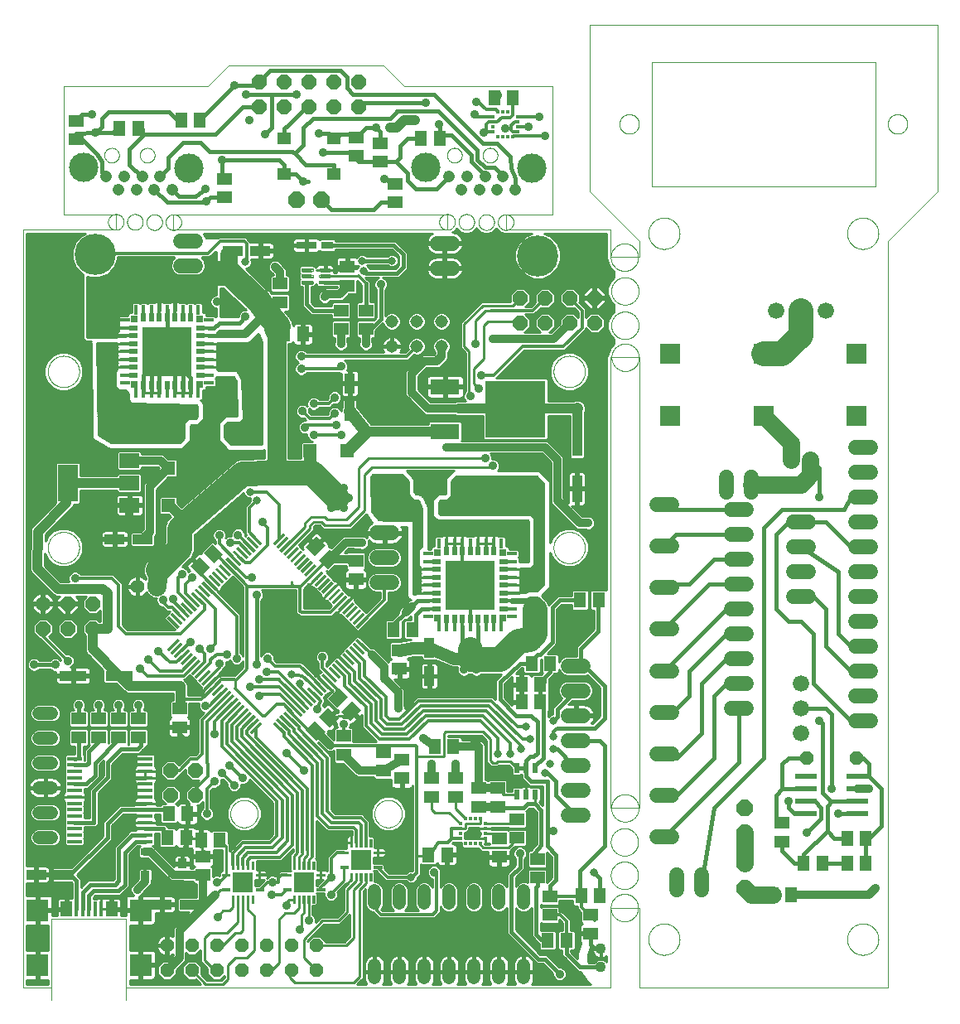
<source format=gtl>
G75*
%MOIN*%
%OFA0B0*%
%FSLAX25Y25*%
%IPPOS*%
%LPD*%
%AMOC8*
5,1,8,0,0,1.08239X$1,22.5*
%
%ADD10C,0.00000*%
%ADD11R,0.07900X0.05900*%
%ADD12R,0.07900X0.15000*%
%ADD13R,0.11811X0.06299*%
%ADD14R,0.24409X0.22835*%
%ADD15C,0.05600*%
%ADD16R,0.03937X0.07874*%
%ADD17R,0.05118X0.05906*%
%ADD18R,0.05906X0.05118*%
%ADD19R,0.07874X0.03937*%
%ADD20R,0.03937X0.11024*%
%ADD21R,0.11024X0.03937*%
%ADD22R,0.05512X0.05512*%
%ADD23R,0.05906X0.01575*%
%ADD24C,0.04362*%
%ADD25R,0.01200X0.06000*%
%ADD26R,0.09000X0.09000*%
%ADD27R,0.01600X0.06000*%
%ADD28R,0.04500X0.06000*%
%ADD29R,0.01800X0.01200*%
%ADD30R,0.01200X0.01800*%
%ADD31R,0.02165X0.03937*%
%ADD32R,0.04724X0.03150*%
%ADD33R,0.07874X0.03150*%
%ADD34R,0.01890X0.03740*%
%ADD35R,0.03150X0.03150*%
%ADD36R,0.01575X0.03937*%
%ADD37R,0.03740X0.01890*%
%ADD38R,0.03937X0.01575*%
%ADD39R,0.03071X0.03071*%
%ADD40R,0.19685X0.19685*%
%ADD41R,0.03969X0.03969*%
%ADD42R,0.04724X0.01575*%
%ADD43C,0.00394*%
%ADD44OC8,0.05600*%
%ADD45R,0.08071X0.08071*%
%ADD46C,0.00331*%
%ADD47R,0.03543X0.02953*%
%ADD48R,0.03543X0.03937*%
%ADD49C,0.05200*%
%ADD50C,0.05150*%
%ADD51OC8,0.06000*%
%ADD52C,0.06000*%
%ADD53C,0.06000*%
%ADD54C,0.05937*%
%ADD55R,0.05118X0.06299*%
%ADD56R,0.08268X0.08268*%
%ADD57C,0.06600*%
%ADD58OC8,0.05200*%
%ADD59R,0.08661X0.02362*%
%ADD60OC8,0.06600*%
%ADD61C,0.04756*%
%ADD62C,0.11811*%
%ADD63R,0.05512X0.04724*%
%ADD64R,0.06299X0.05118*%
%ADD65C,0.01000*%
%ADD66C,0.01600*%
%ADD67C,0.01200*%
%ADD68C,0.03562*%
%ADD69C,0.03200*%
%ADD70C,0.03169*%
%ADD71C,0.04000*%
%ADD72C,0.00800*%
%ADD73C,0.05600*%
%ADD74C,0.10000*%
%ADD75C,0.07600*%
%ADD76C,0.07000*%
%ADD77C,0.05000*%
%ADD78C,0.02400*%
%ADD79C,0.16598*%
D10*
X0040000Y0009500D02*
X0051500Y0009500D01*
X0051600Y0004700D02*
X0051600Y0037200D01*
X0081600Y0037200D01*
X0081600Y0004700D01*
X0081500Y0009500D02*
X0276300Y0009500D01*
X0276300Y0041700D01*
X0288000Y0041700D01*
X0288000Y0009500D01*
X0388000Y0009500D01*
X0388000Y0310000D01*
X0408000Y0330000D01*
X0408000Y0397000D01*
X0268000Y0397000D01*
X0268000Y0330000D01*
X0288000Y0310000D01*
X0288000Y0303400D01*
X0276300Y0303400D01*
X0276300Y0314500D01*
X0234350Y0314500D01*
X0234300Y0320600D01*
X0253000Y0320600D01*
X0253000Y0372200D01*
X0193315Y0372197D01*
X0185047Y0380465D01*
X0122843Y0380465D01*
X0114575Y0372197D01*
X0056300Y0372197D01*
X0056300Y0320600D01*
X0077500Y0320600D01*
X0077500Y0314500D01*
X0040000Y0314500D01*
X0040000Y0009500D01*
X0123488Y0079500D02*
X0123490Y0079648D01*
X0123496Y0079796D01*
X0123506Y0079944D01*
X0123520Y0080091D01*
X0123538Y0080238D01*
X0123559Y0080384D01*
X0123585Y0080530D01*
X0123615Y0080675D01*
X0123648Y0080819D01*
X0123686Y0080962D01*
X0123727Y0081104D01*
X0123772Y0081245D01*
X0123820Y0081385D01*
X0123873Y0081524D01*
X0123929Y0081661D01*
X0123989Y0081796D01*
X0124052Y0081930D01*
X0124119Y0082062D01*
X0124190Y0082192D01*
X0124264Y0082320D01*
X0124341Y0082446D01*
X0124422Y0082570D01*
X0124506Y0082692D01*
X0124593Y0082811D01*
X0124684Y0082928D01*
X0124778Y0083043D01*
X0124874Y0083155D01*
X0124974Y0083265D01*
X0125076Y0083371D01*
X0125182Y0083475D01*
X0125290Y0083576D01*
X0125401Y0083674D01*
X0125514Y0083770D01*
X0125630Y0083862D01*
X0125748Y0083951D01*
X0125869Y0084036D01*
X0125992Y0084119D01*
X0126117Y0084198D01*
X0126244Y0084274D01*
X0126373Y0084346D01*
X0126504Y0084415D01*
X0126637Y0084480D01*
X0126772Y0084541D01*
X0126908Y0084599D01*
X0127045Y0084654D01*
X0127184Y0084704D01*
X0127325Y0084751D01*
X0127466Y0084794D01*
X0127609Y0084834D01*
X0127753Y0084869D01*
X0127897Y0084901D01*
X0128043Y0084928D01*
X0128189Y0084952D01*
X0128336Y0084972D01*
X0128483Y0084988D01*
X0128630Y0085000D01*
X0128778Y0085008D01*
X0128926Y0085012D01*
X0129074Y0085012D01*
X0129222Y0085008D01*
X0129370Y0085000D01*
X0129517Y0084988D01*
X0129664Y0084972D01*
X0129811Y0084952D01*
X0129957Y0084928D01*
X0130103Y0084901D01*
X0130247Y0084869D01*
X0130391Y0084834D01*
X0130534Y0084794D01*
X0130675Y0084751D01*
X0130816Y0084704D01*
X0130955Y0084654D01*
X0131092Y0084599D01*
X0131228Y0084541D01*
X0131363Y0084480D01*
X0131496Y0084415D01*
X0131627Y0084346D01*
X0131756Y0084274D01*
X0131883Y0084198D01*
X0132008Y0084119D01*
X0132131Y0084036D01*
X0132252Y0083951D01*
X0132370Y0083862D01*
X0132486Y0083770D01*
X0132599Y0083674D01*
X0132710Y0083576D01*
X0132818Y0083475D01*
X0132924Y0083371D01*
X0133026Y0083265D01*
X0133126Y0083155D01*
X0133222Y0083043D01*
X0133316Y0082928D01*
X0133407Y0082811D01*
X0133494Y0082692D01*
X0133578Y0082570D01*
X0133659Y0082446D01*
X0133736Y0082320D01*
X0133810Y0082192D01*
X0133881Y0082062D01*
X0133948Y0081930D01*
X0134011Y0081796D01*
X0134071Y0081661D01*
X0134127Y0081524D01*
X0134180Y0081385D01*
X0134228Y0081245D01*
X0134273Y0081104D01*
X0134314Y0080962D01*
X0134352Y0080819D01*
X0134385Y0080675D01*
X0134415Y0080530D01*
X0134441Y0080384D01*
X0134462Y0080238D01*
X0134480Y0080091D01*
X0134494Y0079944D01*
X0134504Y0079796D01*
X0134510Y0079648D01*
X0134512Y0079500D01*
X0134510Y0079352D01*
X0134504Y0079204D01*
X0134494Y0079056D01*
X0134480Y0078909D01*
X0134462Y0078762D01*
X0134441Y0078616D01*
X0134415Y0078470D01*
X0134385Y0078325D01*
X0134352Y0078181D01*
X0134314Y0078038D01*
X0134273Y0077896D01*
X0134228Y0077755D01*
X0134180Y0077615D01*
X0134127Y0077476D01*
X0134071Y0077339D01*
X0134011Y0077204D01*
X0133948Y0077070D01*
X0133881Y0076938D01*
X0133810Y0076808D01*
X0133736Y0076680D01*
X0133659Y0076554D01*
X0133578Y0076430D01*
X0133494Y0076308D01*
X0133407Y0076189D01*
X0133316Y0076072D01*
X0133222Y0075957D01*
X0133126Y0075845D01*
X0133026Y0075735D01*
X0132924Y0075629D01*
X0132818Y0075525D01*
X0132710Y0075424D01*
X0132599Y0075326D01*
X0132486Y0075230D01*
X0132370Y0075138D01*
X0132252Y0075049D01*
X0132131Y0074964D01*
X0132008Y0074881D01*
X0131883Y0074802D01*
X0131756Y0074726D01*
X0131627Y0074654D01*
X0131496Y0074585D01*
X0131363Y0074520D01*
X0131228Y0074459D01*
X0131092Y0074401D01*
X0130955Y0074346D01*
X0130816Y0074296D01*
X0130675Y0074249D01*
X0130534Y0074206D01*
X0130391Y0074166D01*
X0130247Y0074131D01*
X0130103Y0074099D01*
X0129957Y0074072D01*
X0129811Y0074048D01*
X0129664Y0074028D01*
X0129517Y0074012D01*
X0129370Y0074000D01*
X0129222Y0073992D01*
X0129074Y0073988D01*
X0128926Y0073988D01*
X0128778Y0073992D01*
X0128630Y0074000D01*
X0128483Y0074012D01*
X0128336Y0074028D01*
X0128189Y0074048D01*
X0128043Y0074072D01*
X0127897Y0074099D01*
X0127753Y0074131D01*
X0127609Y0074166D01*
X0127466Y0074206D01*
X0127325Y0074249D01*
X0127184Y0074296D01*
X0127045Y0074346D01*
X0126908Y0074401D01*
X0126772Y0074459D01*
X0126637Y0074520D01*
X0126504Y0074585D01*
X0126373Y0074654D01*
X0126244Y0074726D01*
X0126117Y0074802D01*
X0125992Y0074881D01*
X0125869Y0074964D01*
X0125748Y0075049D01*
X0125630Y0075138D01*
X0125514Y0075230D01*
X0125401Y0075326D01*
X0125290Y0075424D01*
X0125182Y0075525D01*
X0125076Y0075629D01*
X0124974Y0075735D01*
X0124874Y0075845D01*
X0124778Y0075957D01*
X0124684Y0076072D01*
X0124593Y0076189D01*
X0124506Y0076308D01*
X0124422Y0076430D01*
X0124341Y0076554D01*
X0124264Y0076680D01*
X0124190Y0076808D01*
X0124119Y0076938D01*
X0124052Y0077070D01*
X0123989Y0077204D01*
X0123929Y0077339D01*
X0123873Y0077476D01*
X0123820Y0077615D01*
X0123772Y0077755D01*
X0123727Y0077896D01*
X0123686Y0078038D01*
X0123648Y0078181D01*
X0123615Y0078325D01*
X0123585Y0078470D01*
X0123559Y0078616D01*
X0123538Y0078762D01*
X0123520Y0078909D01*
X0123506Y0079056D01*
X0123496Y0079204D01*
X0123490Y0079352D01*
X0123488Y0079500D01*
X0181488Y0079500D02*
X0181490Y0079648D01*
X0181496Y0079796D01*
X0181506Y0079944D01*
X0181520Y0080091D01*
X0181538Y0080238D01*
X0181559Y0080384D01*
X0181585Y0080530D01*
X0181615Y0080675D01*
X0181648Y0080819D01*
X0181686Y0080962D01*
X0181727Y0081104D01*
X0181772Y0081245D01*
X0181820Y0081385D01*
X0181873Y0081524D01*
X0181929Y0081661D01*
X0181989Y0081796D01*
X0182052Y0081930D01*
X0182119Y0082062D01*
X0182190Y0082192D01*
X0182264Y0082320D01*
X0182341Y0082446D01*
X0182422Y0082570D01*
X0182506Y0082692D01*
X0182593Y0082811D01*
X0182684Y0082928D01*
X0182778Y0083043D01*
X0182874Y0083155D01*
X0182974Y0083265D01*
X0183076Y0083371D01*
X0183182Y0083475D01*
X0183290Y0083576D01*
X0183401Y0083674D01*
X0183514Y0083770D01*
X0183630Y0083862D01*
X0183748Y0083951D01*
X0183869Y0084036D01*
X0183992Y0084119D01*
X0184117Y0084198D01*
X0184244Y0084274D01*
X0184373Y0084346D01*
X0184504Y0084415D01*
X0184637Y0084480D01*
X0184772Y0084541D01*
X0184908Y0084599D01*
X0185045Y0084654D01*
X0185184Y0084704D01*
X0185325Y0084751D01*
X0185466Y0084794D01*
X0185609Y0084834D01*
X0185753Y0084869D01*
X0185897Y0084901D01*
X0186043Y0084928D01*
X0186189Y0084952D01*
X0186336Y0084972D01*
X0186483Y0084988D01*
X0186630Y0085000D01*
X0186778Y0085008D01*
X0186926Y0085012D01*
X0187074Y0085012D01*
X0187222Y0085008D01*
X0187370Y0085000D01*
X0187517Y0084988D01*
X0187664Y0084972D01*
X0187811Y0084952D01*
X0187957Y0084928D01*
X0188103Y0084901D01*
X0188247Y0084869D01*
X0188391Y0084834D01*
X0188534Y0084794D01*
X0188675Y0084751D01*
X0188816Y0084704D01*
X0188955Y0084654D01*
X0189092Y0084599D01*
X0189228Y0084541D01*
X0189363Y0084480D01*
X0189496Y0084415D01*
X0189627Y0084346D01*
X0189756Y0084274D01*
X0189883Y0084198D01*
X0190008Y0084119D01*
X0190131Y0084036D01*
X0190252Y0083951D01*
X0190370Y0083862D01*
X0190486Y0083770D01*
X0190599Y0083674D01*
X0190710Y0083576D01*
X0190818Y0083475D01*
X0190924Y0083371D01*
X0191026Y0083265D01*
X0191126Y0083155D01*
X0191222Y0083043D01*
X0191316Y0082928D01*
X0191407Y0082811D01*
X0191494Y0082692D01*
X0191578Y0082570D01*
X0191659Y0082446D01*
X0191736Y0082320D01*
X0191810Y0082192D01*
X0191881Y0082062D01*
X0191948Y0081930D01*
X0192011Y0081796D01*
X0192071Y0081661D01*
X0192127Y0081524D01*
X0192180Y0081385D01*
X0192228Y0081245D01*
X0192273Y0081104D01*
X0192314Y0080962D01*
X0192352Y0080819D01*
X0192385Y0080675D01*
X0192415Y0080530D01*
X0192441Y0080384D01*
X0192462Y0080238D01*
X0192480Y0080091D01*
X0192494Y0079944D01*
X0192504Y0079796D01*
X0192510Y0079648D01*
X0192512Y0079500D01*
X0192510Y0079352D01*
X0192504Y0079204D01*
X0192494Y0079056D01*
X0192480Y0078909D01*
X0192462Y0078762D01*
X0192441Y0078616D01*
X0192415Y0078470D01*
X0192385Y0078325D01*
X0192352Y0078181D01*
X0192314Y0078038D01*
X0192273Y0077896D01*
X0192228Y0077755D01*
X0192180Y0077615D01*
X0192127Y0077476D01*
X0192071Y0077339D01*
X0192011Y0077204D01*
X0191948Y0077070D01*
X0191881Y0076938D01*
X0191810Y0076808D01*
X0191736Y0076680D01*
X0191659Y0076554D01*
X0191578Y0076430D01*
X0191494Y0076308D01*
X0191407Y0076189D01*
X0191316Y0076072D01*
X0191222Y0075957D01*
X0191126Y0075845D01*
X0191026Y0075735D01*
X0190924Y0075629D01*
X0190818Y0075525D01*
X0190710Y0075424D01*
X0190599Y0075326D01*
X0190486Y0075230D01*
X0190370Y0075138D01*
X0190252Y0075049D01*
X0190131Y0074964D01*
X0190008Y0074881D01*
X0189883Y0074802D01*
X0189756Y0074726D01*
X0189627Y0074654D01*
X0189496Y0074585D01*
X0189363Y0074520D01*
X0189228Y0074459D01*
X0189092Y0074401D01*
X0188955Y0074346D01*
X0188816Y0074296D01*
X0188675Y0074249D01*
X0188534Y0074206D01*
X0188391Y0074166D01*
X0188247Y0074131D01*
X0188103Y0074099D01*
X0187957Y0074072D01*
X0187811Y0074048D01*
X0187664Y0074028D01*
X0187517Y0074012D01*
X0187370Y0074000D01*
X0187222Y0073992D01*
X0187074Y0073988D01*
X0186926Y0073988D01*
X0186778Y0073992D01*
X0186630Y0074000D01*
X0186483Y0074012D01*
X0186336Y0074028D01*
X0186189Y0074048D01*
X0186043Y0074072D01*
X0185897Y0074099D01*
X0185753Y0074131D01*
X0185609Y0074166D01*
X0185466Y0074206D01*
X0185325Y0074249D01*
X0185184Y0074296D01*
X0185045Y0074346D01*
X0184908Y0074401D01*
X0184772Y0074459D01*
X0184637Y0074520D01*
X0184504Y0074585D01*
X0184373Y0074654D01*
X0184244Y0074726D01*
X0184117Y0074802D01*
X0183992Y0074881D01*
X0183869Y0074964D01*
X0183748Y0075049D01*
X0183630Y0075138D01*
X0183514Y0075230D01*
X0183401Y0075326D01*
X0183290Y0075424D01*
X0183182Y0075525D01*
X0183076Y0075629D01*
X0182974Y0075735D01*
X0182874Y0075845D01*
X0182778Y0075957D01*
X0182684Y0076072D01*
X0182593Y0076189D01*
X0182506Y0076308D01*
X0182422Y0076430D01*
X0182341Y0076554D01*
X0182264Y0076680D01*
X0182190Y0076808D01*
X0182119Y0076938D01*
X0182052Y0077070D01*
X0181989Y0077204D01*
X0181929Y0077339D01*
X0181873Y0077476D01*
X0181820Y0077615D01*
X0181772Y0077755D01*
X0181727Y0077896D01*
X0181686Y0078038D01*
X0181648Y0078181D01*
X0181615Y0078325D01*
X0181585Y0078470D01*
X0181559Y0078616D01*
X0181538Y0078762D01*
X0181520Y0078909D01*
X0181506Y0079056D01*
X0181496Y0079204D01*
X0181490Y0079352D01*
X0181488Y0079500D01*
X0276300Y0081800D02*
X0288000Y0081800D01*
X0288000Y0263100D01*
X0276300Y0263100D01*
X0276300Y0081800D01*
X0276788Y0081800D02*
X0276790Y0081948D01*
X0276796Y0082096D01*
X0276806Y0082244D01*
X0276820Y0082391D01*
X0276838Y0082538D01*
X0276859Y0082684D01*
X0276885Y0082830D01*
X0276915Y0082975D01*
X0276948Y0083119D01*
X0276986Y0083262D01*
X0277027Y0083404D01*
X0277072Y0083545D01*
X0277120Y0083685D01*
X0277173Y0083824D01*
X0277229Y0083961D01*
X0277289Y0084096D01*
X0277352Y0084230D01*
X0277419Y0084362D01*
X0277490Y0084492D01*
X0277564Y0084620D01*
X0277641Y0084746D01*
X0277722Y0084870D01*
X0277806Y0084992D01*
X0277893Y0085111D01*
X0277984Y0085228D01*
X0278078Y0085343D01*
X0278174Y0085455D01*
X0278274Y0085565D01*
X0278376Y0085671D01*
X0278482Y0085775D01*
X0278590Y0085876D01*
X0278701Y0085974D01*
X0278814Y0086070D01*
X0278930Y0086162D01*
X0279048Y0086251D01*
X0279169Y0086336D01*
X0279292Y0086419D01*
X0279417Y0086498D01*
X0279544Y0086574D01*
X0279673Y0086646D01*
X0279804Y0086715D01*
X0279937Y0086780D01*
X0280072Y0086841D01*
X0280208Y0086899D01*
X0280345Y0086954D01*
X0280484Y0087004D01*
X0280625Y0087051D01*
X0280766Y0087094D01*
X0280909Y0087134D01*
X0281053Y0087169D01*
X0281197Y0087201D01*
X0281343Y0087228D01*
X0281489Y0087252D01*
X0281636Y0087272D01*
X0281783Y0087288D01*
X0281930Y0087300D01*
X0282078Y0087308D01*
X0282226Y0087312D01*
X0282374Y0087312D01*
X0282522Y0087308D01*
X0282670Y0087300D01*
X0282817Y0087288D01*
X0282964Y0087272D01*
X0283111Y0087252D01*
X0283257Y0087228D01*
X0283403Y0087201D01*
X0283547Y0087169D01*
X0283691Y0087134D01*
X0283834Y0087094D01*
X0283975Y0087051D01*
X0284116Y0087004D01*
X0284255Y0086954D01*
X0284392Y0086899D01*
X0284528Y0086841D01*
X0284663Y0086780D01*
X0284796Y0086715D01*
X0284927Y0086646D01*
X0285056Y0086574D01*
X0285183Y0086498D01*
X0285308Y0086419D01*
X0285431Y0086336D01*
X0285552Y0086251D01*
X0285670Y0086162D01*
X0285786Y0086070D01*
X0285899Y0085974D01*
X0286010Y0085876D01*
X0286118Y0085775D01*
X0286224Y0085671D01*
X0286326Y0085565D01*
X0286426Y0085455D01*
X0286522Y0085343D01*
X0286616Y0085228D01*
X0286707Y0085111D01*
X0286794Y0084992D01*
X0286878Y0084870D01*
X0286959Y0084746D01*
X0287036Y0084620D01*
X0287110Y0084492D01*
X0287181Y0084362D01*
X0287248Y0084230D01*
X0287311Y0084096D01*
X0287371Y0083961D01*
X0287427Y0083824D01*
X0287480Y0083685D01*
X0287528Y0083545D01*
X0287573Y0083404D01*
X0287614Y0083262D01*
X0287652Y0083119D01*
X0287685Y0082975D01*
X0287715Y0082830D01*
X0287741Y0082684D01*
X0287762Y0082538D01*
X0287780Y0082391D01*
X0287794Y0082244D01*
X0287804Y0082096D01*
X0287810Y0081948D01*
X0287812Y0081800D01*
X0287810Y0081652D01*
X0287804Y0081504D01*
X0287794Y0081356D01*
X0287780Y0081209D01*
X0287762Y0081062D01*
X0287741Y0080916D01*
X0287715Y0080770D01*
X0287685Y0080625D01*
X0287652Y0080481D01*
X0287614Y0080338D01*
X0287573Y0080196D01*
X0287528Y0080055D01*
X0287480Y0079915D01*
X0287427Y0079776D01*
X0287371Y0079639D01*
X0287311Y0079504D01*
X0287248Y0079370D01*
X0287181Y0079238D01*
X0287110Y0079108D01*
X0287036Y0078980D01*
X0286959Y0078854D01*
X0286878Y0078730D01*
X0286794Y0078608D01*
X0286707Y0078489D01*
X0286616Y0078372D01*
X0286522Y0078257D01*
X0286426Y0078145D01*
X0286326Y0078035D01*
X0286224Y0077929D01*
X0286118Y0077825D01*
X0286010Y0077724D01*
X0285899Y0077626D01*
X0285786Y0077530D01*
X0285670Y0077438D01*
X0285552Y0077349D01*
X0285431Y0077264D01*
X0285308Y0077181D01*
X0285183Y0077102D01*
X0285056Y0077026D01*
X0284927Y0076954D01*
X0284796Y0076885D01*
X0284663Y0076820D01*
X0284528Y0076759D01*
X0284392Y0076701D01*
X0284255Y0076646D01*
X0284116Y0076596D01*
X0283975Y0076549D01*
X0283834Y0076506D01*
X0283691Y0076466D01*
X0283547Y0076431D01*
X0283403Y0076399D01*
X0283257Y0076372D01*
X0283111Y0076348D01*
X0282964Y0076328D01*
X0282817Y0076312D01*
X0282670Y0076300D01*
X0282522Y0076292D01*
X0282374Y0076288D01*
X0282226Y0076288D01*
X0282078Y0076292D01*
X0281930Y0076300D01*
X0281783Y0076312D01*
X0281636Y0076328D01*
X0281489Y0076348D01*
X0281343Y0076372D01*
X0281197Y0076399D01*
X0281053Y0076431D01*
X0280909Y0076466D01*
X0280766Y0076506D01*
X0280625Y0076549D01*
X0280484Y0076596D01*
X0280345Y0076646D01*
X0280208Y0076701D01*
X0280072Y0076759D01*
X0279937Y0076820D01*
X0279804Y0076885D01*
X0279673Y0076954D01*
X0279544Y0077026D01*
X0279417Y0077102D01*
X0279292Y0077181D01*
X0279169Y0077264D01*
X0279048Y0077349D01*
X0278930Y0077438D01*
X0278814Y0077530D01*
X0278701Y0077626D01*
X0278590Y0077724D01*
X0278482Y0077825D01*
X0278376Y0077929D01*
X0278274Y0078035D01*
X0278174Y0078145D01*
X0278078Y0078257D01*
X0277984Y0078372D01*
X0277893Y0078489D01*
X0277806Y0078608D01*
X0277722Y0078730D01*
X0277641Y0078854D01*
X0277564Y0078980D01*
X0277490Y0079108D01*
X0277419Y0079238D01*
X0277352Y0079370D01*
X0277289Y0079504D01*
X0277229Y0079639D01*
X0277173Y0079776D01*
X0277120Y0079915D01*
X0277072Y0080055D01*
X0277027Y0080196D01*
X0276986Y0080338D01*
X0276948Y0080481D01*
X0276915Y0080625D01*
X0276885Y0080770D01*
X0276859Y0080916D01*
X0276838Y0081062D01*
X0276820Y0081209D01*
X0276806Y0081356D01*
X0276796Y0081504D01*
X0276790Y0081652D01*
X0276788Y0081800D01*
X0276588Y0068100D02*
X0276590Y0068248D01*
X0276596Y0068396D01*
X0276606Y0068544D01*
X0276620Y0068691D01*
X0276638Y0068838D01*
X0276659Y0068984D01*
X0276685Y0069130D01*
X0276715Y0069275D01*
X0276748Y0069419D01*
X0276786Y0069562D01*
X0276827Y0069704D01*
X0276872Y0069845D01*
X0276920Y0069985D01*
X0276973Y0070124D01*
X0277029Y0070261D01*
X0277089Y0070396D01*
X0277152Y0070530D01*
X0277219Y0070662D01*
X0277290Y0070792D01*
X0277364Y0070920D01*
X0277441Y0071046D01*
X0277522Y0071170D01*
X0277606Y0071292D01*
X0277693Y0071411D01*
X0277784Y0071528D01*
X0277878Y0071643D01*
X0277974Y0071755D01*
X0278074Y0071865D01*
X0278176Y0071971D01*
X0278282Y0072075D01*
X0278390Y0072176D01*
X0278501Y0072274D01*
X0278614Y0072370D01*
X0278730Y0072462D01*
X0278848Y0072551D01*
X0278969Y0072636D01*
X0279092Y0072719D01*
X0279217Y0072798D01*
X0279344Y0072874D01*
X0279473Y0072946D01*
X0279604Y0073015D01*
X0279737Y0073080D01*
X0279872Y0073141D01*
X0280008Y0073199D01*
X0280145Y0073254D01*
X0280284Y0073304D01*
X0280425Y0073351D01*
X0280566Y0073394D01*
X0280709Y0073434D01*
X0280853Y0073469D01*
X0280997Y0073501D01*
X0281143Y0073528D01*
X0281289Y0073552D01*
X0281436Y0073572D01*
X0281583Y0073588D01*
X0281730Y0073600D01*
X0281878Y0073608D01*
X0282026Y0073612D01*
X0282174Y0073612D01*
X0282322Y0073608D01*
X0282470Y0073600D01*
X0282617Y0073588D01*
X0282764Y0073572D01*
X0282911Y0073552D01*
X0283057Y0073528D01*
X0283203Y0073501D01*
X0283347Y0073469D01*
X0283491Y0073434D01*
X0283634Y0073394D01*
X0283775Y0073351D01*
X0283916Y0073304D01*
X0284055Y0073254D01*
X0284192Y0073199D01*
X0284328Y0073141D01*
X0284463Y0073080D01*
X0284596Y0073015D01*
X0284727Y0072946D01*
X0284856Y0072874D01*
X0284983Y0072798D01*
X0285108Y0072719D01*
X0285231Y0072636D01*
X0285352Y0072551D01*
X0285470Y0072462D01*
X0285586Y0072370D01*
X0285699Y0072274D01*
X0285810Y0072176D01*
X0285918Y0072075D01*
X0286024Y0071971D01*
X0286126Y0071865D01*
X0286226Y0071755D01*
X0286322Y0071643D01*
X0286416Y0071528D01*
X0286507Y0071411D01*
X0286594Y0071292D01*
X0286678Y0071170D01*
X0286759Y0071046D01*
X0286836Y0070920D01*
X0286910Y0070792D01*
X0286981Y0070662D01*
X0287048Y0070530D01*
X0287111Y0070396D01*
X0287171Y0070261D01*
X0287227Y0070124D01*
X0287280Y0069985D01*
X0287328Y0069845D01*
X0287373Y0069704D01*
X0287414Y0069562D01*
X0287452Y0069419D01*
X0287485Y0069275D01*
X0287515Y0069130D01*
X0287541Y0068984D01*
X0287562Y0068838D01*
X0287580Y0068691D01*
X0287594Y0068544D01*
X0287604Y0068396D01*
X0287610Y0068248D01*
X0287612Y0068100D01*
X0287610Y0067952D01*
X0287604Y0067804D01*
X0287594Y0067656D01*
X0287580Y0067509D01*
X0287562Y0067362D01*
X0287541Y0067216D01*
X0287515Y0067070D01*
X0287485Y0066925D01*
X0287452Y0066781D01*
X0287414Y0066638D01*
X0287373Y0066496D01*
X0287328Y0066355D01*
X0287280Y0066215D01*
X0287227Y0066076D01*
X0287171Y0065939D01*
X0287111Y0065804D01*
X0287048Y0065670D01*
X0286981Y0065538D01*
X0286910Y0065408D01*
X0286836Y0065280D01*
X0286759Y0065154D01*
X0286678Y0065030D01*
X0286594Y0064908D01*
X0286507Y0064789D01*
X0286416Y0064672D01*
X0286322Y0064557D01*
X0286226Y0064445D01*
X0286126Y0064335D01*
X0286024Y0064229D01*
X0285918Y0064125D01*
X0285810Y0064024D01*
X0285699Y0063926D01*
X0285586Y0063830D01*
X0285470Y0063738D01*
X0285352Y0063649D01*
X0285231Y0063564D01*
X0285108Y0063481D01*
X0284983Y0063402D01*
X0284856Y0063326D01*
X0284727Y0063254D01*
X0284596Y0063185D01*
X0284463Y0063120D01*
X0284328Y0063059D01*
X0284192Y0063001D01*
X0284055Y0062946D01*
X0283916Y0062896D01*
X0283775Y0062849D01*
X0283634Y0062806D01*
X0283491Y0062766D01*
X0283347Y0062731D01*
X0283203Y0062699D01*
X0283057Y0062672D01*
X0282911Y0062648D01*
X0282764Y0062628D01*
X0282617Y0062612D01*
X0282470Y0062600D01*
X0282322Y0062592D01*
X0282174Y0062588D01*
X0282026Y0062588D01*
X0281878Y0062592D01*
X0281730Y0062600D01*
X0281583Y0062612D01*
X0281436Y0062628D01*
X0281289Y0062648D01*
X0281143Y0062672D01*
X0280997Y0062699D01*
X0280853Y0062731D01*
X0280709Y0062766D01*
X0280566Y0062806D01*
X0280425Y0062849D01*
X0280284Y0062896D01*
X0280145Y0062946D01*
X0280008Y0063001D01*
X0279872Y0063059D01*
X0279737Y0063120D01*
X0279604Y0063185D01*
X0279473Y0063254D01*
X0279344Y0063326D01*
X0279217Y0063402D01*
X0279092Y0063481D01*
X0278969Y0063564D01*
X0278848Y0063649D01*
X0278730Y0063738D01*
X0278614Y0063830D01*
X0278501Y0063926D01*
X0278390Y0064024D01*
X0278282Y0064125D01*
X0278176Y0064229D01*
X0278074Y0064335D01*
X0277974Y0064445D01*
X0277878Y0064557D01*
X0277784Y0064672D01*
X0277693Y0064789D01*
X0277606Y0064908D01*
X0277522Y0065030D01*
X0277441Y0065154D01*
X0277364Y0065280D01*
X0277290Y0065408D01*
X0277219Y0065538D01*
X0277152Y0065670D01*
X0277089Y0065804D01*
X0277029Y0065939D01*
X0276973Y0066076D01*
X0276920Y0066215D01*
X0276872Y0066355D01*
X0276827Y0066496D01*
X0276786Y0066638D01*
X0276748Y0066781D01*
X0276715Y0066925D01*
X0276685Y0067070D01*
X0276659Y0067216D01*
X0276638Y0067362D01*
X0276620Y0067509D01*
X0276606Y0067656D01*
X0276596Y0067804D01*
X0276590Y0067952D01*
X0276588Y0068100D01*
X0276588Y0054700D02*
X0276590Y0054848D01*
X0276596Y0054996D01*
X0276606Y0055144D01*
X0276620Y0055291D01*
X0276638Y0055438D01*
X0276659Y0055584D01*
X0276685Y0055730D01*
X0276715Y0055875D01*
X0276748Y0056019D01*
X0276786Y0056162D01*
X0276827Y0056304D01*
X0276872Y0056445D01*
X0276920Y0056585D01*
X0276973Y0056724D01*
X0277029Y0056861D01*
X0277089Y0056996D01*
X0277152Y0057130D01*
X0277219Y0057262D01*
X0277290Y0057392D01*
X0277364Y0057520D01*
X0277441Y0057646D01*
X0277522Y0057770D01*
X0277606Y0057892D01*
X0277693Y0058011D01*
X0277784Y0058128D01*
X0277878Y0058243D01*
X0277974Y0058355D01*
X0278074Y0058465D01*
X0278176Y0058571D01*
X0278282Y0058675D01*
X0278390Y0058776D01*
X0278501Y0058874D01*
X0278614Y0058970D01*
X0278730Y0059062D01*
X0278848Y0059151D01*
X0278969Y0059236D01*
X0279092Y0059319D01*
X0279217Y0059398D01*
X0279344Y0059474D01*
X0279473Y0059546D01*
X0279604Y0059615D01*
X0279737Y0059680D01*
X0279872Y0059741D01*
X0280008Y0059799D01*
X0280145Y0059854D01*
X0280284Y0059904D01*
X0280425Y0059951D01*
X0280566Y0059994D01*
X0280709Y0060034D01*
X0280853Y0060069D01*
X0280997Y0060101D01*
X0281143Y0060128D01*
X0281289Y0060152D01*
X0281436Y0060172D01*
X0281583Y0060188D01*
X0281730Y0060200D01*
X0281878Y0060208D01*
X0282026Y0060212D01*
X0282174Y0060212D01*
X0282322Y0060208D01*
X0282470Y0060200D01*
X0282617Y0060188D01*
X0282764Y0060172D01*
X0282911Y0060152D01*
X0283057Y0060128D01*
X0283203Y0060101D01*
X0283347Y0060069D01*
X0283491Y0060034D01*
X0283634Y0059994D01*
X0283775Y0059951D01*
X0283916Y0059904D01*
X0284055Y0059854D01*
X0284192Y0059799D01*
X0284328Y0059741D01*
X0284463Y0059680D01*
X0284596Y0059615D01*
X0284727Y0059546D01*
X0284856Y0059474D01*
X0284983Y0059398D01*
X0285108Y0059319D01*
X0285231Y0059236D01*
X0285352Y0059151D01*
X0285470Y0059062D01*
X0285586Y0058970D01*
X0285699Y0058874D01*
X0285810Y0058776D01*
X0285918Y0058675D01*
X0286024Y0058571D01*
X0286126Y0058465D01*
X0286226Y0058355D01*
X0286322Y0058243D01*
X0286416Y0058128D01*
X0286507Y0058011D01*
X0286594Y0057892D01*
X0286678Y0057770D01*
X0286759Y0057646D01*
X0286836Y0057520D01*
X0286910Y0057392D01*
X0286981Y0057262D01*
X0287048Y0057130D01*
X0287111Y0056996D01*
X0287171Y0056861D01*
X0287227Y0056724D01*
X0287280Y0056585D01*
X0287328Y0056445D01*
X0287373Y0056304D01*
X0287414Y0056162D01*
X0287452Y0056019D01*
X0287485Y0055875D01*
X0287515Y0055730D01*
X0287541Y0055584D01*
X0287562Y0055438D01*
X0287580Y0055291D01*
X0287594Y0055144D01*
X0287604Y0054996D01*
X0287610Y0054848D01*
X0287612Y0054700D01*
X0287610Y0054552D01*
X0287604Y0054404D01*
X0287594Y0054256D01*
X0287580Y0054109D01*
X0287562Y0053962D01*
X0287541Y0053816D01*
X0287515Y0053670D01*
X0287485Y0053525D01*
X0287452Y0053381D01*
X0287414Y0053238D01*
X0287373Y0053096D01*
X0287328Y0052955D01*
X0287280Y0052815D01*
X0287227Y0052676D01*
X0287171Y0052539D01*
X0287111Y0052404D01*
X0287048Y0052270D01*
X0286981Y0052138D01*
X0286910Y0052008D01*
X0286836Y0051880D01*
X0286759Y0051754D01*
X0286678Y0051630D01*
X0286594Y0051508D01*
X0286507Y0051389D01*
X0286416Y0051272D01*
X0286322Y0051157D01*
X0286226Y0051045D01*
X0286126Y0050935D01*
X0286024Y0050829D01*
X0285918Y0050725D01*
X0285810Y0050624D01*
X0285699Y0050526D01*
X0285586Y0050430D01*
X0285470Y0050338D01*
X0285352Y0050249D01*
X0285231Y0050164D01*
X0285108Y0050081D01*
X0284983Y0050002D01*
X0284856Y0049926D01*
X0284727Y0049854D01*
X0284596Y0049785D01*
X0284463Y0049720D01*
X0284328Y0049659D01*
X0284192Y0049601D01*
X0284055Y0049546D01*
X0283916Y0049496D01*
X0283775Y0049449D01*
X0283634Y0049406D01*
X0283491Y0049366D01*
X0283347Y0049331D01*
X0283203Y0049299D01*
X0283057Y0049272D01*
X0282911Y0049248D01*
X0282764Y0049228D01*
X0282617Y0049212D01*
X0282470Y0049200D01*
X0282322Y0049192D01*
X0282174Y0049188D01*
X0282026Y0049188D01*
X0281878Y0049192D01*
X0281730Y0049200D01*
X0281583Y0049212D01*
X0281436Y0049228D01*
X0281289Y0049248D01*
X0281143Y0049272D01*
X0280997Y0049299D01*
X0280853Y0049331D01*
X0280709Y0049366D01*
X0280566Y0049406D01*
X0280425Y0049449D01*
X0280284Y0049496D01*
X0280145Y0049546D01*
X0280008Y0049601D01*
X0279872Y0049659D01*
X0279737Y0049720D01*
X0279604Y0049785D01*
X0279473Y0049854D01*
X0279344Y0049926D01*
X0279217Y0050002D01*
X0279092Y0050081D01*
X0278969Y0050164D01*
X0278848Y0050249D01*
X0278730Y0050338D01*
X0278614Y0050430D01*
X0278501Y0050526D01*
X0278390Y0050624D01*
X0278282Y0050725D01*
X0278176Y0050829D01*
X0278074Y0050935D01*
X0277974Y0051045D01*
X0277878Y0051157D01*
X0277784Y0051272D01*
X0277693Y0051389D01*
X0277606Y0051508D01*
X0277522Y0051630D01*
X0277441Y0051754D01*
X0277364Y0051880D01*
X0277290Y0052008D01*
X0277219Y0052138D01*
X0277152Y0052270D01*
X0277089Y0052404D01*
X0277029Y0052539D01*
X0276973Y0052676D01*
X0276920Y0052815D01*
X0276872Y0052955D01*
X0276827Y0053096D01*
X0276786Y0053238D01*
X0276748Y0053381D01*
X0276715Y0053525D01*
X0276685Y0053670D01*
X0276659Y0053816D01*
X0276638Y0053962D01*
X0276620Y0054109D01*
X0276606Y0054256D01*
X0276596Y0054404D01*
X0276590Y0054552D01*
X0276588Y0054700D01*
X0276588Y0041700D02*
X0276590Y0041848D01*
X0276596Y0041996D01*
X0276606Y0042144D01*
X0276620Y0042291D01*
X0276638Y0042438D01*
X0276659Y0042584D01*
X0276685Y0042730D01*
X0276715Y0042875D01*
X0276748Y0043019D01*
X0276786Y0043162D01*
X0276827Y0043304D01*
X0276872Y0043445D01*
X0276920Y0043585D01*
X0276973Y0043724D01*
X0277029Y0043861D01*
X0277089Y0043996D01*
X0277152Y0044130D01*
X0277219Y0044262D01*
X0277290Y0044392D01*
X0277364Y0044520D01*
X0277441Y0044646D01*
X0277522Y0044770D01*
X0277606Y0044892D01*
X0277693Y0045011D01*
X0277784Y0045128D01*
X0277878Y0045243D01*
X0277974Y0045355D01*
X0278074Y0045465D01*
X0278176Y0045571D01*
X0278282Y0045675D01*
X0278390Y0045776D01*
X0278501Y0045874D01*
X0278614Y0045970D01*
X0278730Y0046062D01*
X0278848Y0046151D01*
X0278969Y0046236D01*
X0279092Y0046319D01*
X0279217Y0046398D01*
X0279344Y0046474D01*
X0279473Y0046546D01*
X0279604Y0046615D01*
X0279737Y0046680D01*
X0279872Y0046741D01*
X0280008Y0046799D01*
X0280145Y0046854D01*
X0280284Y0046904D01*
X0280425Y0046951D01*
X0280566Y0046994D01*
X0280709Y0047034D01*
X0280853Y0047069D01*
X0280997Y0047101D01*
X0281143Y0047128D01*
X0281289Y0047152D01*
X0281436Y0047172D01*
X0281583Y0047188D01*
X0281730Y0047200D01*
X0281878Y0047208D01*
X0282026Y0047212D01*
X0282174Y0047212D01*
X0282322Y0047208D01*
X0282470Y0047200D01*
X0282617Y0047188D01*
X0282764Y0047172D01*
X0282911Y0047152D01*
X0283057Y0047128D01*
X0283203Y0047101D01*
X0283347Y0047069D01*
X0283491Y0047034D01*
X0283634Y0046994D01*
X0283775Y0046951D01*
X0283916Y0046904D01*
X0284055Y0046854D01*
X0284192Y0046799D01*
X0284328Y0046741D01*
X0284463Y0046680D01*
X0284596Y0046615D01*
X0284727Y0046546D01*
X0284856Y0046474D01*
X0284983Y0046398D01*
X0285108Y0046319D01*
X0285231Y0046236D01*
X0285352Y0046151D01*
X0285470Y0046062D01*
X0285586Y0045970D01*
X0285699Y0045874D01*
X0285810Y0045776D01*
X0285918Y0045675D01*
X0286024Y0045571D01*
X0286126Y0045465D01*
X0286226Y0045355D01*
X0286322Y0045243D01*
X0286416Y0045128D01*
X0286507Y0045011D01*
X0286594Y0044892D01*
X0286678Y0044770D01*
X0286759Y0044646D01*
X0286836Y0044520D01*
X0286910Y0044392D01*
X0286981Y0044262D01*
X0287048Y0044130D01*
X0287111Y0043996D01*
X0287171Y0043861D01*
X0287227Y0043724D01*
X0287280Y0043585D01*
X0287328Y0043445D01*
X0287373Y0043304D01*
X0287414Y0043162D01*
X0287452Y0043019D01*
X0287485Y0042875D01*
X0287515Y0042730D01*
X0287541Y0042584D01*
X0287562Y0042438D01*
X0287580Y0042291D01*
X0287594Y0042144D01*
X0287604Y0041996D01*
X0287610Y0041848D01*
X0287612Y0041700D01*
X0287610Y0041552D01*
X0287604Y0041404D01*
X0287594Y0041256D01*
X0287580Y0041109D01*
X0287562Y0040962D01*
X0287541Y0040816D01*
X0287515Y0040670D01*
X0287485Y0040525D01*
X0287452Y0040381D01*
X0287414Y0040238D01*
X0287373Y0040096D01*
X0287328Y0039955D01*
X0287280Y0039815D01*
X0287227Y0039676D01*
X0287171Y0039539D01*
X0287111Y0039404D01*
X0287048Y0039270D01*
X0286981Y0039138D01*
X0286910Y0039008D01*
X0286836Y0038880D01*
X0286759Y0038754D01*
X0286678Y0038630D01*
X0286594Y0038508D01*
X0286507Y0038389D01*
X0286416Y0038272D01*
X0286322Y0038157D01*
X0286226Y0038045D01*
X0286126Y0037935D01*
X0286024Y0037829D01*
X0285918Y0037725D01*
X0285810Y0037624D01*
X0285699Y0037526D01*
X0285586Y0037430D01*
X0285470Y0037338D01*
X0285352Y0037249D01*
X0285231Y0037164D01*
X0285108Y0037081D01*
X0284983Y0037002D01*
X0284856Y0036926D01*
X0284727Y0036854D01*
X0284596Y0036785D01*
X0284463Y0036720D01*
X0284328Y0036659D01*
X0284192Y0036601D01*
X0284055Y0036546D01*
X0283916Y0036496D01*
X0283775Y0036449D01*
X0283634Y0036406D01*
X0283491Y0036366D01*
X0283347Y0036331D01*
X0283203Y0036299D01*
X0283057Y0036272D01*
X0282911Y0036248D01*
X0282764Y0036228D01*
X0282617Y0036212D01*
X0282470Y0036200D01*
X0282322Y0036192D01*
X0282174Y0036188D01*
X0282026Y0036188D01*
X0281878Y0036192D01*
X0281730Y0036200D01*
X0281583Y0036212D01*
X0281436Y0036228D01*
X0281289Y0036248D01*
X0281143Y0036272D01*
X0280997Y0036299D01*
X0280853Y0036331D01*
X0280709Y0036366D01*
X0280566Y0036406D01*
X0280425Y0036449D01*
X0280284Y0036496D01*
X0280145Y0036546D01*
X0280008Y0036601D01*
X0279872Y0036659D01*
X0279737Y0036720D01*
X0279604Y0036785D01*
X0279473Y0036854D01*
X0279344Y0036926D01*
X0279217Y0037002D01*
X0279092Y0037081D01*
X0278969Y0037164D01*
X0278848Y0037249D01*
X0278730Y0037338D01*
X0278614Y0037430D01*
X0278501Y0037526D01*
X0278390Y0037624D01*
X0278282Y0037725D01*
X0278176Y0037829D01*
X0278074Y0037935D01*
X0277974Y0038045D01*
X0277878Y0038157D01*
X0277784Y0038272D01*
X0277693Y0038389D01*
X0277606Y0038508D01*
X0277522Y0038630D01*
X0277441Y0038754D01*
X0277364Y0038880D01*
X0277290Y0039008D01*
X0277219Y0039138D01*
X0277152Y0039270D01*
X0277089Y0039404D01*
X0277029Y0039539D01*
X0276973Y0039676D01*
X0276920Y0039815D01*
X0276872Y0039955D01*
X0276827Y0040096D01*
X0276786Y0040238D01*
X0276748Y0040381D01*
X0276715Y0040525D01*
X0276685Y0040670D01*
X0276659Y0040816D01*
X0276638Y0040962D01*
X0276620Y0041109D01*
X0276606Y0041256D01*
X0276596Y0041404D01*
X0276590Y0041552D01*
X0276588Y0041700D01*
X0291701Y0029000D02*
X0291703Y0029158D01*
X0291709Y0029316D01*
X0291719Y0029474D01*
X0291733Y0029632D01*
X0291751Y0029789D01*
X0291772Y0029946D01*
X0291798Y0030102D01*
X0291828Y0030258D01*
X0291861Y0030413D01*
X0291899Y0030566D01*
X0291940Y0030719D01*
X0291985Y0030871D01*
X0292034Y0031022D01*
X0292087Y0031171D01*
X0292143Y0031319D01*
X0292203Y0031465D01*
X0292267Y0031610D01*
X0292335Y0031753D01*
X0292406Y0031895D01*
X0292480Y0032035D01*
X0292558Y0032172D01*
X0292640Y0032308D01*
X0292724Y0032442D01*
X0292813Y0032573D01*
X0292904Y0032702D01*
X0292999Y0032829D01*
X0293096Y0032954D01*
X0293197Y0033076D01*
X0293301Y0033195D01*
X0293408Y0033312D01*
X0293518Y0033426D01*
X0293631Y0033537D01*
X0293746Y0033646D01*
X0293864Y0033751D01*
X0293985Y0033853D01*
X0294108Y0033953D01*
X0294234Y0034049D01*
X0294362Y0034142D01*
X0294492Y0034232D01*
X0294625Y0034318D01*
X0294760Y0034402D01*
X0294896Y0034481D01*
X0295035Y0034558D01*
X0295176Y0034630D01*
X0295318Y0034700D01*
X0295462Y0034765D01*
X0295608Y0034827D01*
X0295755Y0034885D01*
X0295904Y0034940D01*
X0296054Y0034991D01*
X0296205Y0035038D01*
X0296357Y0035081D01*
X0296510Y0035120D01*
X0296665Y0035156D01*
X0296820Y0035187D01*
X0296976Y0035215D01*
X0297132Y0035239D01*
X0297289Y0035259D01*
X0297447Y0035275D01*
X0297604Y0035287D01*
X0297763Y0035295D01*
X0297921Y0035299D01*
X0298079Y0035299D01*
X0298237Y0035295D01*
X0298396Y0035287D01*
X0298553Y0035275D01*
X0298711Y0035259D01*
X0298868Y0035239D01*
X0299024Y0035215D01*
X0299180Y0035187D01*
X0299335Y0035156D01*
X0299490Y0035120D01*
X0299643Y0035081D01*
X0299795Y0035038D01*
X0299946Y0034991D01*
X0300096Y0034940D01*
X0300245Y0034885D01*
X0300392Y0034827D01*
X0300538Y0034765D01*
X0300682Y0034700D01*
X0300824Y0034630D01*
X0300965Y0034558D01*
X0301104Y0034481D01*
X0301240Y0034402D01*
X0301375Y0034318D01*
X0301508Y0034232D01*
X0301638Y0034142D01*
X0301766Y0034049D01*
X0301892Y0033953D01*
X0302015Y0033853D01*
X0302136Y0033751D01*
X0302254Y0033646D01*
X0302369Y0033537D01*
X0302482Y0033426D01*
X0302592Y0033312D01*
X0302699Y0033195D01*
X0302803Y0033076D01*
X0302904Y0032954D01*
X0303001Y0032829D01*
X0303096Y0032702D01*
X0303187Y0032573D01*
X0303276Y0032442D01*
X0303360Y0032308D01*
X0303442Y0032172D01*
X0303520Y0032035D01*
X0303594Y0031895D01*
X0303665Y0031753D01*
X0303733Y0031610D01*
X0303797Y0031465D01*
X0303857Y0031319D01*
X0303913Y0031171D01*
X0303966Y0031022D01*
X0304015Y0030871D01*
X0304060Y0030719D01*
X0304101Y0030566D01*
X0304139Y0030413D01*
X0304172Y0030258D01*
X0304202Y0030102D01*
X0304228Y0029946D01*
X0304249Y0029789D01*
X0304267Y0029632D01*
X0304281Y0029474D01*
X0304291Y0029316D01*
X0304297Y0029158D01*
X0304299Y0029000D01*
X0304297Y0028842D01*
X0304291Y0028684D01*
X0304281Y0028526D01*
X0304267Y0028368D01*
X0304249Y0028211D01*
X0304228Y0028054D01*
X0304202Y0027898D01*
X0304172Y0027742D01*
X0304139Y0027587D01*
X0304101Y0027434D01*
X0304060Y0027281D01*
X0304015Y0027129D01*
X0303966Y0026978D01*
X0303913Y0026829D01*
X0303857Y0026681D01*
X0303797Y0026535D01*
X0303733Y0026390D01*
X0303665Y0026247D01*
X0303594Y0026105D01*
X0303520Y0025965D01*
X0303442Y0025828D01*
X0303360Y0025692D01*
X0303276Y0025558D01*
X0303187Y0025427D01*
X0303096Y0025298D01*
X0303001Y0025171D01*
X0302904Y0025046D01*
X0302803Y0024924D01*
X0302699Y0024805D01*
X0302592Y0024688D01*
X0302482Y0024574D01*
X0302369Y0024463D01*
X0302254Y0024354D01*
X0302136Y0024249D01*
X0302015Y0024147D01*
X0301892Y0024047D01*
X0301766Y0023951D01*
X0301638Y0023858D01*
X0301508Y0023768D01*
X0301375Y0023682D01*
X0301240Y0023598D01*
X0301104Y0023519D01*
X0300965Y0023442D01*
X0300824Y0023370D01*
X0300682Y0023300D01*
X0300538Y0023235D01*
X0300392Y0023173D01*
X0300245Y0023115D01*
X0300096Y0023060D01*
X0299946Y0023009D01*
X0299795Y0022962D01*
X0299643Y0022919D01*
X0299490Y0022880D01*
X0299335Y0022844D01*
X0299180Y0022813D01*
X0299024Y0022785D01*
X0298868Y0022761D01*
X0298711Y0022741D01*
X0298553Y0022725D01*
X0298396Y0022713D01*
X0298237Y0022705D01*
X0298079Y0022701D01*
X0297921Y0022701D01*
X0297763Y0022705D01*
X0297604Y0022713D01*
X0297447Y0022725D01*
X0297289Y0022741D01*
X0297132Y0022761D01*
X0296976Y0022785D01*
X0296820Y0022813D01*
X0296665Y0022844D01*
X0296510Y0022880D01*
X0296357Y0022919D01*
X0296205Y0022962D01*
X0296054Y0023009D01*
X0295904Y0023060D01*
X0295755Y0023115D01*
X0295608Y0023173D01*
X0295462Y0023235D01*
X0295318Y0023300D01*
X0295176Y0023370D01*
X0295035Y0023442D01*
X0294896Y0023519D01*
X0294760Y0023598D01*
X0294625Y0023682D01*
X0294492Y0023768D01*
X0294362Y0023858D01*
X0294234Y0023951D01*
X0294108Y0024047D01*
X0293985Y0024147D01*
X0293864Y0024249D01*
X0293746Y0024354D01*
X0293631Y0024463D01*
X0293518Y0024574D01*
X0293408Y0024688D01*
X0293301Y0024805D01*
X0293197Y0024924D01*
X0293096Y0025046D01*
X0292999Y0025171D01*
X0292904Y0025298D01*
X0292813Y0025427D01*
X0292724Y0025558D01*
X0292640Y0025692D01*
X0292558Y0025828D01*
X0292480Y0025965D01*
X0292406Y0026105D01*
X0292335Y0026247D01*
X0292267Y0026390D01*
X0292203Y0026535D01*
X0292143Y0026681D01*
X0292087Y0026829D01*
X0292034Y0026978D01*
X0291985Y0027129D01*
X0291940Y0027281D01*
X0291899Y0027434D01*
X0291861Y0027587D01*
X0291828Y0027742D01*
X0291798Y0027898D01*
X0291772Y0028054D01*
X0291751Y0028211D01*
X0291733Y0028368D01*
X0291719Y0028526D01*
X0291709Y0028684D01*
X0291703Y0028842D01*
X0291701Y0029000D01*
X0371701Y0029000D02*
X0371703Y0029158D01*
X0371709Y0029316D01*
X0371719Y0029474D01*
X0371733Y0029632D01*
X0371751Y0029789D01*
X0371772Y0029946D01*
X0371798Y0030102D01*
X0371828Y0030258D01*
X0371861Y0030413D01*
X0371899Y0030566D01*
X0371940Y0030719D01*
X0371985Y0030871D01*
X0372034Y0031022D01*
X0372087Y0031171D01*
X0372143Y0031319D01*
X0372203Y0031465D01*
X0372267Y0031610D01*
X0372335Y0031753D01*
X0372406Y0031895D01*
X0372480Y0032035D01*
X0372558Y0032172D01*
X0372640Y0032308D01*
X0372724Y0032442D01*
X0372813Y0032573D01*
X0372904Y0032702D01*
X0372999Y0032829D01*
X0373096Y0032954D01*
X0373197Y0033076D01*
X0373301Y0033195D01*
X0373408Y0033312D01*
X0373518Y0033426D01*
X0373631Y0033537D01*
X0373746Y0033646D01*
X0373864Y0033751D01*
X0373985Y0033853D01*
X0374108Y0033953D01*
X0374234Y0034049D01*
X0374362Y0034142D01*
X0374492Y0034232D01*
X0374625Y0034318D01*
X0374760Y0034402D01*
X0374896Y0034481D01*
X0375035Y0034558D01*
X0375176Y0034630D01*
X0375318Y0034700D01*
X0375462Y0034765D01*
X0375608Y0034827D01*
X0375755Y0034885D01*
X0375904Y0034940D01*
X0376054Y0034991D01*
X0376205Y0035038D01*
X0376357Y0035081D01*
X0376510Y0035120D01*
X0376665Y0035156D01*
X0376820Y0035187D01*
X0376976Y0035215D01*
X0377132Y0035239D01*
X0377289Y0035259D01*
X0377447Y0035275D01*
X0377604Y0035287D01*
X0377763Y0035295D01*
X0377921Y0035299D01*
X0378079Y0035299D01*
X0378237Y0035295D01*
X0378396Y0035287D01*
X0378553Y0035275D01*
X0378711Y0035259D01*
X0378868Y0035239D01*
X0379024Y0035215D01*
X0379180Y0035187D01*
X0379335Y0035156D01*
X0379490Y0035120D01*
X0379643Y0035081D01*
X0379795Y0035038D01*
X0379946Y0034991D01*
X0380096Y0034940D01*
X0380245Y0034885D01*
X0380392Y0034827D01*
X0380538Y0034765D01*
X0380682Y0034700D01*
X0380824Y0034630D01*
X0380965Y0034558D01*
X0381104Y0034481D01*
X0381240Y0034402D01*
X0381375Y0034318D01*
X0381508Y0034232D01*
X0381638Y0034142D01*
X0381766Y0034049D01*
X0381892Y0033953D01*
X0382015Y0033853D01*
X0382136Y0033751D01*
X0382254Y0033646D01*
X0382369Y0033537D01*
X0382482Y0033426D01*
X0382592Y0033312D01*
X0382699Y0033195D01*
X0382803Y0033076D01*
X0382904Y0032954D01*
X0383001Y0032829D01*
X0383096Y0032702D01*
X0383187Y0032573D01*
X0383276Y0032442D01*
X0383360Y0032308D01*
X0383442Y0032172D01*
X0383520Y0032035D01*
X0383594Y0031895D01*
X0383665Y0031753D01*
X0383733Y0031610D01*
X0383797Y0031465D01*
X0383857Y0031319D01*
X0383913Y0031171D01*
X0383966Y0031022D01*
X0384015Y0030871D01*
X0384060Y0030719D01*
X0384101Y0030566D01*
X0384139Y0030413D01*
X0384172Y0030258D01*
X0384202Y0030102D01*
X0384228Y0029946D01*
X0384249Y0029789D01*
X0384267Y0029632D01*
X0384281Y0029474D01*
X0384291Y0029316D01*
X0384297Y0029158D01*
X0384299Y0029000D01*
X0384297Y0028842D01*
X0384291Y0028684D01*
X0384281Y0028526D01*
X0384267Y0028368D01*
X0384249Y0028211D01*
X0384228Y0028054D01*
X0384202Y0027898D01*
X0384172Y0027742D01*
X0384139Y0027587D01*
X0384101Y0027434D01*
X0384060Y0027281D01*
X0384015Y0027129D01*
X0383966Y0026978D01*
X0383913Y0026829D01*
X0383857Y0026681D01*
X0383797Y0026535D01*
X0383733Y0026390D01*
X0383665Y0026247D01*
X0383594Y0026105D01*
X0383520Y0025965D01*
X0383442Y0025828D01*
X0383360Y0025692D01*
X0383276Y0025558D01*
X0383187Y0025427D01*
X0383096Y0025298D01*
X0383001Y0025171D01*
X0382904Y0025046D01*
X0382803Y0024924D01*
X0382699Y0024805D01*
X0382592Y0024688D01*
X0382482Y0024574D01*
X0382369Y0024463D01*
X0382254Y0024354D01*
X0382136Y0024249D01*
X0382015Y0024147D01*
X0381892Y0024047D01*
X0381766Y0023951D01*
X0381638Y0023858D01*
X0381508Y0023768D01*
X0381375Y0023682D01*
X0381240Y0023598D01*
X0381104Y0023519D01*
X0380965Y0023442D01*
X0380824Y0023370D01*
X0380682Y0023300D01*
X0380538Y0023235D01*
X0380392Y0023173D01*
X0380245Y0023115D01*
X0380096Y0023060D01*
X0379946Y0023009D01*
X0379795Y0022962D01*
X0379643Y0022919D01*
X0379490Y0022880D01*
X0379335Y0022844D01*
X0379180Y0022813D01*
X0379024Y0022785D01*
X0378868Y0022761D01*
X0378711Y0022741D01*
X0378553Y0022725D01*
X0378396Y0022713D01*
X0378237Y0022705D01*
X0378079Y0022701D01*
X0377921Y0022701D01*
X0377763Y0022705D01*
X0377604Y0022713D01*
X0377447Y0022725D01*
X0377289Y0022741D01*
X0377132Y0022761D01*
X0376976Y0022785D01*
X0376820Y0022813D01*
X0376665Y0022844D01*
X0376510Y0022880D01*
X0376357Y0022919D01*
X0376205Y0022962D01*
X0376054Y0023009D01*
X0375904Y0023060D01*
X0375755Y0023115D01*
X0375608Y0023173D01*
X0375462Y0023235D01*
X0375318Y0023300D01*
X0375176Y0023370D01*
X0375035Y0023442D01*
X0374896Y0023519D01*
X0374760Y0023598D01*
X0374625Y0023682D01*
X0374492Y0023768D01*
X0374362Y0023858D01*
X0374234Y0023951D01*
X0374108Y0024047D01*
X0373985Y0024147D01*
X0373864Y0024249D01*
X0373746Y0024354D01*
X0373631Y0024463D01*
X0373518Y0024574D01*
X0373408Y0024688D01*
X0373301Y0024805D01*
X0373197Y0024924D01*
X0373096Y0025046D01*
X0372999Y0025171D01*
X0372904Y0025298D01*
X0372813Y0025427D01*
X0372724Y0025558D01*
X0372640Y0025692D01*
X0372558Y0025828D01*
X0372480Y0025965D01*
X0372406Y0026105D01*
X0372335Y0026247D01*
X0372267Y0026390D01*
X0372203Y0026535D01*
X0372143Y0026681D01*
X0372087Y0026829D01*
X0372034Y0026978D01*
X0371985Y0027129D01*
X0371940Y0027281D01*
X0371899Y0027434D01*
X0371861Y0027587D01*
X0371828Y0027742D01*
X0371798Y0027898D01*
X0371772Y0028054D01*
X0371751Y0028211D01*
X0371733Y0028368D01*
X0371719Y0028526D01*
X0371709Y0028684D01*
X0371703Y0028842D01*
X0371701Y0029000D01*
X0253573Y0186567D02*
X0253575Y0186725D01*
X0253581Y0186883D01*
X0253591Y0187041D01*
X0253605Y0187199D01*
X0253623Y0187356D01*
X0253644Y0187513D01*
X0253670Y0187669D01*
X0253700Y0187825D01*
X0253733Y0187980D01*
X0253771Y0188133D01*
X0253812Y0188286D01*
X0253857Y0188438D01*
X0253906Y0188589D01*
X0253959Y0188738D01*
X0254015Y0188886D01*
X0254075Y0189032D01*
X0254139Y0189177D01*
X0254207Y0189320D01*
X0254278Y0189462D01*
X0254352Y0189602D01*
X0254430Y0189739D01*
X0254512Y0189875D01*
X0254596Y0190009D01*
X0254685Y0190140D01*
X0254776Y0190269D01*
X0254871Y0190396D01*
X0254968Y0190521D01*
X0255069Y0190643D01*
X0255173Y0190762D01*
X0255280Y0190879D01*
X0255390Y0190993D01*
X0255503Y0191104D01*
X0255618Y0191213D01*
X0255736Y0191318D01*
X0255857Y0191420D01*
X0255980Y0191520D01*
X0256106Y0191616D01*
X0256234Y0191709D01*
X0256364Y0191799D01*
X0256497Y0191885D01*
X0256632Y0191969D01*
X0256768Y0192048D01*
X0256907Y0192125D01*
X0257048Y0192197D01*
X0257190Y0192267D01*
X0257334Y0192332D01*
X0257480Y0192394D01*
X0257627Y0192452D01*
X0257776Y0192507D01*
X0257926Y0192558D01*
X0258077Y0192605D01*
X0258229Y0192648D01*
X0258382Y0192687D01*
X0258537Y0192723D01*
X0258692Y0192754D01*
X0258848Y0192782D01*
X0259004Y0192806D01*
X0259161Y0192826D01*
X0259319Y0192842D01*
X0259476Y0192854D01*
X0259635Y0192862D01*
X0259793Y0192866D01*
X0259951Y0192866D01*
X0260109Y0192862D01*
X0260268Y0192854D01*
X0260425Y0192842D01*
X0260583Y0192826D01*
X0260740Y0192806D01*
X0260896Y0192782D01*
X0261052Y0192754D01*
X0261207Y0192723D01*
X0261362Y0192687D01*
X0261515Y0192648D01*
X0261667Y0192605D01*
X0261818Y0192558D01*
X0261968Y0192507D01*
X0262117Y0192452D01*
X0262264Y0192394D01*
X0262410Y0192332D01*
X0262554Y0192267D01*
X0262696Y0192197D01*
X0262837Y0192125D01*
X0262976Y0192048D01*
X0263112Y0191969D01*
X0263247Y0191885D01*
X0263380Y0191799D01*
X0263510Y0191709D01*
X0263638Y0191616D01*
X0263764Y0191520D01*
X0263887Y0191420D01*
X0264008Y0191318D01*
X0264126Y0191213D01*
X0264241Y0191104D01*
X0264354Y0190993D01*
X0264464Y0190879D01*
X0264571Y0190762D01*
X0264675Y0190643D01*
X0264776Y0190521D01*
X0264873Y0190396D01*
X0264968Y0190269D01*
X0265059Y0190140D01*
X0265148Y0190009D01*
X0265232Y0189875D01*
X0265314Y0189739D01*
X0265392Y0189602D01*
X0265466Y0189462D01*
X0265537Y0189320D01*
X0265605Y0189177D01*
X0265669Y0189032D01*
X0265729Y0188886D01*
X0265785Y0188738D01*
X0265838Y0188589D01*
X0265887Y0188438D01*
X0265932Y0188286D01*
X0265973Y0188133D01*
X0266011Y0187980D01*
X0266044Y0187825D01*
X0266074Y0187669D01*
X0266100Y0187513D01*
X0266121Y0187356D01*
X0266139Y0187199D01*
X0266153Y0187041D01*
X0266163Y0186883D01*
X0266169Y0186725D01*
X0266171Y0186567D01*
X0266169Y0186409D01*
X0266163Y0186251D01*
X0266153Y0186093D01*
X0266139Y0185935D01*
X0266121Y0185778D01*
X0266100Y0185621D01*
X0266074Y0185465D01*
X0266044Y0185309D01*
X0266011Y0185154D01*
X0265973Y0185001D01*
X0265932Y0184848D01*
X0265887Y0184696D01*
X0265838Y0184545D01*
X0265785Y0184396D01*
X0265729Y0184248D01*
X0265669Y0184102D01*
X0265605Y0183957D01*
X0265537Y0183814D01*
X0265466Y0183672D01*
X0265392Y0183532D01*
X0265314Y0183395D01*
X0265232Y0183259D01*
X0265148Y0183125D01*
X0265059Y0182994D01*
X0264968Y0182865D01*
X0264873Y0182738D01*
X0264776Y0182613D01*
X0264675Y0182491D01*
X0264571Y0182372D01*
X0264464Y0182255D01*
X0264354Y0182141D01*
X0264241Y0182030D01*
X0264126Y0181921D01*
X0264008Y0181816D01*
X0263887Y0181714D01*
X0263764Y0181614D01*
X0263638Y0181518D01*
X0263510Y0181425D01*
X0263380Y0181335D01*
X0263247Y0181249D01*
X0263112Y0181165D01*
X0262976Y0181086D01*
X0262837Y0181009D01*
X0262696Y0180937D01*
X0262554Y0180867D01*
X0262410Y0180802D01*
X0262264Y0180740D01*
X0262117Y0180682D01*
X0261968Y0180627D01*
X0261818Y0180576D01*
X0261667Y0180529D01*
X0261515Y0180486D01*
X0261362Y0180447D01*
X0261207Y0180411D01*
X0261052Y0180380D01*
X0260896Y0180352D01*
X0260740Y0180328D01*
X0260583Y0180308D01*
X0260425Y0180292D01*
X0260268Y0180280D01*
X0260109Y0180272D01*
X0259951Y0180268D01*
X0259793Y0180268D01*
X0259635Y0180272D01*
X0259476Y0180280D01*
X0259319Y0180292D01*
X0259161Y0180308D01*
X0259004Y0180328D01*
X0258848Y0180352D01*
X0258692Y0180380D01*
X0258537Y0180411D01*
X0258382Y0180447D01*
X0258229Y0180486D01*
X0258077Y0180529D01*
X0257926Y0180576D01*
X0257776Y0180627D01*
X0257627Y0180682D01*
X0257480Y0180740D01*
X0257334Y0180802D01*
X0257190Y0180867D01*
X0257048Y0180937D01*
X0256907Y0181009D01*
X0256768Y0181086D01*
X0256632Y0181165D01*
X0256497Y0181249D01*
X0256364Y0181335D01*
X0256234Y0181425D01*
X0256106Y0181518D01*
X0255980Y0181614D01*
X0255857Y0181714D01*
X0255736Y0181816D01*
X0255618Y0181921D01*
X0255503Y0182030D01*
X0255390Y0182141D01*
X0255280Y0182255D01*
X0255173Y0182372D01*
X0255069Y0182491D01*
X0254968Y0182613D01*
X0254871Y0182738D01*
X0254776Y0182865D01*
X0254685Y0182994D01*
X0254596Y0183125D01*
X0254512Y0183259D01*
X0254430Y0183395D01*
X0254352Y0183532D01*
X0254278Y0183672D01*
X0254207Y0183814D01*
X0254139Y0183957D01*
X0254075Y0184102D01*
X0254015Y0184248D01*
X0253959Y0184396D01*
X0253906Y0184545D01*
X0253857Y0184696D01*
X0253812Y0184848D01*
X0253771Y0185001D01*
X0253733Y0185154D01*
X0253700Y0185309D01*
X0253670Y0185465D01*
X0253644Y0185621D01*
X0253623Y0185778D01*
X0253605Y0185935D01*
X0253591Y0186093D01*
X0253581Y0186251D01*
X0253575Y0186409D01*
X0253573Y0186567D01*
X0253573Y0257433D02*
X0253575Y0257591D01*
X0253581Y0257749D01*
X0253591Y0257907D01*
X0253605Y0258065D01*
X0253623Y0258222D01*
X0253644Y0258379D01*
X0253670Y0258535D01*
X0253700Y0258691D01*
X0253733Y0258846D01*
X0253771Y0258999D01*
X0253812Y0259152D01*
X0253857Y0259304D01*
X0253906Y0259455D01*
X0253959Y0259604D01*
X0254015Y0259752D01*
X0254075Y0259898D01*
X0254139Y0260043D01*
X0254207Y0260186D01*
X0254278Y0260328D01*
X0254352Y0260468D01*
X0254430Y0260605D01*
X0254512Y0260741D01*
X0254596Y0260875D01*
X0254685Y0261006D01*
X0254776Y0261135D01*
X0254871Y0261262D01*
X0254968Y0261387D01*
X0255069Y0261509D01*
X0255173Y0261628D01*
X0255280Y0261745D01*
X0255390Y0261859D01*
X0255503Y0261970D01*
X0255618Y0262079D01*
X0255736Y0262184D01*
X0255857Y0262286D01*
X0255980Y0262386D01*
X0256106Y0262482D01*
X0256234Y0262575D01*
X0256364Y0262665D01*
X0256497Y0262751D01*
X0256632Y0262835D01*
X0256768Y0262914D01*
X0256907Y0262991D01*
X0257048Y0263063D01*
X0257190Y0263133D01*
X0257334Y0263198D01*
X0257480Y0263260D01*
X0257627Y0263318D01*
X0257776Y0263373D01*
X0257926Y0263424D01*
X0258077Y0263471D01*
X0258229Y0263514D01*
X0258382Y0263553D01*
X0258537Y0263589D01*
X0258692Y0263620D01*
X0258848Y0263648D01*
X0259004Y0263672D01*
X0259161Y0263692D01*
X0259319Y0263708D01*
X0259476Y0263720D01*
X0259635Y0263728D01*
X0259793Y0263732D01*
X0259951Y0263732D01*
X0260109Y0263728D01*
X0260268Y0263720D01*
X0260425Y0263708D01*
X0260583Y0263692D01*
X0260740Y0263672D01*
X0260896Y0263648D01*
X0261052Y0263620D01*
X0261207Y0263589D01*
X0261362Y0263553D01*
X0261515Y0263514D01*
X0261667Y0263471D01*
X0261818Y0263424D01*
X0261968Y0263373D01*
X0262117Y0263318D01*
X0262264Y0263260D01*
X0262410Y0263198D01*
X0262554Y0263133D01*
X0262696Y0263063D01*
X0262837Y0262991D01*
X0262976Y0262914D01*
X0263112Y0262835D01*
X0263247Y0262751D01*
X0263380Y0262665D01*
X0263510Y0262575D01*
X0263638Y0262482D01*
X0263764Y0262386D01*
X0263887Y0262286D01*
X0264008Y0262184D01*
X0264126Y0262079D01*
X0264241Y0261970D01*
X0264354Y0261859D01*
X0264464Y0261745D01*
X0264571Y0261628D01*
X0264675Y0261509D01*
X0264776Y0261387D01*
X0264873Y0261262D01*
X0264968Y0261135D01*
X0265059Y0261006D01*
X0265148Y0260875D01*
X0265232Y0260741D01*
X0265314Y0260605D01*
X0265392Y0260468D01*
X0265466Y0260328D01*
X0265537Y0260186D01*
X0265605Y0260043D01*
X0265669Y0259898D01*
X0265729Y0259752D01*
X0265785Y0259604D01*
X0265838Y0259455D01*
X0265887Y0259304D01*
X0265932Y0259152D01*
X0265973Y0258999D01*
X0266011Y0258846D01*
X0266044Y0258691D01*
X0266074Y0258535D01*
X0266100Y0258379D01*
X0266121Y0258222D01*
X0266139Y0258065D01*
X0266153Y0257907D01*
X0266163Y0257749D01*
X0266169Y0257591D01*
X0266171Y0257433D01*
X0266169Y0257275D01*
X0266163Y0257117D01*
X0266153Y0256959D01*
X0266139Y0256801D01*
X0266121Y0256644D01*
X0266100Y0256487D01*
X0266074Y0256331D01*
X0266044Y0256175D01*
X0266011Y0256020D01*
X0265973Y0255867D01*
X0265932Y0255714D01*
X0265887Y0255562D01*
X0265838Y0255411D01*
X0265785Y0255262D01*
X0265729Y0255114D01*
X0265669Y0254968D01*
X0265605Y0254823D01*
X0265537Y0254680D01*
X0265466Y0254538D01*
X0265392Y0254398D01*
X0265314Y0254261D01*
X0265232Y0254125D01*
X0265148Y0253991D01*
X0265059Y0253860D01*
X0264968Y0253731D01*
X0264873Y0253604D01*
X0264776Y0253479D01*
X0264675Y0253357D01*
X0264571Y0253238D01*
X0264464Y0253121D01*
X0264354Y0253007D01*
X0264241Y0252896D01*
X0264126Y0252787D01*
X0264008Y0252682D01*
X0263887Y0252580D01*
X0263764Y0252480D01*
X0263638Y0252384D01*
X0263510Y0252291D01*
X0263380Y0252201D01*
X0263247Y0252115D01*
X0263112Y0252031D01*
X0262976Y0251952D01*
X0262837Y0251875D01*
X0262696Y0251803D01*
X0262554Y0251733D01*
X0262410Y0251668D01*
X0262264Y0251606D01*
X0262117Y0251548D01*
X0261968Y0251493D01*
X0261818Y0251442D01*
X0261667Y0251395D01*
X0261515Y0251352D01*
X0261362Y0251313D01*
X0261207Y0251277D01*
X0261052Y0251246D01*
X0260896Y0251218D01*
X0260740Y0251194D01*
X0260583Y0251174D01*
X0260425Y0251158D01*
X0260268Y0251146D01*
X0260109Y0251138D01*
X0259951Y0251134D01*
X0259793Y0251134D01*
X0259635Y0251138D01*
X0259476Y0251146D01*
X0259319Y0251158D01*
X0259161Y0251174D01*
X0259004Y0251194D01*
X0258848Y0251218D01*
X0258692Y0251246D01*
X0258537Y0251277D01*
X0258382Y0251313D01*
X0258229Y0251352D01*
X0258077Y0251395D01*
X0257926Y0251442D01*
X0257776Y0251493D01*
X0257627Y0251548D01*
X0257480Y0251606D01*
X0257334Y0251668D01*
X0257190Y0251733D01*
X0257048Y0251803D01*
X0256907Y0251875D01*
X0256768Y0251952D01*
X0256632Y0252031D01*
X0256497Y0252115D01*
X0256364Y0252201D01*
X0256234Y0252291D01*
X0256106Y0252384D01*
X0255980Y0252480D01*
X0255857Y0252580D01*
X0255736Y0252682D01*
X0255618Y0252787D01*
X0255503Y0252896D01*
X0255390Y0253007D01*
X0255280Y0253121D01*
X0255173Y0253238D01*
X0255069Y0253357D01*
X0254968Y0253479D01*
X0254871Y0253604D01*
X0254776Y0253731D01*
X0254685Y0253860D01*
X0254596Y0253991D01*
X0254512Y0254125D01*
X0254430Y0254261D01*
X0254352Y0254398D01*
X0254278Y0254538D01*
X0254207Y0254680D01*
X0254139Y0254823D01*
X0254075Y0254968D01*
X0254015Y0255114D01*
X0253959Y0255262D01*
X0253906Y0255411D01*
X0253857Y0255562D01*
X0253812Y0255714D01*
X0253771Y0255867D01*
X0253733Y0256020D01*
X0253700Y0256175D01*
X0253670Y0256331D01*
X0253644Y0256487D01*
X0253623Y0256644D01*
X0253605Y0256801D01*
X0253591Y0256959D01*
X0253581Y0257117D01*
X0253575Y0257275D01*
X0253573Y0257433D01*
X0276888Y0263100D02*
X0276890Y0263248D01*
X0276896Y0263396D01*
X0276906Y0263544D01*
X0276920Y0263691D01*
X0276938Y0263838D01*
X0276959Y0263984D01*
X0276985Y0264130D01*
X0277015Y0264275D01*
X0277048Y0264419D01*
X0277086Y0264562D01*
X0277127Y0264704D01*
X0277172Y0264845D01*
X0277220Y0264985D01*
X0277273Y0265124D01*
X0277329Y0265261D01*
X0277389Y0265396D01*
X0277452Y0265530D01*
X0277519Y0265662D01*
X0277590Y0265792D01*
X0277664Y0265920D01*
X0277741Y0266046D01*
X0277822Y0266170D01*
X0277906Y0266292D01*
X0277993Y0266411D01*
X0278084Y0266528D01*
X0278178Y0266643D01*
X0278274Y0266755D01*
X0278374Y0266865D01*
X0278476Y0266971D01*
X0278582Y0267075D01*
X0278690Y0267176D01*
X0278801Y0267274D01*
X0278914Y0267370D01*
X0279030Y0267462D01*
X0279148Y0267551D01*
X0279269Y0267636D01*
X0279392Y0267719D01*
X0279517Y0267798D01*
X0279644Y0267874D01*
X0279773Y0267946D01*
X0279904Y0268015D01*
X0280037Y0268080D01*
X0280172Y0268141D01*
X0280308Y0268199D01*
X0280445Y0268254D01*
X0280584Y0268304D01*
X0280725Y0268351D01*
X0280866Y0268394D01*
X0281009Y0268434D01*
X0281153Y0268469D01*
X0281297Y0268501D01*
X0281443Y0268528D01*
X0281589Y0268552D01*
X0281736Y0268572D01*
X0281883Y0268588D01*
X0282030Y0268600D01*
X0282178Y0268608D01*
X0282326Y0268612D01*
X0282474Y0268612D01*
X0282622Y0268608D01*
X0282770Y0268600D01*
X0282917Y0268588D01*
X0283064Y0268572D01*
X0283211Y0268552D01*
X0283357Y0268528D01*
X0283503Y0268501D01*
X0283647Y0268469D01*
X0283791Y0268434D01*
X0283934Y0268394D01*
X0284075Y0268351D01*
X0284216Y0268304D01*
X0284355Y0268254D01*
X0284492Y0268199D01*
X0284628Y0268141D01*
X0284763Y0268080D01*
X0284896Y0268015D01*
X0285027Y0267946D01*
X0285156Y0267874D01*
X0285283Y0267798D01*
X0285408Y0267719D01*
X0285531Y0267636D01*
X0285652Y0267551D01*
X0285770Y0267462D01*
X0285886Y0267370D01*
X0285999Y0267274D01*
X0286110Y0267176D01*
X0286218Y0267075D01*
X0286324Y0266971D01*
X0286426Y0266865D01*
X0286526Y0266755D01*
X0286622Y0266643D01*
X0286716Y0266528D01*
X0286807Y0266411D01*
X0286894Y0266292D01*
X0286978Y0266170D01*
X0287059Y0266046D01*
X0287136Y0265920D01*
X0287210Y0265792D01*
X0287281Y0265662D01*
X0287348Y0265530D01*
X0287411Y0265396D01*
X0287471Y0265261D01*
X0287527Y0265124D01*
X0287580Y0264985D01*
X0287628Y0264845D01*
X0287673Y0264704D01*
X0287714Y0264562D01*
X0287752Y0264419D01*
X0287785Y0264275D01*
X0287815Y0264130D01*
X0287841Y0263984D01*
X0287862Y0263838D01*
X0287880Y0263691D01*
X0287894Y0263544D01*
X0287904Y0263396D01*
X0287910Y0263248D01*
X0287912Y0263100D01*
X0287910Y0262952D01*
X0287904Y0262804D01*
X0287894Y0262656D01*
X0287880Y0262509D01*
X0287862Y0262362D01*
X0287841Y0262216D01*
X0287815Y0262070D01*
X0287785Y0261925D01*
X0287752Y0261781D01*
X0287714Y0261638D01*
X0287673Y0261496D01*
X0287628Y0261355D01*
X0287580Y0261215D01*
X0287527Y0261076D01*
X0287471Y0260939D01*
X0287411Y0260804D01*
X0287348Y0260670D01*
X0287281Y0260538D01*
X0287210Y0260408D01*
X0287136Y0260280D01*
X0287059Y0260154D01*
X0286978Y0260030D01*
X0286894Y0259908D01*
X0286807Y0259789D01*
X0286716Y0259672D01*
X0286622Y0259557D01*
X0286526Y0259445D01*
X0286426Y0259335D01*
X0286324Y0259229D01*
X0286218Y0259125D01*
X0286110Y0259024D01*
X0285999Y0258926D01*
X0285886Y0258830D01*
X0285770Y0258738D01*
X0285652Y0258649D01*
X0285531Y0258564D01*
X0285408Y0258481D01*
X0285283Y0258402D01*
X0285156Y0258326D01*
X0285027Y0258254D01*
X0284896Y0258185D01*
X0284763Y0258120D01*
X0284628Y0258059D01*
X0284492Y0258001D01*
X0284355Y0257946D01*
X0284216Y0257896D01*
X0284075Y0257849D01*
X0283934Y0257806D01*
X0283791Y0257766D01*
X0283647Y0257731D01*
X0283503Y0257699D01*
X0283357Y0257672D01*
X0283211Y0257648D01*
X0283064Y0257628D01*
X0282917Y0257612D01*
X0282770Y0257600D01*
X0282622Y0257592D01*
X0282474Y0257588D01*
X0282326Y0257588D01*
X0282178Y0257592D01*
X0282030Y0257600D01*
X0281883Y0257612D01*
X0281736Y0257628D01*
X0281589Y0257648D01*
X0281443Y0257672D01*
X0281297Y0257699D01*
X0281153Y0257731D01*
X0281009Y0257766D01*
X0280866Y0257806D01*
X0280725Y0257849D01*
X0280584Y0257896D01*
X0280445Y0257946D01*
X0280308Y0258001D01*
X0280172Y0258059D01*
X0280037Y0258120D01*
X0279904Y0258185D01*
X0279773Y0258254D01*
X0279644Y0258326D01*
X0279517Y0258402D01*
X0279392Y0258481D01*
X0279269Y0258564D01*
X0279148Y0258649D01*
X0279030Y0258738D01*
X0278914Y0258830D01*
X0278801Y0258926D01*
X0278690Y0259024D01*
X0278582Y0259125D01*
X0278476Y0259229D01*
X0278374Y0259335D01*
X0278274Y0259445D01*
X0278178Y0259557D01*
X0278084Y0259672D01*
X0277993Y0259789D01*
X0277906Y0259908D01*
X0277822Y0260030D01*
X0277741Y0260154D01*
X0277664Y0260280D01*
X0277590Y0260408D01*
X0277519Y0260538D01*
X0277452Y0260670D01*
X0277389Y0260804D01*
X0277329Y0260939D01*
X0277273Y0261076D01*
X0277220Y0261215D01*
X0277172Y0261355D01*
X0277127Y0261496D01*
X0277086Y0261638D01*
X0277048Y0261781D01*
X0277015Y0261925D01*
X0276985Y0262070D01*
X0276959Y0262216D01*
X0276938Y0262362D01*
X0276920Y0262509D01*
X0276906Y0262656D01*
X0276896Y0262804D01*
X0276890Y0262952D01*
X0276888Y0263100D01*
X0276788Y0276000D02*
X0276790Y0276148D01*
X0276796Y0276296D01*
X0276806Y0276444D01*
X0276820Y0276591D01*
X0276838Y0276738D01*
X0276859Y0276884D01*
X0276885Y0277030D01*
X0276915Y0277175D01*
X0276948Y0277319D01*
X0276986Y0277462D01*
X0277027Y0277604D01*
X0277072Y0277745D01*
X0277120Y0277885D01*
X0277173Y0278024D01*
X0277229Y0278161D01*
X0277289Y0278296D01*
X0277352Y0278430D01*
X0277419Y0278562D01*
X0277490Y0278692D01*
X0277564Y0278820D01*
X0277641Y0278946D01*
X0277722Y0279070D01*
X0277806Y0279192D01*
X0277893Y0279311D01*
X0277984Y0279428D01*
X0278078Y0279543D01*
X0278174Y0279655D01*
X0278274Y0279765D01*
X0278376Y0279871D01*
X0278482Y0279975D01*
X0278590Y0280076D01*
X0278701Y0280174D01*
X0278814Y0280270D01*
X0278930Y0280362D01*
X0279048Y0280451D01*
X0279169Y0280536D01*
X0279292Y0280619D01*
X0279417Y0280698D01*
X0279544Y0280774D01*
X0279673Y0280846D01*
X0279804Y0280915D01*
X0279937Y0280980D01*
X0280072Y0281041D01*
X0280208Y0281099D01*
X0280345Y0281154D01*
X0280484Y0281204D01*
X0280625Y0281251D01*
X0280766Y0281294D01*
X0280909Y0281334D01*
X0281053Y0281369D01*
X0281197Y0281401D01*
X0281343Y0281428D01*
X0281489Y0281452D01*
X0281636Y0281472D01*
X0281783Y0281488D01*
X0281930Y0281500D01*
X0282078Y0281508D01*
X0282226Y0281512D01*
X0282374Y0281512D01*
X0282522Y0281508D01*
X0282670Y0281500D01*
X0282817Y0281488D01*
X0282964Y0281472D01*
X0283111Y0281452D01*
X0283257Y0281428D01*
X0283403Y0281401D01*
X0283547Y0281369D01*
X0283691Y0281334D01*
X0283834Y0281294D01*
X0283975Y0281251D01*
X0284116Y0281204D01*
X0284255Y0281154D01*
X0284392Y0281099D01*
X0284528Y0281041D01*
X0284663Y0280980D01*
X0284796Y0280915D01*
X0284927Y0280846D01*
X0285056Y0280774D01*
X0285183Y0280698D01*
X0285308Y0280619D01*
X0285431Y0280536D01*
X0285552Y0280451D01*
X0285670Y0280362D01*
X0285786Y0280270D01*
X0285899Y0280174D01*
X0286010Y0280076D01*
X0286118Y0279975D01*
X0286224Y0279871D01*
X0286326Y0279765D01*
X0286426Y0279655D01*
X0286522Y0279543D01*
X0286616Y0279428D01*
X0286707Y0279311D01*
X0286794Y0279192D01*
X0286878Y0279070D01*
X0286959Y0278946D01*
X0287036Y0278820D01*
X0287110Y0278692D01*
X0287181Y0278562D01*
X0287248Y0278430D01*
X0287311Y0278296D01*
X0287371Y0278161D01*
X0287427Y0278024D01*
X0287480Y0277885D01*
X0287528Y0277745D01*
X0287573Y0277604D01*
X0287614Y0277462D01*
X0287652Y0277319D01*
X0287685Y0277175D01*
X0287715Y0277030D01*
X0287741Y0276884D01*
X0287762Y0276738D01*
X0287780Y0276591D01*
X0287794Y0276444D01*
X0287804Y0276296D01*
X0287810Y0276148D01*
X0287812Y0276000D01*
X0287810Y0275852D01*
X0287804Y0275704D01*
X0287794Y0275556D01*
X0287780Y0275409D01*
X0287762Y0275262D01*
X0287741Y0275116D01*
X0287715Y0274970D01*
X0287685Y0274825D01*
X0287652Y0274681D01*
X0287614Y0274538D01*
X0287573Y0274396D01*
X0287528Y0274255D01*
X0287480Y0274115D01*
X0287427Y0273976D01*
X0287371Y0273839D01*
X0287311Y0273704D01*
X0287248Y0273570D01*
X0287181Y0273438D01*
X0287110Y0273308D01*
X0287036Y0273180D01*
X0286959Y0273054D01*
X0286878Y0272930D01*
X0286794Y0272808D01*
X0286707Y0272689D01*
X0286616Y0272572D01*
X0286522Y0272457D01*
X0286426Y0272345D01*
X0286326Y0272235D01*
X0286224Y0272129D01*
X0286118Y0272025D01*
X0286010Y0271924D01*
X0285899Y0271826D01*
X0285786Y0271730D01*
X0285670Y0271638D01*
X0285552Y0271549D01*
X0285431Y0271464D01*
X0285308Y0271381D01*
X0285183Y0271302D01*
X0285056Y0271226D01*
X0284927Y0271154D01*
X0284796Y0271085D01*
X0284663Y0271020D01*
X0284528Y0270959D01*
X0284392Y0270901D01*
X0284255Y0270846D01*
X0284116Y0270796D01*
X0283975Y0270749D01*
X0283834Y0270706D01*
X0283691Y0270666D01*
X0283547Y0270631D01*
X0283403Y0270599D01*
X0283257Y0270572D01*
X0283111Y0270548D01*
X0282964Y0270528D01*
X0282817Y0270512D01*
X0282670Y0270500D01*
X0282522Y0270492D01*
X0282374Y0270488D01*
X0282226Y0270488D01*
X0282078Y0270492D01*
X0281930Y0270500D01*
X0281783Y0270512D01*
X0281636Y0270528D01*
X0281489Y0270548D01*
X0281343Y0270572D01*
X0281197Y0270599D01*
X0281053Y0270631D01*
X0280909Y0270666D01*
X0280766Y0270706D01*
X0280625Y0270749D01*
X0280484Y0270796D01*
X0280345Y0270846D01*
X0280208Y0270901D01*
X0280072Y0270959D01*
X0279937Y0271020D01*
X0279804Y0271085D01*
X0279673Y0271154D01*
X0279544Y0271226D01*
X0279417Y0271302D01*
X0279292Y0271381D01*
X0279169Y0271464D01*
X0279048Y0271549D01*
X0278930Y0271638D01*
X0278814Y0271730D01*
X0278701Y0271826D01*
X0278590Y0271924D01*
X0278482Y0272025D01*
X0278376Y0272129D01*
X0278274Y0272235D01*
X0278174Y0272345D01*
X0278078Y0272457D01*
X0277984Y0272572D01*
X0277893Y0272689D01*
X0277806Y0272808D01*
X0277722Y0272930D01*
X0277641Y0273054D01*
X0277564Y0273180D01*
X0277490Y0273308D01*
X0277419Y0273438D01*
X0277352Y0273570D01*
X0277289Y0273704D01*
X0277229Y0273839D01*
X0277173Y0273976D01*
X0277120Y0274115D01*
X0277072Y0274255D01*
X0277027Y0274396D01*
X0276986Y0274538D01*
X0276948Y0274681D01*
X0276915Y0274825D01*
X0276885Y0274970D01*
X0276859Y0275116D01*
X0276838Y0275262D01*
X0276820Y0275409D01*
X0276806Y0275556D01*
X0276796Y0275704D01*
X0276790Y0275852D01*
X0276788Y0276000D01*
X0276788Y0289800D02*
X0276790Y0289948D01*
X0276796Y0290096D01*
X0276806Y0290244D01*
X0276820Y0290391D01*
X0276838Y0290538D01*
X0276859Y0290684D01*
X0276885Y0290830D01*
X0276915Y0290975D01*
X0276948Y0291119D01*
X0276986Y0291262D01*
X0277027Y0291404D01*
X0277072Y0291545D01*
X0277120Y0291685D01*
X0277173Y0291824D01*
X0277229Y0291961D01*
X0277289Y0292096D01*
X0277352Y0292230D01*
X0277419Y0292362D01*
X0277490Y0292492D01*
X0277564Y0292620D01*
X0277641Y0292746D01*
X0277722Y0292870D01*
X0277806Y0292992D01*
X0277893Y0293111D01*
X0277984Y0293228D01*
X0278078Y0293343D01*
X0278174Y0293455D01*
X0278274Y0293565D01*
X0278376Y0293671D01*
X0278482Y0293775D01*
X0278590Y0293876D01*
X0278701Y0293974D01*
X0278814Y0294070D01*
X0278930Y0294162D01*
X0279048Y0294251D01*
X0279169Y0294336D01*
X0279292Y0294419D01*
X0279417Y0294498D01*
X0279544Y0294574D01*
X0279673Y0294646D01*
X0279804Y0294715D01*
X0279937Y0294780D01*
X0280072Y0294841D01*
X0280208Y0294899D01*
X0280345Y0294954D01*
X0280484Y0295004D01*
X0280625Y0295051D01*
X0280766Y0295094D01*
X0280909Y0295134D01*
X0281053Y0295169D01*
X0281197Y0295201D01*
X0281343Y0295228D01*
X0281489Y0295252D01*
X0281636Y0295272D01*
X0281783Y0295288D01*
X0281930Y0295300D01*
X0282078Y0295308D01*
X0282226Y0295312D01*
X0282374Y0295312D01*
X0282522Y0295308D01*
X0282670Y0295300D01*
X0282817Y0295288D01*
X0282964Y0295272D01*
X0283111Y0295252D01*
X0283257Y0295228D01*
X0283403Y0295201D01*
X0283547Y0295169D01*
X0283691Y0295134D01*
X0283834Y0295094D01*
X0283975Y0295051D01*
X0284116Y0295004D01*
X0284255Y0294954D01*
X0284392Y0294899D01*
X0284528Y0294841D01*
X0284663Y0294780D01*
X0284796Y0294715D01*
X0284927Y0294646D01*
X0285056Y0294574D01*
X0285183Y0294498D01*
X0285308Y0294419D01*
X0285431Y0294336D01*
X0285552Y0294251D01*
X0285670Y0294162D01*
X0285786Y0294070D01*
X0285899Y0293974D01*
X0286010Y0293876D01*
X0286118Y0293775D01*
X0286224Y0293671D01*
X0286326Y0293565D01*
X0286426Y0293455D01*
X0286522Y0293343D01*
X0286616Y0293228D01*
X0286707Y0293111D01*
X0286794Y0292992D01*
X0286878Y0292870D01*
X0286959Y0292746D01*
X0287036Y0292620D01*
X0287110Y0292492D01*
X0287181Y0292362D01*
X0287248Y0292230D01*
X0287311Y0292096D01*
X0287371Y0291961D01*
X0287427Y0291824D01*
X0287480Y0291685D01*
X0287528Y0291545D01*
X0287573Y0291404D01*
X0287614Y0291262D01*
X0287652Y0291119D01*
X0287685Y0290975D01*
X0287715Y0290830D01*
X0287741Y0290684D01*
X0287762Y0290538D01*
X0287780Y0290391D01*
X0287794Y0290244D01*
X0287804Y0290096D01*
X0287810Y0289948D01*
X0287812Y0289800D01*
X0287810Y0289652D01*
X0287804Y0289504D01*
X0287794Y0289356D01*
X0287780Y0289209D01*
X0287762Y0289062D01*
X0287741Y0288916D01*
X0287715Y0288770D01*
X0287685Y0288625D01*
X0287652Y0288481D01*
X0287614Y0288338D01*
X0287573Y0288196D01*
X0287528Y0288055D01*
X0287480Y0287915D01*
X0287427Y0287776D01*
X0287371Y0287639D01*
X0287311Y0287504D01*
X0287248Y0287370D01*
X0287181Y0287238D01*
X0287110Y0287108D01*
X0287036Y0286980D01*
X0286959Y0286854D01*
X0286878Y0286730D01*
X0286794Y0286608D01*
X0286707Y0286489D01*
X0286616Y0286372D01*
X0286522Y0286257D01*
X0286426Y0286145D01*
X0286326Y0286035D01*
X0286224Y0285929D01*
X0286118Y0285825D01*
X0286010Y0285724D01*
X0285899Y0285626D01*
X0285786Y0285530D01*
X0285670Y0285438D01*
X0285552Y0285349D01*
X0285431Y0285264D01*
X0285308Y0285181D01*
X0285183Y0285102D01*
X0285056Y0285026D01*
X0284927Y0284954D01*
X0284796Y0284885D01*
X0284663Y0284820D01*
X0284528Y0284759D01*
X0284392Y0284701D01*
X0284255Y0284646D01*
X0284116Y0284596D01*
X0283975Y0284549D01*
X0283834Y0284506D01*
X0283691Y0284466D01*
X0283547Y0284431D01*
X0283403Y0284399D01*
X0283257Y0284372D01*
X0283111Y0284348D01*
X0282964Y0284328D01*
X0282817Y0284312D01*
X0282670Y0284300D01*
X0282522Y0284292D01*
X0282374Y0284288D01*
X0282226Y0284288D01*
X0282078Y0284292D01*
X0281930Y0284300D01*
X0281783Y0284312D01*
X0281636Y0284328D01*
X0281489Y0284348D01*
X0281343Y0284372D01*
X0281197Y0284399D01*
X0281053Y0284431D01*
X0280909Y0284466D01*
X0280766Y0284506D01*
X0280625Y0284549D01*
X0280484Y0284596D01*
X0280345Y0284646D01*
X0280208Y0284701D01*
X0280072Y0284759D01*
X0279937Y0284820D01*
X0279804Y0284885D01*
X0279673Y0284954D01*
X0279544Y0285026D01*
X0279417Y0285102D01*
X0279292Y0285181D01*
X0279169Y0285264D01*
X0279048Y0285349D01*
X0278930Y0285438D01*
X0278814Y0285530D01*
X0278701Y0285626D01*
X0278590Y0285724D01*
X0278482Y0285825D01*
X0278376Y0285929D01*
X0278274Y0286035D01*
X0278174Y0286145D01*
X0278078Y0286257D01*
X0277984Y0286372D01*
X0277893Y0286489D01*
X0277806Y0286608D01*
X0277722Y0286730D01*
X0277641Y0286854D01*
X0277564Y0286980D01*
X0277490Y0287108D01*
X0277419Y0287238D01*
X0277352Y0287370D01*
X0277289Y0287504D01*
X0277229Y0287639D01*
X0277173Y0287776D01*
X0277120Y0287915D01*
X0277072Y0288055D01*
X0277027Y0288196D01*
X0276986Y0288338D01*
X0276948Y0288481D01*
X0276915Y0288625D01*
X0276885Y0288770D01*
X0276859Y0288916D01*
X0276838Y0289062D01*
X0276820Y0289209D01*
X0276806Y0289356D01*
X0276796Y0289504D01*
X0276790Y0289652D01*
X0276788Y0289800D01*
X0276588Y0303400D02*
X0276590Y0303548D01*
X0276596Y0303696D01*
X0276606Y0303844D01*
X0276620Y0303991D01*
X0276638Y0304138D01*
X0276659Y0304284D01*
X0276685Y0304430D01*
X0276715Y0304575D01*
X0276748Y0304719D01*
X0276786Y0304862D01*
X0276827Y0305004D01*
X0276872Y0305145D01*
X0276920Y0305285D01*
X0276973Y0305424D01*
X0277029Y0305561D01*
X0277089Y0305696D01*
X0277152Y0305830D01*
X0277219Y0305962D01*
X0277290Y0306092D01*
X0277364Y0306220D01*
X0277441Y0306346D01*
X0277522Y0306470D01*
X0277606Y0306592D01*
X0277693Y0306711D01*
X0277784Y0306828D01*
X0277878Y0306943D01*
X0277974Y0307055D01*
X0278074Y0307165D01*
X0278176Y0307271D01*
X0278282Y0307375D01*
X0278390Y0307476D01*
X0278501Y0307574D01*
X0278614Y0307670D01*
X0278730Y0307762D01*
X0278848Y0307851D01*
X0278969Y0307936D01*
X0279092Y0308019D01*
X0279217Y0308098D01*
X0279344Y0308174D01*
X0279473Y0308246D01*
X0279604Y0308315D01*
X0279737Y0308380D01*
X0279872Y0308441D01*
X0280008Y0308499D01*
X0280145Y0308554D01*
X0280284Y0308604D01*
X0280425Y0308651D01*
X0280566Y0308694D01*
X0280709Y0308734D01*
X0280853Y0308769D01*
X0280997Y0308801D01*
X0281143Y0308828D01*
X0281289Y0308852D01*
X0281436Y0308872D01*
X0281583Y0308888D01*
X0281730Y0308900D01*
X0281878Y0308908D01*
X0282026Y0308912D01*
X0282174Y0308912D01*
X0282322Y0308908D01*
X0282470Y0308900D01*
X0282617Y0308888D01*
X0282764Y0308872D01*
X0282911Y0308852D01*
X0283057Y0308828D01*
X0283203Y0308801D01*
X0283347Y0308769D01*
X0283491Y0308734D01*
X0283634Y0308694D01*
X0283775Y0308651D01*
X0283916Y0308604D01*
X0284055Y0308554D01*
X0284192Y0308499D01*
X0284328Y0308441D01*
X0284463Y0308380D01*
X0284596Y0308315D01*
X0284727Y0308246D01*
X0284856Y0308174D01*
X0284983Y0308098D01*
X0285108Y0308019D01*
X0285231Y0307936D01*
X0285352Y0307851D01*
X0285470Y0307762D01*
X0285586Y0307670D01*
X0285699Y0307574D01*
X0285810Y0307476D01*
X0285918Y0307375D01*
X0286024Y0307271D01*
X0286126Y0307165D01*
X0286226Y0307055D01*
X0286322Y0306943D01*
X0286416Y0306828D01*
X0286507Y0306711D01*
X0286594Y0306592D01*
X0286678Y0306470D01*
X0286759Y0306346D01*
X0286836Y0306220D01*
X0286910Y0306092D01*
X0286981Y0305962D01*
X0287048Y0305830D01*
X0287111Y0305696D01*
X0287171Y0305561D01*
X0287227Y0305424D01*
X0287280Y0305285D01*
X0287328Y0305145D01*
X0287373Y0305004D01*
X0287414Y0304862D01*
X0287452Y0304719D01*
X0287485Y0304575D01*
X0287515Y0304430D01*
X0287541Y0304284D01*
X0287562Y0304138D01*
X0287580Y0303991D01*
X0287594Y0303844D01*
X0287604Y0303696D01*
X0287610Y0303548D01*
X0287612Y0303400D01*
X0287610Y0303252D01*
X0287604Y0303104D01*
X0287594Y0302956D01*
X0287580Y0302809D01*
X0287562Y0302662D01*
X0287541Y0302516D01*
X0287515Y0302370D01*
X0287485Y0302225D01*
X0287452Y0302081D01*
X0287414Y0301938D01*
X0287373Y0301796D01*
X0287328Y0301655D01*
X0287280Y0301515D01*
X0287227Y0301376D01*
X0287171Y0301239D01*
X0287111Y0301104D01*
X0287048Y0300970D01*
X0286981Y0300838D01*
X0286910Y0300708D01*
X0286836Y0300580D01*
X0286759Y0300454D01*
X0286678Y0300330D01*
X0286594Y0300208D01*
X0286507Y0300089D01*
X0286416Y0299972D01*
X0286322Y0299857D01*
X0286226Y0299745D01*
X0286126Y0299635D01*
X0286024Y0299529D01*
X0285918Y0299425D01*
X0285810Y0299324D01*
X0285699Y0299226D01*
X0285586Y0299130D01*
X0285470Y0299038D01*
X0285352Y0298949D01*
X0285231Y0298864D01*
X0285108Y0298781D01*
X0284983Y0298702D01*
X0284856Y0298626D01*
X0284727Y0298554D01*
X0284596Y0298485D01*
X0284463Y0298420D01*
X0284328Y0298359D01*
X0284192Y0298301D01*
X0284055Y0298246D01*
X0283916Y0298196D01*
X0283775Y0298149D01*
X0283634Y0298106D01*
X0283491Y0298066D01*
X0283347Y0298031D01*
X0283203Y0297999D01*
X0283057Y0297972D01*
X0282911Y0297948D01*
X0282764Y0297928D01*
X0282617Y0297912D01*
X0282470Y0297900D01*
X0282322Y0297892D01*
X0282174Y0297888D01*
X0282026Y0297888D01*
X0281878Y0297892D01*
X0281730Y0297900D01*
X0281583Y0297912D01*
X0281436Y0297928D01*
X0281289Y0297948D01*
X0281143Y0297972D01*
X0280997Y0297999D01*
X0280853Y0298031D01*
X0280709Y0298066D01*
X0280566Y0298106D01*
X0280425Y0298149D01*
X0280284Y0298196D01*
X0280145Y0298246D01*
X0280008Y0298301D01*
X0279872Y0298359D01*
X0279737Y0298420D01*
X0279604Y0298485D01*
X0279473Y0298554D01*
X0279344Y0298626D01*
X0279217Y0298702D01*
X0279092Y0298781D01*
X0278969Y0298864D01*
X0278848Y0298949D01*
X0278730Y0299038D01*
X0278614Y0299130D01*
X0278501Y0299226D01*
X0278390Y0299324D01*
X0278282Y0299425D01*
X0278176Y0299529D01*
X0278074Y0299635D01*
X0277974Y0299745D01*
X0277878Y0299857D01*
X0277784Y0299972D01*
X0277693Y0300089D01*
X0277606Y0300208D01*
X0277522Y0300330D01*
X0277441Y0300454D01*
X0277364Y0300580D01*
X0277290Y0300708D01*
X0277219Y0300838D01*
X0277152Y0300970D01*
X0277089Y0301104D01*
X0277029Y0301239D01*
X0276973Y0301376D01*
X0276920Y0301515D01*
X0276872Y0301655D01*
X0276827Y0301796D01*
X0276786Y0301938D01*
X0276748Y0302081D01*
X0276715Y0302225D01*
X0276685Y0302370D01*
X0276659Y0302516D01*
X0276638Y0302662D01*
X0276620Y0302809D01*
X0276606Y0302956D01*
X0276596Y0303104D01*
X0276590Y0303252D01*
X0276588Y0303400D01*
X0291701Y0313000D02*
X0291703Y0313158D01*
X0291709Y0313316D01*
X0291719Y0313474D01*
X0291733Y0313632D01*
X0291751Y0313789D01*
X0291772Y0313946D01*
X0291798Y0314102D01*
X0291828Y0314258D01*
X0291861Y0314413D01*
X0291899Y0314566D01*
X0291940Y0314719D01*
X0291985Y0314871D01*
X0292034Y0315022D01*
X0292087Y0315171D01*
X0292143Y0315319D01*
X0292203Y0315465D01*
X0292267Y0315610D01*
X0292335Y0315753D01*
X0292406Y0315895D01*
X0292480Y0316035D01*
X0292558Y0316172D01*
X0292640Y0316308D01*
X0292724Y0316442D01*
X0292813Y0316573D01*
X0292904Y0316702D01*
X0292999Y0316829D01*
X0293096Y0316954D01*
X0293197Y0317076D01*
X0293301Y0317195D01*
X0293408Y0317312D01*
X0293518Y0317426D01*
X0293631Y0317537D01*
X0293746Y0317646D01*
X0293864Y0317751D01*
X0293985Y0317853D01*
X0294108Y0317953D01*
X0294234Y0318049D01*
X0294362Y0318142D01*
X0294492Y0318232D01*
X0294625Y0318318D01*
X0294760Y0318402D01*
X0294896Y0318481D01*
X0295035Y0318558D01*
X0295176Y0318630D01*
X0295318Y0318700D01*
X0295462Y0318765D01*
X0295608Y0318827D01*
X0295755Y0318885D01*
X0295904Y0318940D01*
X0296054Y0318991D01*
X0296205Y0319038D01*
X0296357Y0319081D01*
X0296510Y0319120D01*
X0296665Y0319156D01*
X0296820Y0319187D01*
X0296976Y0319215D01*
X0297132Y0319239D01*
X0297289Y0319259D01*
X0297447Y0319275D01*
X0297604Y0319287D01*
X0297763Y0319295D01*
X0297921Y0319299D01*
X0298079Y0319299D01*
X0298237Y0319295D01*
X0298396Y0319287D01*
X0298553Y0319275D01*
X0298711Y0319259D01*
X0298868Y0319239D01*
X0299024Y0319215D01*
X0299180Y0319187D01*
X0299335Y0319156D01*
X0299490Y0319120D01*
X0299643Y0319081D01*
X0299795Y0319038D01*
X0299946Y0318991D01*
X0300096Y0318940D01*
X0300245Y0318885D01*
X0300392Y0318827D01*
X0300538Y0318765D01*
X0300682Y0318700D01*
X0300824Y0318630D01*
X0300965Y0318558D01*
X0301104Y0318481D01*
X0301240Y0318402D01*
X0301375Y0318318D01*
X0301508Y0318232D01*
X0301638Y0318142D01*
X0301766Y0318049D01*
X0301892Y0317953D01*
X0302015Y0317853D01*
X0302136Y0317751D01*
X0302254Y0317646D01*
X0302369Y0317537D01*
X0302482Y0317426D01*
X0302592Y0317312D01*
X0302699Y0317195D01*
X0302803Y0317076D01*
X0302904Y0316954D01*
X0303001Y0316829D01*
X0303096Y0316702D01*
X0303187Y0316573D01*
X0303276Y0316442D01*
X0303360Y0316308D01*
X0303442Y0316172D01*
X0303520Y0316035D01*
X0303594Y0315895D01*
X0303665Y0315753D01*
X0303733Y0315610D01*
X0303797Y0315465D01*
X0303857Y0315319D01*
X0303913Y0315171D01*
X0303966Y0315022D01*
X0304015Y0314871D01*
X0304060Y0314719D01*
X0304101Y0314566D01*
X0304139Y0314413D01*
X0304172Y0314258D01*
X0304202Y0314102D01*
X0304228Y0313946D01*
X0304249Y0313789D01*
X0304267Y0313632D01*
X0304281Y0313474D01*
X0304291Y0313316D01*
X0304297Y0313158D01*
X0304299Y0313000D01*
X0304297Y0312842D01*
X0304291Y0312684D01*
X0304281Y0312526D01*
X0304267Y0312368D01*
X0304249Y0312211D01*
X0304228Y0312054D01*
X0304202Y0311898D01*
X0304172Y0311742D01*
X0304139Y0311587D01*
X0304101Y0311434D01*
X0304060Y0311281D01*
X0304015Y0311129D01*
X0303966Y0310978D01*
X0303913Y0310829D01*
X0303857Y0310681D01*
X0303797Y0310535D01*
X0303733Y0310390D01*
X0303665Y0310247D01*
X0303594Y0310105D01*
X0303520Y0309965D01*
X0303442Y0309828D01*
X0303360Y0309692D01*
X0303276Y0309558D01*
X0303187Y0309427D01*
X0303096Y0309298D01*
X0303001Y0309171D01*
X0302904Y0309046D01*
X0302803Y0308924D01*
X0302699Y0308805D01*
X0302592Y0308688D01*
X0302482Y0308574D01*
X0302369Y0308463D01*
X0302254Y0308354D01*
X0302136Y0308249D01*
X0302015Y0308147D01*
X0301892Y0308047D01*
X0301766Y0307951D01*
X0301638Y0307858D01*
X0301508Y0307768D01*
X0301375Y0307682D01*
X0301240Y0307598D01*
X0301104Y0307519D01*
X0300965Y0307442D01*
X0300824Y0307370D01*
X0300682Y0307300D01*
X0300538Y0307235D01*
X0300392Y0307173D01*
X0300245Y0307115D01*
X0300096Y0307060D01*
X0299946Y0307009D01*
X0299795Y0306962D01*
X0299643Y0306919D01*
X0299490Y0306880D01*
X0299335Y0306844D01*
X0299180Y0306813D01*
X0299024Y0306785D01*
X0298868Y0306761D01*
X0298711Y0306741D01*
X0298553Y0306725D01*
X0298396Y0306713D01*
X0298237Y0306705D01*
X0298079Y0306701D01*
X0297921Y0306701D01*
X0297763Y0306705D01*
X0297604Y0306713D01*
X0297447Y0306725D01*
X0297289Y0306741D01*
X0297132Y0306761D01*
X0296976Y0306785D01*
X0296820Y0306813D01*
X0296665Y0306844D01*
X0296510Y0306880D01*
X0296357Y0306919D01*
X0296205Y0306962D01*
X0296054Y0307009D01*
X0295904Y0307060D01*
X0295755Y0307115D01*
X0295608Y0307173D01*
X0295462Y0307235D01*
X0295318Y0307300D01*
X0295176Y0307370D01*
X0295035Y0307442D01*
X0294896Y0307519D01*
X0294760Y0307598D01*
X0294625Y0307682D01*
X0294492Y0307768D01*
X0294362Y0307858D01*
X0294234Y0307951D01*
X0294108Y0308047D01*
X0293985Y0308147D01*
X0293864Y0308249D01*
X0293746Y0308354D01*
X0293631Y0308463D01*
X0293518Y0308574D01*
X0293408Y0308688D01*
X0293301Y0308805D01*
X0293197Y0308924D01*
X0293096Y0309046D01*
X0292999Y0309171D01*
X0292904Y0309298D01*
X0292813Y0309427D01*
X0292724Y0309558D01*
X0292640Y0309692D01*
X0292558Y0309828D01*
X0292480Y0309965D01*
X0292406Y0310105D01*
X0292335Y0310247D01*
X0292267Y0310390D01*
X0292203Y0310535D01*
X0292143Y0310681D01*
X0292087Y0310829D01*
X0292034Y0310978D01*
X0291985Y0311129D01*
X0291940Y0311281D01*
X0291899Y0311434D01*
X0291861Y0311587D01*
X0291828Y0311742D01*
X0291798Y0311898D01*
X0291772Y0312054D01*
X0291751Y0312211D01*
X0291733Y0312368D01*
X0291719Y0312526D01*
X0291709Y0312684D01*
X0291703Y0312842D01*
X0291701Y0313000D01*
X0293000Y0332000D02*
X0383000Y0332000D01*
X0383000Y0382000D01*
X0293000Y0382000D01*
X0293000Y0332000D01*
X0280063Y0357000D02*
X0280065Y0357125D01*
X0280071Y0357250D01*
X0280081Y0357374D01*
X0280095Y0357498D01*
X0280112Y0357622D01*
X0280134Y0357745D01*
X0280160Y0357867D01*
X0280189Y0357989D01*
X0280222Y0358109D01*
X0280260Y0358228D01*
X0280300Y0358347D01*
X0280345Y0358463D01*
X0280393Y0358578D01*
X0280445Y0358692D01*
X0280501Y0358804D01*
X0280560Y0358914D01*
X0280622Y0359022D01*
X0280688Y0359129D01*
X0280757Y0359233D01*
X0280830Y0359334D01*
X0280905Y0359434D01*
X0280984Y0359531D01*
X0281066Y0359625D01*
X0281151Y0359717D01*
X0281238Y0359806D01*
X0281329Y0359892D01*
X0281422Y0359975D01*
X0281518Y0360056D01*
X0281616Y0360133D01*
X0281716Y0360207D01*
X0281819Y0360278D01*
X0281924Y0360345D01*
X0282032Y0360410D01*
X0282141Y0360470D01*
X0282252Y0360528D01*
X0282365Y0360581D01*
X0282479Y0360631D01*
X0282595Y0360678D01*
X0282712Y0360720D01*
X0282831Y0360759D01*
X0282951Y0360795D01*
X0283072Y0360826D01*
X0283194Y0360854D01*
X0283316Y0360877D01*
X0283440Y0360897D01*
X0283564Y0360913D01*
X0283688Y0360925D01*
X0283813Y0360933D01*
X0283938Y0360937D01*
X0284062Y0360937D01*
X0284187Y0360933D01*
X0284312Y0360925D01*
X0284436Y0360913D01*
X0284560Y0360897D01*
X0284684Y0360877D01*
X0284806Y0360854D01*
X0284928Y0360826D01*
X0285049Y0360795D01*
X0285169Y0360759D01*
X0285288Y0360720D01*
X0285405Y0360678D01*
X0285521Y0360631D01*
X0285635Y0360581D01*
X0285748Y0360528D01*
X0285859Y0360470D01*
X0285969Y0360410D01*
X0286076Y0360345D01*
X0286181Y0360278D01*
X0286284Y0360207D01*
X0286384Y0360133D01*
X0286482Y0360056D01*
X0286578Y0359975D01*
X0286671Y0359892D01*
X0286762Y0359806D01*
X0286849Y0359717D01*
X0286934Y0359625D01*
X0287016Y0359531D01*
X0287095Y0359434D01*
X0287170Y0359334D01*
X0287243Y0359233D01*
X0287312Y0359129D01*
X0287378Y0359022D01*
X0287440Y0358914D01*
X0287499Y0358804D01*
X0287555Y0358692D01*
X0287607Y0358578D01*
X0287655Y0358463D01*
X0287700Y0358347D01*
X0287740Y0358228D01*
X0287778Y0358109D01*
X0287811Y0357989D01*
X0287840Y0357867D01*
X0287866Y0357745D01*
X0287888Y0357622D01*
X0287905Y0357498D01*
X0287919Y0357374D01*
X0287929Y0357250D01*
X0287935Y0357125D01*
X0287937Y0357000D01*
X0287935Y0356875D01*
X0287929Y0356750D01*
X0287919Y0356626D01*
X0287905Y0356502D01*
X0287888Y0356378D01*
X0287866Y0356255D01*
X0287840Y0356133D01*
X0287811Y0356011D01*
X0287778Y0355891D01*
X0287740Y0355772D01*
X0287700Y0355653D01*
X0287655Y0355537D01*
X0287607Y0355422D01*
X0287555Y0355308D01*
X0287499Y0355196D01*
X0287440Y0355086D01*
X0287378Y0354978D01*
X0287312Y0354871D01*
X0287243Y0354767D01*
X0287170Y0354666D01*
X0287095Y0354566D01*
X0287016Y0354469D01*
X0286934Y0354375D01*
X0286849Y0354283D01*
X0286762Y0354194D01*
X0286671Y0354108D01*
X0286578Y0354025D01*
X0286482Y0353944D01*
X0286384Y0353867D01*
X0286284Y0353793D01*
X0286181Y0353722D01*
X0286076Y0353655D01*
X0285968Y0353590D01*
X0285859Y0353530D01*
X0285748Y0353472D01*
X0285635Y0353419D01*
X0285521Y0353369D01*
X0285405Y0353322D01*
X0285288Y0353280D01*
X0285169Y0353241D01*
X0285049Y0353205D01*
X0284928Y0353174D01*
X0284806Y0353146D01*
X0284684Y0353123D01*
X0284560Y0353103D01*
X0284436Y0353087D01*
X0284312Y0353075D01*
X0284187Y0353067D01*
X0284062Y0353063D01*
X0283938Y0353063D01*
X0283813Y0353067D01*
X0283688Y0353075D01*
X0283564Y0353087D01*
X0283440Y0353103D01*
X0283316Y0353123D01*
X0283194Y0353146D01*
X0283072Y0353174D01*
X0282951Y0353205D01*
X0282831Y0353241D01*
X0282712Y0353280D01*
X0282595Y0353322D01*
X0282479Y0353369D01*
X0282365Y0353419D01*
X0282252Y0353472D01*
X0282141Y0353530D01*
X0282031Y0353590D01*
X0281924Y0353655D01*
X0281819Y0353722D01*
X0281716Y0353793D01*
X0281616Y0353867D01*
X0281518Y0353944D01*
X0281422Y0354025D01*
X0281329Y0354108D01*
X0281238Y0354194D01*
X0281151Y0354283D01*
X0281066Y0354375D01*
X0280984Y0354469D01*
X0280905Y0354566D01*
X0280830Y0354666D01*
X0280757Y0354767D01*
X0280688Y0354871D01*
X0280622Y0354978D01*
X0280560Y0355086D01*
X0280501Y0355196D01*
X0280445Y0355308D01*
X0280393Y0355422D01*
X0280345Y0355537D01*
X0280300Y0355653D01*
X0280260Y0355772D01*
X0280222Y0355891D01*
X0280189Y0356011D01*
X0280160Y0356133D01*
X0280134Y0356255D01*
X0280112Y0356378D01*
X0280095Y0356502D01*
X0280081Y0356626D01*
X0280071Y0356750D01*
X0280065Y0356875D01*
X0280063Y0357000D01*
X0225086Y0344441D02*
X0225088Y0344549D01*
X0225094Y0344658D01*
X0225104Y0344766D01*
X0225118Y0344873D01*
X0225136Y0344980D01*
X0225157Y0345087D01*
X0225183Y0345192D01*
X0225213Y0345297D01*
X0225246Y0345400D01*
X0225283Y0345502D01*
X0225324Y0345602D01*
X0225368Y0345701D01*
X0225417Y0345799D01*
X0225468Y0345894D01*
X0225523Y0345987D01*
X0225582Y0346079D01*
X0225644Y0346168D01*
X0225709Y0346255D01*
X0225777Y0346339D01*
X0225848Y0346421D01*
X0225922Y0346500D01*
X0225999Y0346576D01*
X0226079Y0346650D01*
X0226162Y0346720D01*
X0226247Y0346788D01*
X0226334Y0346852D01*
X0226424Y0346913D01*
X0226516Y0346971D01*
X0226610Y0347025D01*
X0226706Y0347076D01*
X0226803Y0347123D01*
X0226903Y0347167D01*
X0227004Y0347207D01*
X0227106Y0347243D01*
X0227209Y0347275D01*
X0227314Y0347304D01*
X0227420Y0347328D01*
X0227526Y0347349D01*
X0227633Y0347366D01*
X0227741Y0347379D01*
X0227849Y0347388D01*
X0227958Y0347393D01*
X0228066Y0347394D01*
X0228175Y0347391D01*
X0228283Y0347384D01*
X0228391Y0347373D01*
X0228498Y0347358D01*
X0228605Y0347339D01*
X0228711Y0347316D01*
X0228816Y0347290D01*
X0228921Y0347259D01*
X0229023Y0347225D01*
X0229125Y0347187D01*
X0229225Y0347145D01*
X0229324Y0347100D01*
X0229421Y0347051D01*
X0229515Y0346998D01*
X0229608Y0346942D01*
X0229699Y0346883D01*
X0229788Y0346820D01*
X0229874Y0346755D01*
X0229958Y0346686D01*
X0230039Y0346614D01*
X0230117Y0346539D01*
X0230193Y0346461D01*
X0230266Y0346380D01*
X0230336Y0346297D01*
X0230402Y0346212D01*
X0230466Y0346124D01*
X0230526Y0346033D01*
X0230583Y0345941D01*
X0230636Y0345846D01*
X0230686Y0345750D01*
X0230732Y0345652D01*
X0230775Y0345552D01*
X0230814Y0345451D01*
X0230849Y0345348D01*
X0230881Y0345245D01*
X0230908Y0345140D01*
X0230932Y0345034D01*
X0230952Y0344927D01*
X0230968Y0344820D01*
X0230980Y0344712D01*
X0230988Y0344604D01*
X0230992Y0344495D01*
X0230992Y0344387D01*
X0230988Y0344278D01*
X0230980Y0344170D01*
X0230968Y0344062D01*
X0230952Y0343955D01*
X0230932Y0343848D01*
X0230908Y0343742D01*
X0230881Y0343637D01*
X0230849Y0343534D01*
X0230814Y0343431D01*
X0230775Y0343330D01*
X0230732Y0343230D01*
X0230686Y0343132D01*
X0230636Y0343036D01*
X0230583Y0342941D01*
X0230526Y0342849D01*
X0230466Y0342758D01*
X0230402Y0342670D01*
X0230336Y0342585D01*
X0230266Y0342502D01*
X0230193Y0342421D01*
X0230117Y0342343D01*
X0230039Y0342268D01*
X0229958Y0342196D01*
X0229874Y0342127D01*
X0229788Y0342062D01*
X0229699Y0341999D01*
X0229608Y0341940D01*
X0229516Y0341884D01*
X0229421Y0341831D01*
X0229324Y0341782D01*
X0229225Y0341737D01*
X0229125Y0341695D01*
X0229023Y0341657D01*
X0228921Y0341623D01*
X0228816Y0341592D01*
X0228711Y0341566D01*
X0228605Y0341543D01*
X0228498Y0341524D01*
X0228391Y0341509D01*
X0228283Y0341498D01*
X0228175Y0341491D01*
X0228066Y0341488D01*
X0227958Y0341489D01*
X0227849Y0341494D01*
X0227741Y0341503D01*
X0227633Y0341516D01*
X0227526Y0341533D01*
X0227420Y0341554D01*
X0227314Y0341578D01*
X0227209Y0341607D01*
X0227106Y0341639D01*
X0227004Y0341675D01*
X0226903Y0341715D01*
X0226803Y0341759D01*
X0226706Y0341806D01*
X0226610Y0341857D01*
X0226516Y0341911D01*
X0226424Y0341969D01*
X0226334Y0342030D01*
X0226247Y0342094D01*
X0226162Y0342162D01*
X0226079Y0342232D01*
X0225999Y0342306D01*
X0225922Y0342382D01*
X0225848Y0342461D01*
X0225777Y0342543D01*
X0225709Y0342627D01*
X0225644Y0342714D01*
X0225582Y0342803D01*
X0225523Y0342895D01*
X0225468Y0342988D01*
X0225417Y0343083D01*
X0225368Y0343181D01*
X0225324Y0343280D01*
X0225283Y0343380D01*
X0225246Y0343482D01*
X0225213Y0343585D01*
X0225183Y0343690D01*
X0225157Y0343795D01*
X0225136Y0343902D01*
X0225118Y0344009D01*
X0225104Y0344116D01*
X0225094Y0344224D01*
X0225088Y0344333D01*
X0225086Y0344441D01*
X0210756Y0344441D02*
X0210758Y0344549D01*
X0210764Y0344658D01*
X0210774Y0344766D01*
X0210788Y0344873D01*
X0210806Y0344980D01*
X0210827Y0345087D01*
X0210853Y0345192D01*
X0210883Y0345297D01*
X0210916Y0345400D01*
X0210953Y0345502D01*
X0210994Y0345602D01*
X0211038Y0345701D01*
X0211087Y0345799D01*
X0211138Y0345894D01*
X0211193Y0345987D01*
X0211252Y0346079D01*
X0211314Y0346168D01*
X0211379Y0346255D01*
X0211447Y0346339D01*
X0211518Y0346421D01*
X0211592Y0346500D01*
X0211669Y0346576D01*
X0211749Y0346650D01*
X0211832Y0346720D01*
X0211917Y0346788D01*
X0212004Y0346852D01*
X0212094Y0346913D01*
X0212186Y0346971D01*
X0212280Y0347025D01*
X0212376Y0347076D01*
X0212473Y0347123D01*
X0212573Y0347167D01*
X0212674Y0347207D01*
X0212776Y0347243D01*
X0212879Y0347275D01*
X0212984Y0347304D01*
X0213090Y0347328D01*
X0213196Y0347349D01*
X0213303Y0347366D01*
X0213411Y0347379D01*
X0213519Y0347388D01*
X0213628Y0347393D01*
X0213736Y0347394D01*
X0213845Y0347391D01*
X0213953Y0347384D01*
X0214061Y0347373D01*
X0214168Y0347358D01*
X0214275Y0347339D01*
X0214381Y0347316D01*
X0214486Y0347290D01*
X0214591Y0347259D01*
X0214693Y0347225D01*
X0214795Y0347187D01*
X0214895Y0347145D01*
X0214994Y0347100D01*
X0215091Y0347051D01*
X0215185Y0346998D01*
X0215278Y0346942D01*
X0215369Y0346883D01*
X0215458Y0346820D01*
X0215544Y0346755D01*
X0215628Y0346686D01*
X0215709Y0346614D01*
X0215787Y0346539D01*
X0215863Y0346461D01*
X0215936Y0346380D01*
X0216006Y0346297D01*
X0216072Y0346212D01*
X0216136Y0346124D01*
X0216196Y0346033D01*
X0216253Y0345941D01*
X0216306Y0345846D01*
X0216356Y0345750D01*
X0216402Y0345652D01*
X0216445Y0345552D01*
X0216484Y0345451D01*
X0216519Y0345348D01*
X0216551Y0345245D01*
X0216578Y0345140D01*
X0216602Y0345034D01*
X0216622Y0344927D01*
X0216638Y0344820D01*
X0216650Y0344712D01*
X0216658Y0344604D01*
X0216662Y0344495D01*
X0216662Y0344387D01*
X0216658Y0344278D01*
X0216650Y0344170D01*
X0216638Y0344062D01*
X0216622Y0343955D01*
X0216602Y0343848D01*
X0216578Y0343742D01*
X0216551Y0343637D01*
X0216519Y0343534D01*
X0216484Y0343431D01*
X0216445Y0343330D01*
X0216402Y0343230D01*
X0216356Y0343132D01*
X0216306Y0343036D01*
X0216253Y0342941D01*
X0216196Y0342849D01*
X0216136Y0342758D01*
X0216072Y0342670D01*
X0216006Y0342585D01*
X0215936Y0342502D01*
X0215863Y0342421D01*
X0215787Y0342343D01*
X0215709Y0342268D01*
X0215628Y0342196D01*
X0215544Y0342127D01*
X0215458Y0342062D01*
X0215369Y0341999D01*
X0215278Y0341940D01*
X0215186Y0341884D01*
X0215091Y0341831D01*
X0214994Y0341782D01*
X0214895Y0341737D01*
X0214795Y0341695D01*
X0214693Y0341657D01*
X0214591Y0341623D01*
X0214486Y0341592D01*
X0214381Y0341566D01*
X0214275Y0341543D01*
X0214168Y0341524D01*
X0214061Y0341509D01*
X0213953Y0341498D01*
X0213845Y0341491D01*
X0213736Y0341488D01*
X0213628Y0341489D01*
X0213519Y0341494D01*
X0213411Y0341503D01*
X0213303Y0341516D01*
X0213196Y0341533D01*
X0213090Y0341554D01*
X0212984Y0341578D01*
X0212879Y0341607D01*
X0212776Y0341639D01*
X0212674Y0341675D01*
X0212573Y0341715D01*
X0212473Y0341759D01*
X0212376Y0341806D01*
X0212280Y0341857D01*
X0212186Y0341911D01*
X0212094Y0341969D01*
X0212004Y0342030D01*
X0211917Y0342094D01*
X0211832Y0342162D01*
X0211749Y0342232D01*
X0211669Y0342306D01*
X0211592Y0342382D01*
X0211518Y0342461D01*
X0211447Y0342543D01*
X0211379Y0342627D01*
X0211314Y0342714D01*
X0211252Y0342803D01*
X0211193Y0342895D01*
X0211138Y0342988D01*
X0211087Y0343083D01*
X0211038Y0343181D01*
X0210994Y0343280D01*
X0210953Y0343380D01*
X0210916Y0343482D01*
X0210883Y0343585D01*
X0210853Y0343690D01*
X0210827Y0343795D01*
X0210806Y0343902D01*
X0210788Y0344009D01*
X0210774Y0344116D01*
X0210764Y0344224D01*
X0210758Y0344333D01*
X0210756Y0344441D01*
X0210700Y0320600D02*
X0100600Y0320600D01*
X0100600Y0314500D01*
X0210700Y0314500D01*
X0210700Y0320600D01*
X0207550Y0317600D02*
X0207552Y0317712D01*
X0207558Y0317823D01*
X0207568Y0317935D01*
X0207582Y0318046D01*
X0207599Y0318156D01*
X0207621Y0318266D01*
X0207647Y0318375D01*
X0207676Y0318483D01*
X0207709Y0318589D01*
X0207746Y0318695D01*
X0207787Y0318799D01*
X0207832Y0318902D01*
X0207880Y0319003D01*
X0207931Y0319102D01*
X0207986Y0319199D01*
X0208045Y0319294D01*
X0208106Y0319388D01*
X0208171Y0319479D01*
X0208240Y0319567D01*
X0208311Y0319653D01*
X0208385Y0319737D01*
X0208463Y0319817D01*
X0208543Y0319895D01*
X0208626Y0319971D01*
X0208711Y0320043D01*
X0208799Y0320112D01*
X0208889Y0320178D01*
X0208982Y0320240D01*
X0209077Y0320300D01*
X0209174Y0320356D01*
X0209272Y0320408D01*
X0209373Y0320457D01*
X0209475Y0320502D01*
X0209579Y0320544D01*
X0209684Y0320582D01*
X0209791Y0320616D01*
X0209898Y0320646D01*
X0210007Y0320673D01*
X0210116Y0320695D01*
X0210227Y0320714D01*
X0210337Y0320729D01*
X0210449Y0320740D01*
X0210560Y0320747D01*
X0210672Y0320750D01*
X0210784Y0320749D01*
X0210896Y0320744D01*
X0211007Y0320735D01*
X0211118Y0320722D01*
X0211229Y0320705D01*
X0211339Y0320685D01*
X0211448Y0320660D01*
X0211556Y0320632D01*
X0211663Y0320599D01*
X0211769Y0320563D01*
X0211873Y0320523D01*
X0211976Y0320480D01*
X0212078Y0320433D01*
X0212177Y0320382D01*
X0212275Y0320328D01*
X0212371Y0320270D01*
X0212465Y0320209D01*
X0212556Y0320145D01*
X0212645Y0320078D01*
X0212732Y0320007D01*
X0212816Y0319933D01*
X0212898Y0319857D01*
X0212976Y0319777D01*
X0213052Y0319695D01*
X0213125Y0319610D01*
X0213195Y0319523D01*
X0213261Y0319433D01*
X0213325Y0319341D01*
X0213385Y0319247D01*
X0213442Y0319151D01*
X0213495Y0319052D01*
X0213545Y0318952D01*
X0213591Y0318851D01*
X0213634Y0318747D01*
X0213673Y0318642D01*
X0213708Y0318536D01*
X0213739Y0318429D01*
X0213767Y0318320D01*
X0213790Y0318211D01*
X0213810Y0318101D01*
X0213826Y0317990D01*
X0213838Y0317879D01*
X0213846Y0317768D01*
X0213850Y0317656D01*
X0213850Y0317544D01*
X0213846Y0317432D01*
X0213838Y0317321D01*
X0213826Y0317210D01*
X0213810Y0317099D01*
X0213790Y0316989D01*
X0213767Y0316880D01*
X0213739Y0316771D01*
X0213708Y0316664D01*
X0213673Y0316558D01*
X0213634Y0316453D01*
X0213591Y0316349D01*
X0213545Y0316248D01*
X0213495Y0316148D01*
X0213442Y0316049D01*
X0213385Y0315953D01*
X0213325Y0315859D01*
X0213261Y0315767D01*
X0213195Y0315677D01*
X0213125Y0315590D01*
X0213052Y0315505D01*
X0212976Y0315423D01*
X0212898Y0315343D01*
X0212816Y0315267D01*
X0212732Y0315193D01*
X0212645Y0315122D01*
X0212556Y0315055D01*
X0212465Y0314991D01*
X0212371Y0314930D01*
X0212275Y0314872D01*
X0212177Y0314818D01*
X0212078Y0314767D01*
X0211976Y0314720D01*
X0211873Y0314677D01*
X0211769Y0314637D01*
X0211663Y0314601D01*
X0211556Y0314568D01*
X0211448Y0314540D01*
X0211339Y0314515D01*
X0211229Y0314495D01*
X0211118Y0314478D01*
X0211007Y0314465D01*
X0210896Y0314456D01*
X0210784Y0314451D01*
X0210672Y0314450D01*
X0210560Y0314453D01*
X0210449Y0314460D01*
X0210337Y0314471D01*
X0210227Y0314486D01*
X0210116Y0314505D01*
X0210007Y0314527D01*
X0209898Y0314554D01*
X0209791Y0314584D01*
X0209684Y0314618D01*
X0209579Y0314656D01*
X0209475Y0314698D01*
X0209373Y0314743D01*
X0209272Y0314792D01*
X0209174Y0314844D01*
X0209077Y0314900D01*
X0208982Y0314960D01*
X0208889Y0315022D01*
X0208799Y0315088D01*
X0208711Y0315157D01*
X0208626Y0315229D01*
X0208543Y0315305D01*
X0208463Y0315383D01*
X0208385Y0315463D01*
X0208311Y0315547D01*
X0208240Y0315633D01*
X0208171Y0315721D01*
X0208106Y0315812D01*
X0208045Y0315906D01*
X0207986Y0316001D01*
X0207931Y0316098D01*
X0207880Y0316197D01*
X0207832Y0316298D01*
X0207787Y0316401D01*
X0207746Y0316505D01*
X0207709Y0316611D01*
X0207676Y0316717D01*
X0207647Y0316825D01*
X0207621Y0316934D01*
X0207599Y0317044D01*
X0207582Y0317154D01*
X0207568Y0317265D01*
X0207558Y0317377D01*
X0207552Y0317488D01*
X0207550Y0317600D01*
X0215350Y0317600D02*
X0215352Y0317712D01*
X0215358Y0317823D01*
X0215368Y0317935D01*
X0215382Y0318046D01*
X0215399Y0318156D01*
X0215421Y0318266D01*
X0215447Y0318375D01*
X0215476Y0318483D01*
X0215509Y0318589D01*
X0215546Y0318695D01*
X0215587Y0318799D01*
X0215632Y0318902D01*
X0215680Y0319003D01*
X0215731Y0319102D01*
X0215786Y0319199D01*
X0215845Y0319294D01*
X0215906Y0319388D01*
X0215971Y0319479D01*
X0216040Y0319567D01*
X0216111Y0319653D01*
X0216185Y0319737D01*
X0216263Y0319817D01*
X0216343Y0319895D01*
X0216426Y0319971D01*
X0216511Y0320043D01*
X0216599Y0320112D01*
X0216689Y0320178D01*
X0216782Y0320240D01*
X0216877Y0320300D01*
X0216974Y0320356D01*
X0217072Y0320408D01*
X0217173Y0320457D01*
X0217275Y0320502D01*
X0217379Y0320544D01*
X0217484Y0320582D01*
X0217591Y0320616D01*
X0217698Y0320646D01*
X0217807Y0320673D01*
X0217916Y0320695D01*
X0218027Y0320714D01*
X0218137Y0320729D01*
X0218249Y0320740D01*
X0218360Y0320747D01*
X0218472Y0320750D01*
X0218584Y0320749D01*
X0218696Y0320744D01*
X0218807Y0320735D01*
X0218918Y0320722D01*
X0219029Y0320705D01*
X0219139Y0320685D01*
X0219248Y0320660D01*
X0219356Y0320632D01*
X0219463Y0320599D01*
X0219569Y0320563D01*
X0219673Y0320523D01*
X0219776Y0320480D01*
X0219878Y0320433D01*
X0219977Y0320382D01*
X0220075Y0320328D01*
X0220171Y0320270D01*
X0220265Y0320209D01*
X0220356Y0320145D01*
X0220445Y0320078D01*
X0220532Y0320007D01*
X0220616Y0319933D01*
X0220698Y0319857D01*
X0220776Y0319777D01*
X0220852Y0319695D01*
X0220925Y0319610D01*
X0220995Y0319523D01*
X0221061Y0319433D01*
X0221125Y0319341D01*
X0221185Y0319247D01*
X0221242Y0319151D01*
X0221295Y0319052D01*
X0221345Y0318952D01*
X0221391Y0318851D01*
X0221434Y0318747D01*
X0221473Y0318642D01*
X0221508Y0318536D01*
X0221539Y0318429D01*
X0221567Y0318320D01*
X0221590Y0318211D01*
X0221610Y0318101D01*
X0221626Y0317990D01*
X0221638Y0317879D01*
X0221646Y0317768D01*
X0221650Y0317656D01*
X0221650Y0317544D01*
X0221646Y0317432D01*
X0221638Y0317321D01*
X0221626Y0317210D01*
X0221610Y0317099D01*
X0221590Y0316989D01*
X0221567Y0316880D01*
X0221539Y0316771D01*
X0221508Y0316664D01*
X0221473Y0316558D01*
X0221434Y0316453D01*
X0221391Y0316349D01*
X0221345Y0316248D01*
X0221295Y0316148D01*
X0221242Y0316049D01*
X0221185Y0315953D01*
X0221125Y0315859D01*
X0221061Y0315767D01*
X0220995Y0315677D01*
X0220925Y0315590D01*
X0220852Y0315505D01*
X0220776Y0315423D01*
X0220698Y0315343D01*
X0220616Y0315267D01*
X0220532Y0315193D01*
X0220445Y0315122D01*
X0220356Y0315055D01*
X0220265Y0314991D01*
X0220171Y0314930D01*
X0220075Y0314872D01*
X0219977Y0314818D01*
X0219878Y0314767D01*
X0219776Y0314720D01*
X0219673Y0314677D01*
X0219569Y0314637D01*
X0219463Y0314601D01*
X0219356Y0314568D01*
X0219248Y0314540D01*
X0219139Y0314515D01*
X0219029Y0314495D01*
X0218918Y0314478D01*
X0218807Y0314465D01*
X0218696Y0314456D01*
X0218584Y0314451D01*
X0218472Y0314450D01*
X0218360Y0314453D01*
X0218249Y0314460D01*
X0218137Y0314471D01*
X0218027Y0314486D01*
X0217916Y0314505D01*
X0217807Y0314527D01*
X0217698Y0314554D01*
X0217591Y0314584D01*
X0217484Y0314618D01*
X0217379Y0314656D01*
X0217275Y0314698D01*
X0217173Y0314743D01*
X0217072Y0314792D01*
X0216974Y0314844D01*
X0216877Y0314900D01*
X0216782Y0314960D01*
X0216689Y0315022D01*
X0216599Y0315088D01*
X0216511Y0315157D01*
X0216426Y0315229D01*
X0216343Y0315305D01*
X0216263Y0315383D01*
X0216185Y0315463D01*
X0216111Y0315547D01*
X0216040Y0315633D01*
X0215971Y0315721D01*
X0215906Y0315812D01*
X0215845Y0315906D01*
X0215786Y0316001D01*
X0215731Y0316098D01*
X0215680Y0316197D01*
X0215632Y0316298D01*
X0215587Y0316401D01*
X0215546Y0316505D01*
X0215509Y0316611D01*
X0215476Y0316717D01*
X0215447Y0316825D01*
X0215421Y0316934D01*
X0215399Y0317044D01*
X0215382Y0317154D01*
X0215368Y0317265D01*
X0215358Y0317377D01*
X0215352Y0317488D01*
X0215350Y0317600D01*
X0223350Y0317500D02*
X0223352Y0317612D01*
X0223358Y0317723D01*
X0223368Y0317835D01*
X0223382Y0317946D01*
X0223399Y0318056D01*
X0223421Y0318166D01*
X0223447Y0318275D01*
X0223476Y0318383D01*
X0223509Y0318489D01*
X0223546Y0318595D01*
X0223587Y0318699D01*
X0223632Y0318802D01*
X0223680Y0318903D01*
X0223731Y0319002D01*
X0223786Y0319099D01*
X0223845Y0319194D01*
X0223906Y0319288D01*
X0223971Y0319379D01*
X0224040Y0319467D01*
X0224111Y0319553D01*
X0224185Y0319637D01*
X0224263Y0319717D01*
X0224343Y0319795D01*
X0224426Y0319871D01*
X0224511Y0319943D01*
X0224599Y0320012D01*
X0224689Y0320078D01*
X0224782Y0320140D01*
X0224877Y0320200D01*
X0224974Y0320256D01*
X0225072Y0320308D01*
X0225173Y0320357D01*
X0225275Y0320402D01*
X0225379Y0320444D01*
X0225484Y0320482D01*
X0225591Y0320516D01*
X0225698Y0320546D01*
X0225807Y0320573D01*
X0225916Y0320595D01*
X0226027Y0320614D01*
X0226137Y0320629D01*
X0226249Y0320640D01*
X0226360Y0320647D01*
X0226472Y0320650D01*
X0226584Y0320649D01*
X0226696Y0320644D01*
X0226807Y0320635D01*
X0226918Y0320622D01*
X0227029Y0320605D01*
X0227139Y0320585D01*
X0227248Y0320560D01*
X0227356Y0320532D01*
X0227463Y0320499D01*
X0227569Y0320463D01*
X0227673Y0320423D01*
X0227776Y0320380D01*
X0227878Y0320333D01*
X0227977Y0320282D01*
X0228075Y0320228D01*
X0228171Y0320170D01*
X0228265Y0320109D01*
X0228356Y0320045D01*
X0228445Y0319978D01*
X0228532Y0319907D01*
X0228616Y0319833D01*
X0228698Y0319757D01*
X0228776Y0319677D01*
X0228852Y0319595D01*
X0228925Y0319510D01*
X0228995Y0319423D01*
X0229061Y0319333D01*
X0229125Y0319241D01*
X0229185Y0319147D01*
X0229242Y0319051D01*
X0229295Y0318952D01*
X0229345Y0318852D01*
X0229391Y0318751D01*
X0229434Y0318647D01*
X0229473Y0318542D01*
X0229508Y0318436D01*
X0229539Y0318329D01*
X0229567Y0318220D01*
X0229590Y0318111D01*
X0229610Y0318001D01*
X0229626Y0317890D01*
X0229638Y0317779D01*
X0229646Y0317668D01*
X0229650Y0317556D01*
X0229650Y0317444D01*
X0229646Y0317332D01*
X0229638Y0317221D01*
X0229626Y0317110D01*
X0229610Y0316999D01*
X0229590Y0316889D01*
X0229567Y0316780D01*
X0229539Y0316671D01*
X0229508Y0316564D01*
X0229473Y0316458D01*
X0229434Y0316353D01*
X0229391Y0316249D01*
X0229345Y0316148D01*
X0229295Y0316048D01*
X0229242Y0315949D01*
X0229185Y0315853D01*
X0229125Y0315759D01*
X0229061Y0315667D01*
X0228995Y0315577D01*
X0228925Y0315490D01*
X0228852Y0315405D01*
X0228776Y0315323D01*
X0228698Y0315243D01*
X0228616Y0315167D01*
X0228532Y0315093D01*
X0228445Y0315022D01*
X0228356Y0314955D01*
X0228265Y0314891D01*
X0228171Y0314830D01*
X0228075Y0314772D01*
X0227977Y0314718D01*
X0227878Y0314667D01*
X0227776Y0314620D01*
X0227673Y0314577D01*
X0227569Y0314537D01*
X0227463Y0314501D01*
X0227356Y0314468D01*
X0227248Y0314440D01*
X0227139Y0314415D01*
X0227029Y0314395D01*
X0226918Y0314378D01*
X0226807Y0314365D01*
X0226696Y0314356D01*
X0226584Y0314351D01*
X0226472Y0314350D01*
X0226360Y0314353D01*
X0226249Y0314360D01*
X0226137Y0314371D01*
X0226027Y0314386D01*
X0225916Y0314405D01*
X0225807Y0314427D01*
X0225698Y0314454D01*
X0225591Y0314484D01*
X0225484Y0314518D01*
X0225379Y0314556D01*
X0225275Y0314598D01*
X0225173Y0314643D01*
X0225072Y0314692D01*
X0224974Y0314744D01*
X0224877Y0314800D01*
X0224782Y0314860D01*
X0224689Y0314922D01*
X0224599Y0314988D01*
X0224511Y0315057D01*
X0224426Y0315129D01*
X0224343Y0315205D01*
X0224263Y0315283D01*
X0224185Y0315363D01*
X0224111Y0315447D01*
X0224040Y0315533D01*
X0223971Y0315621D01*
X0223906Y0315712D01*
X0223845Y0315806D01*
X0223786Y0315901D01*
X0223731Y0315998D01*
X0223680Y0316097D01*
X0223632Y0316198D01*
X0223587Y0316301D01*
X0223546Y0316405D01*
X0223509Y0316511D01*
X0223476Y0316617D01*
X0223447Y0316725D01*
X0223421Y0316834D01*
X0223399Y0316944D01*
X0223382Y0317054D01*
X0223368Y0317165D01*
X0223358Y0317277D01*
X0223352Y0317388D01*
X0223350Y0317500D01*
X0231150Y0317500D02*
X0231152Y0317612D01*
X0231158Y0317723D01*
X0231168Y0317835D01*
X0231182Y0317946D01*
X0231199Y0318056D01*
X0231221Y0318166D01*
X0231247Y0318275D01*
X0231276Y0318383D01*
X0231309Y0318489D01*
X0231346Y0318595D01*
X0231387Y0318699D01*
X0231432Y0318802D01*
X0231480Y0318903D01*
X0231531Y0319002D01*
X0231586Y0319099D01*
X0231645Y0319194D01*
X0231706Y0319288D01*
X0231771Y0319379D01*
X0231840Y0319467D01*
X0231911Y0319553D01*
X0231985Y0319637D01*
X0232063Y0319717D01*
X0232143Y0319795D01*
X0232226Y0319871D01*
X0232311Y0319943D01*
X0232399Y0320012D01*
X0232489Y0320078D01*
X0232582Y0320140D01*
X0232677Y0320200D01*
X0232774Y0320256D01*
X0232872Y0320308D01*
X0232973Y0320357D01*
X0233075Y0320402D01*
X0233179Y0320444D01*
X0233284Y0320482D01*
X0233391Y0320516D01*
X0233498Y0320546D01*
X0233607Y0320573D01*
X0233716Y0320595D01*
X0233827Y0320614D01*
X0233937Y0320629D01*
X0234049Y0320640D01*
X0234160Y0320647D01*
X0234272Y0320650D01*
X0234384Y0320649D01*
X0234496Y0320644D01*
X0234607Y0320635D01*
X0234718Y0320622D01*
X0234829Y0320605D01*
X0234939Y0320585D01*
X0235048Y0320560D01*
X0235156Y0320532D01*
X0235263Y0320499D01*
X0235369Y0320463D01*
X0235473Y0320423D01*
X0235576Y0320380D01*
X0235678Y0320333D01*
X0235777Y0320282D01*
X0235875Y0320228D01*
X0235971Y0320170D01*
X0236065Y0320109D01*
X0236156Y0320045D01*
X0236245Y0319978D01*
X0236332Y0319907D01*
X0236416Y0319833D01*
X0236498Y0319757D01*
X0236576Y0319677D01*
X0236652Y0319595D01*
X0236725Y0319510D01*
X0236795Y0319423D01*
X0236861Y0319333D01*
X0236925Y0319241D01*
X0236985Y0319147D01*
X0237042Y0319051D01*
X0237095Y0318952D01*
X0237145Y0318852D01*
X0237191Y0318751D01*
X0237234Y0318647D01*
X0237273Y0318542D01*
X0237308Y0318436D01*
X0237339Y0318329D01*
X0237367Y0318220D01*
X0237390Y0318111D01*
X0237410Y0318001D01*
X0237426Y0317890D01*
X0237438Y0317779D01*
X0237446Y0317668D01*
X0237450Y0317556D01*
X0237450Y0317444D01*
X0237446Y0317332D01*
X0237438Y0317221D01*
X0237426Y0317110D01*
X0237410Y0316999D01*
X0237390Y0316889D01*
X0237367Y0316780D01*
X0237339Y0316671D01*
X0237308Y0316564D01*
X0237273Y0316458D01*
X0237234Y0316353D01*
X0237191Y0316249D01*
X0237145Y0316148D01*
X0237095Y0316048D01*
X0237042Y0315949D01*
X0236985Y0315853D01*
X0236925Y0315759D01*
X0236861Y0315667D01*
X0236795Y0315577D01*
X0236725Y0315490D01*
X0236652Y0315405D01*
X0236576Y0315323D01*
X0236498Y0315243D01*
X0236416Y0315167D01*
X0236332Y0315093D01*
X0236245Y0315022D01*
X0236156Y0314955D01*
X0236065Y0314891D01*
X0235971Y0314830D01*
X0235875Y0314772D01*
X0235777Y0314718D01*
X0235678Y0314667D01*
X0235576Y0314620D01*
X0235473Y0314577D01*
X0235369Y0314537D01*
X0235263Y0314501D01*
X0235156Y0314468D01*
X0235048Y0314440D01*
X0234939Y0314415D01*
X0234829Y0314395D01*
X0234718Y0314378D01*
X0234607Y0314365D01*
X0234496Y0314356D01*
X0234384Y0314351D01*
X0234272Y0314350D01*
X0234160Y0314353D01*
X0234049Y0314360D01*
X0233937Y0314371D01*
X0233827Y0314386D01*
X0233716Y0314405D01*
X0233607Y0314427D01*
X0233498Y0314454D01*
X0233391Y0314484D01*
X0233284Y0314518D01*
X0233179Y0314556D01*
X0233075Y0314598D01*
X0232973Y0314643D01*
X0232872Y0314692D01*
X0232774Y0314744D01*
X0232677Y0314800D01*
X0232582Y0314860D01*
X0232489Y0314922D01*
X0232399Y0314988D01*
X0232311Y0315057D01*
X0232226Y0315129D01*
X0232143Y0315205D01*
X0232063Y0315283D01*
X0231985Y0315363D01*
X0231911Y0315447D01*
X0231840Y0315533D01*
X0231771Y0315621D01*
X0231706Y0315712D01*
X0231645Y0315806D01*
X0231586Y0315901D01*
X0231531Y0315998D01*
X0231480Y0316097D01*
X0231432Y0316198D01*
X0231387Y0316301D01*
X0231346Y0316405D01*
X0231309Y0316511D01*
X0231276Y0316617D01*
X0231247Y0316725D01*
X0231221Y0316834D01*
X0231199Y0316944D01*
X0231182Y0317054D01*
X0231168Y0317165D01*
X0231158Y0317277D01*
X0231152Y0317388D01*
X0231150Y0317500D01*
X0097450Y0317500D02*
X0097452Y0317612D01*
X0097458Y0317723D01*
X0097468Y0317835D01*
X0097482Y0317946D01*
X0097499Y0318056D01*
X0097521Y0318166D01*
X0097547Y0318275D01*
X0097576Y0318383D01*
X0097609Y0318489D01*
X0097646Y0318595D01*
X0097687Y0318699D01*
X0097732Y0318802D01*
X0097780Y0318903D01*
X0097831Y0319002D01*
X0097886Y0319099D01*
X0097945Y0319194D01*
X0098006Y0319288D01*
X0098071Y0319379D01*
X0098140Y0319467D01*
X0098211Y0319553D01*
X0098285Y0319637D01*
X0098363Y0319717D01*
X0098443Y0319795D01*
X0098526Y0319871D01*
X0098611Y0319943D01*
X0098699Y0320012D01*
X0098789Y0320078D01*
X0098882Y0320140D01*
X0098977Y0320200D01*
X0099074Y0320256D01*
X0099172Y0320308D01*
X0099273Y0320357D01*
X0099375Y0320402D01*
X0099479Y0320444D01*
X0099584Y0320482D01*
X0099691Y0320516D01*
X0099798Y0320546D01*
X0099907Y0320573D01*
X0100016Y0320595D01*
X0100127Y0320614D01*
X0100237Y0320629D01*
X0100349Y0320640D01*
X0100460Y0320647D01*
X0100572Y0320650D01*
X0100684Y0320649D01*
X0100796Y0320644D01*
X0100907Y0320635D01*
X0101018Y0320622D01*
X0101129Y0320605D01*
X0101239Y0320585D01*
X0101348Y0320560D01*
X0101456Y0320532D01*
X0101563Y0320499D01*
X0101669Y0320463D01*
X0101773Y0320423D01*
X0101876Y0320380D01*
X0101978Y0320333D01*
X0102077Y0320282D01*
X0102175Y0320228D01*
X0102271Y0320170D01*
X0102365Y0320109D01*
X0102456Y0320045D01*
X0102545Y0319978D01*
X0102632Y0319907D01*
X0102716Y0319833D01*
X0102798Y0319757D01*
X0102876Y0319677D01*
X0102952Y0319595D01*
X0103025Y0319510D01*
X0103095Y0319423D01*
X0103161Y0319333D01*
X0103225Y0319241D01*
X0103285Y0319147D01*
X0103342Y0319051D01*
X0103395Y0318952D01*
X0103445Y0318852D01*
X0103491Y0318751D01*
X0103534Y0318647D01*
X0103573Y0318542D01*
X0103608Y0318436D01*
X0103639Y0318329D01*
X0103667Y0318220D01*
X0103690Y0318111D01*
X0103710Y0318001D01*
X0103726Y0317890D01*
X0103738Y0317779D01*
X0103746Y0317668D01*
X0103750Y0317556D01*
X0103750Y0317444D01*
X0103746Y0317332D01*
X0103738Y0317221D01*
X0103726Y0317110D01*
X0103710Y0316999D01*
X0103690Y0316889D01*
X0103667Y0316780D01*
X0103639Y0316671D01*
X0103608Y0316564D01*
X0103573Y0316458D01*
X0103534Y0316353D01*
X0103491Y0316249D01*
X0103445Y0316148D01*
X0103395Y0316048D01*
X0103342Y0315949D01*
X0103285Y0315853D01*
X0103225Y0315759D01*
X0103161Y0315667D01*
X0103095Y0315577D01*
X0103025Y0315490D01*
X0102952Y0315405D01*
X0102876Y0315323D01*
X0102798Y0315243D01*
X0102716Y0315167D01*
X0102632Y0315093D01*
X0102545Y0315022D01*
X0102456Y0314955D01*
X0102365Y0314891D01*
X0102271Y0314830D01*
X0102175Y0314772D01*
X0102077Y0314718D01*
X0101978Y0314667D01*
X0101876Y0314620D01*
X0101773Y0314577D01*
X0101669Y0314537D01*
X0101563Y0314501D01*
X0101456Y0314468D01*
X0101348Y0314440D01*
X0101239Y0314415D01*
X0101129Y0314395D01*
X0101018Y0314378D01*
X0100907Y0314365D01*
X0100796Y0314356D01*
X0100684Y0314351D01*
X0100572Y0314350D01*
X0100460Y0314353D01*
X0100349Y0314360D01*
X0100237Y0314371D01*
X0100127Y0314386D01*
X0100016Y0314405D01*
X0099907Y0314427D01*
X0099798Y0314454D01*
X0099691Y0314484D01*
X0099584Y0314518D01*
X0099479Y0314556D01*
X0099375Y0314598D01*
X0099273Y0314643D01*
X0099172Y0314692D01*
X0099074Y0314744D01*
X0098977Y0314800D01*
X0098882Y0314860D01*
X0098789Y0314922D01*
X0098699Y0314988D01*
X0098611Y0315057D01*
X0098526Y0315129D01*
X0098443Y0315205D01*
X0098363Y0315283D01*
X0098285Y0315363D01*
X0098211Y0315447D01*
X0098140Y0315533D01*
X0098071Y0315621D01*
X0098006Y0315712D01*
X0097945Y0315806D01*
X0097886Y0315901D01*
X0097831Y0315998D01*
X0097780Y0316097D01*
X0097732Y0316198D01*
X0097687Y0316301D01*
X0097646Y0316405D01*
X0097609Y0316511D01*
X0097576Y0316617D01*
X0097547Y0316725D01*
X0097521Y0316834D01*
X0097499Y0316944D01*
X0097482Y0317054D01*
X0097468Y0317165D01*
X0097458Y0317277D01*
X0097452Y0317388D01*
X0097450Y0317500D01*
X0089750Y0317500D02*
X0089752Y0317612D01*
X0089758Y0317723D01*
X0089768Y0317835D01*
X0089782Y0317946D01*
X0089799Y0318056D01*
X0089821Y0318166D01*
X0089847Y0318275D01*
X0089876Y0318383D01*
X0089909Y0318489D01*
X0089946Y0318595D01*
X0089987Y0318699D01*
X0090032Y0318802D01*
X0090080Y0318903D01*
X0090131Y0319002D01*
X0090186Y0319099D01*
X0090245Y0319194D01*
X0090306Y0319288D01*
X0090371Y0319379D01*
X0090440Y0319467D01*
X0090511Y0319553D01*
X0090585Y0319637D01*
X0090663Y0319717D01*
X0090743Y0319795D01*
X0090826Y0319871D01*
X0090911Y0319943D01*
X0090999Y0320012D01*
X0091089Y0320078D01*
X0091182Y0320140D01*
X0091277Y0320200D01*
X0091374Y0320256D01*
X0091472Y0320308D01*
X0091573Y0320357D01*
X0091675Y0320402D01*
X0091779Y0320444D01*
X0091884Y0320482D01*
X0091991Y0320516D01*
X0092098Y0320546D01*
X0092207Y0320573D01*
X0092316Y0320595D01*
X0092427Y0320614D01*
X0092537Y0320629D01*
X0092649Y0320640D01*
X0092760Y0320647D01*
X0092872Y0320650D01*
X0092984Y0320649D01*
X0093096Y0320644D01*
X0093207Y0320635D01*
X0093318Y0320622D01*
X0093429Y0320605D01*
X0093539Y0320585D01*
X0093648Y0320560D01*
X0093756Y0320532D01*
X0093863Y0320499D01*
X0093969Y0320463D01*
X0094073Y0320423D01*
X0094176Y0320380D01*
X0094278Y0320333D01*
X0094377Y0320282D01*
X0094475Y0320228D01*
X0094571Y0320170D01*
X0094665Y0320109D01*
X0094756Y0320045D01*
X0094845Y0319978D01*
X0094932Y0319907D01*
X0095016Y0319833D01*
X0095098Y0319757D01*
X0095176Y0319677D01*
X0095252Y0319595D01*
X0095325Y0319510D01*
X0095395Y0319423D01*
X0095461Y0319333D01*
X0095525Y0319241D01*
X0095585Y0319147D01*
X0095642Y0319051D01*
X0095695Y0318952D01*
X0095745Y0318852D01*
X0095791Y0318751D01*
X0095834Y0318647D01*
X0095873Y0318542D01*
X0095908Y0318436D01*
X0095939Y0318329D01*
X0095967Y0318220D01*
X0095990Y0318111D01*
X0096010Y0318001D01*
X0096026Y0317890D01*
X0096038Y0317779D01*
X0096046Y0317668D01*
X0096050Y0317556D01*
X0096050Y0317444D01*
X0096046Y0317332D01*
X0096038Y0317221D01*
X0096026Y0317110D01*
X0096010Y0316999D01*
X0095990Y0316889D01*
X0095967Y0316780D01*
X0095939Y0316671D01*
X0095908Y0316564D01*
X0095873Y0316458D01*
X0095834Y0316353D01*
X0095791Y0316249D01*
X0095745Y0316148D01*
X0095695Y0316048D01*
X0095642Y0315949D01*
X0095585Y0315853D01*
X0095525Y0315759D01*
X0095461Y0315667D01*
X0095395Y0315577D01*
X0095325Y0315490D01*
X0095252Y0315405D01*
X0095176Y0315323D01*
X0095098Y0315243D01*
X0095016Y0315167D01*
X0094932Y0315093D01*
X0094845Y0315022D01*
X0094756Y0314955D01*
X0094665Y0314891D01*
X0094571Y0314830D01*
X0094475Y0314772D01*
X0094377Y0314718D01*
X0094278Y0314667D01*
X0094176Y0314620D01*
X0094073Y0314577D01*
X0093969Y0314537D01*
X0093863Y0314501D01*
X0093756Y0314468D01*
X0093648Y0314440D01*
X0093539Y0314415D01*
X0093429Y0314395D01*
X0093318Y0314378D01*
X0093207Y0314365D01*
X0093096Y0314356D01*
X0092984Y0314351D01*
X0092872Y0314350D01*
X0092760Y0314353D01*
X0092649Y0314360D01*
X0092537Y0314371D01*
X0092427Y0314386D01*
X0092316Y0314405D01*
X0092207Y0314427D01*
X0092098Y0314454D01*
X0091991Y0314484D01*
X0091884Y0314518D01*
X0091779Y0314556D01*
X0091675Y0314598D01*
X0091573Y0314643D01*
X0091472Y0314692D01*
X0091374Y0314744D01*
X0091277Y0314800D01*
X0091182Y0314860D01*
X0091089Y0314922D01*
X0090999Y0314988D01*
X0090911Y0315057D01*
X0090826Y0315129D01*
X0090743Y0315205D01*
X0090663Y0315283D01*
X0090585Y0315363D01*
X0090511Y0315447D01*
X0090440Y0315533D01*
X0090371Y0315621D01*
X0090306Y0315712D01*
X0090245Y0315806D01*
X0090186Y0315901D01*
X0090131Y0315998D01*
X0090080Y0316097D01*
X0090032Y0316198D01*
X0089987Y0316301D01*
X0089946Y0316405D01*
X0089909Y0316511D01*
X0089876Y0316617D01*
X0089847Y0316725D01*
X0089821Y0316834D01*
X0089799Y0316944D01*
X0089782Y0317054D01*
X0089768Y0317165D01*
X0089758Y0317277D01*
X0089752Y0317388D01*
X0089750Y0317500D01*
X0081950Y0317600D02*
X0081952Y0317712D01*
X0081958Y0317823D01*
X0081968Y0317935D01*
X0081982Y0318046D01*
X0081999Y0318156D01*
X0082021Y0318266D01*
X0082047Y0318375D01*
X0082076Y0318483D01*
X0082109Y0318589D01*
X0082146Y0318695D01*
X0082187Y0318799D01*
X0082232Y0318902D01*
X0082280Y0319003D01*
X0082331Y0319102D01*
X0082386Y0319199D01*
X0082445Y0319294D01*
X0082506Y0319388D01*
X0082571Y0319479D01*
X0082640Y0319567D01*
X0082711Y0319653D01*
X0082785Y0319737D01*
X0082863Y0319817D01*
X0082943Y0319895D01*
X0083026Y0319971D01*
X0083111Y0320043D01*
X0083199Y0320112D01*
X0083289Y0320178D01*
X0083382Y0320240D01*
X0083477Y0320300D01*
X0083574Y0320356D01*
X0083672Y0320408D01*
X0083773Y0320457D01*
X0083875Y0320502D01*
X0083979Y0320544D01*
X0084084Y0320582D01*
X0084191Y0320616D01*
X0084298Y0320646D01*
X0084407Y0320673D01*
X0084516Y0320695D01*
X0084627Y0320714D01*
X0084737Y0320729D01*
X0084849Y0320740D01*
X0084960Y0320747D01*
X0085072Y0320750D01*
X0085184Y0320749D01*
X0085296Y0320744D01*
X0085407Y0320735D01*
X0085518Y0320722D01*
X0085629Y0320705D01*
X0085739Y0320685D01*
X0085848Y0320660D01*
X0085956Y0320632D01*
X0086063Y0320599D01*
X0086169Y0320563D01*
X0086273Y0320523D01*
X0086376Y0320480D01*
X0086478Y0320433D01*
X0086577Y0320382D01*
X0086675Y0320328D01*
X0086771Y0320270D01*
X0086865Y0320209D01*
X0086956Y0320145D01*
X0087045Y0320078D01*
X0087132Y0320007D01*
X0087216Y0319933D01*
X0087298Y0319857D01*
X0087376Y0319777D01*
X0087452Y0319695D01*
X0087525Y0319610D01*
X0087595Y0319523D01*
X0087661Y0319433D01*
X0087725Y0319341D01*
X0087785Y0319247D01*
X0087842Y0319151D01*
X0087895Y0319052D01*
X0087945Y0318952D01*
X0087991Y0318851D01*
X0088034Y0318747D01*
X0088073Y0318642D01*
X0088108Y0318536D01*
X0088139Y0318429D01*
X0088167Y0318320D01*
X0088190Y0318211D01*
X0088210Y0318101D01*
X0088226Y0317990D01*
X0088238Y0317879D01*
X0088246Y0317768D01*
X0088250Y0317656D01*
X0088250Y0317544D01*
X0088246Y0317432D01*
X0088238Y0317321D01*
X0088226Y0317210D01*
X0088210Y0317099D01*
X0088190Y0316989D01*
X0088167Y0316880D01*
X0088139Y0316771D01*
X0088108Y0316664D01*
X0088073Y0316558D01*
X0088034Y0316453D01*
X0087991Y0316349D01*
X0087945Y0316248D01*
X0087895Y0316148D01*
X0087842Y0316049D01*
X0087785Y0315953D01*
X0087725Y0315859D01*
X0087661Y0315767D01*
X0087595Y0315677D01*
X0087525Y0315590D01*
X0087452Y0315505D01*
X0087376Y0315423D01*
X0087298Y0315343D01*
X0087216Y0315267D01*
X0087132Y0315193D01*
X0087045Y0315122D01*
X0086956Y0315055D01*
X0086865Y0314991D01*
X0086771Y0314930D01*
X0086675Y0314872D01*
X0086577Y0314818D01*
X0086478Y0314767D01*
X0086376Y0314720D01*
X0086273Y0314677D01*
X0086169Y0314637D01*
X0086063Y0314601D01*
X0085956Y0314568D01*
X0085848Y0314540D01*
X0085739Y0314515D01*
X0085629Y0314495D01*
X0085518Y0314478D01*
X0085407Y0314465D01*
X0085296Y0314456D01*
X0085184Y0314451D01*
X0085072Y0314450D01*
X0084960Y0314453D01*
X0084849Y0314460D01*
X0084737Y0314471D01*
X0084627Y0314486D01*
X0084516Y0314505D01*
X0084407Y0314527D01*
X0084298Y0314554D01*
X0084191Y0314584D01*
X0084084Y0314618D01*
X0083979Y0314656D01*
X0083875Y0314698D01*
X0083773Y0314743D01*
X0083672Y0314792D01*
X0083574Y0314844D01*
X0083477Y0314900D01*
X0083382Y0314960D01*
X0083289Y0315022D01*
X0083199Y0315088D01*
X0083111Y0315157D01*
X0083026Y0315229D01*
X0082943Y0315305D01*
X0082863Y0315383D01*
X0082785Y0315463D01*
X0082711Y0315547D01*
X0082640Y0315633D01*
X0082571Y0315721D01*
X0082506Y0315812D01*
X0082445Y0315906D01*
X0082386Y0316001D01*
X0082331Y0316098D01*
X0082280Y0316197D01*
X0082232Y0316298D01*
X0082187Y0316401D01*
X0082146Y0316505D01*
X0082109Y0316611D01*
X0082076Y0316717D01*
X0082047Y0316825D01*
X0082021Y0316934D01*
X0081999Y0317044D01*
X0081982Y0317154D01*
X0081968Y0317265D01*
X0081958Y0317377D01*
X0081952Y0317488D01*
X0081950Y0317600D01*
X0074250Y0317600D02*
X0074252Y0317712D01*
X0074258Y0317823D01*
X0074268Y0317935D01*
X0074282Y0318046D01*
X0074299Y0318156D01*
X0074321Y0318266D01*
X0074347Y0318375D01*
X0074376Y0318483D01*
X0074409Y0318589D01*
X0074446Y0318695D01*
X0074487Y0318799D01*
X0074532Y0318902D01*
X0074580Y0319003D01*
X0074631Y0319102D01*
X0074686Y0319199D01*
X0074745Y0319294D01*
X0074806Y0319388D01*
X0074871Y0319479D01*
X0074940Y0319567D01*
X0075011Y0319653D01*
X0075085Y0319737D01*
X0075163Y0319817D01*
X0075243Y0319895D01*
X0075326Y0319971D01*
X0075411Y0320043D01*
X0075499Y0320112D01*
X0075589Y0320178D01*
X0075682Y0320240D01*
X0075777Y0320300D01*
X0075874Y0320356D01*
X0075972Y0320408D01*
X0076073Y0320457D01*
X0076175Y0320502D01*
X0076279Y0320544D01*
X0076384Y0320582D01*
X0076491Y0320616D01*
X0076598Y0320646D01*
X0076707Y0320673D01*
X0076816Y0320695D01*
X0076927Y0320714D01*
X0077037Y0320729D01*
X0077149Y0320740D01*
X0077260Y0320747D01*
X0077372Y0320750D01*
X0077484Y0320749D01*
X0077596Y0320744D01*
X0077707Y0320735D01*
X0077818Y0320722D01*
X0077929Y0320705D01*
X0078039Y0320685D01*
X0078148Y0320660D01*
X0078256Y0320632D01*
X0078363Y0320599D01*
X0078469Y0320563D01*
X0078573Y0320523D01*
X0078676Y0320480D01*
X0078778Y0320433D01*
X0078877Y0320382D01*
X0078975Y0320328D01*
X0079071Y0320270D01*
X0079165Y0320209D01*
X0079256Y0320145D01*
X0079345Y0320078D01*
X0079432Y0320007D01*
X0079516Y0319933D01*
X0079598Y0319857D01*
X0079676Y0319777D01*
X0079752Y0319695D01*
X0079825Y0319610D01*
X0079895Y0319523D01*
X0079961Y0319433D01*
X0080025Y0319341D01*
X0080085Y0319247D01*
X0080142Y0319151D01*
X0080195Y0319052D01*
X0080245Y0318952D01*
X0080291Y0318851D01*
X0080334Y0318747D01*
X0080373Y0318642D01*
X0080408Y0318536D01*
X0080439Y0318429D01*
X0080467Y0318320D01*
X0080490Y0318211D01*
X0080510Y0318101D01*
X0080526Y0317990D01*
X0080538Y0317879D01*
X0080546Y0317768D01*
X0080550Y0317656D01*
X0080550Y0317544D01*
X0080546Y0317432D01*
X0080538Y0317321D01*
X0080526Y0317210D01*
X0080510Y0317099D01*
X0080490Y0316989D01*
X0080467Y0316880D01*
X0080439Y0316771D01*
X0080408Y0316664D01*
X0080373Y0316558D01*
X0080334Y0316453D01*
X0080291Y0316349D01*
X0080245Y0316248D01*
X0080195Y0316148D01*
X0080142Y0316049D01*
X0080085Y0315953D01*
X0080025Y0315859D01*
X0079961Y0315767D01*
X0079895Y0315677D01*
X0079825Y0315590D01*
X0079752Y0315505D01*
X0079676Y0315423D01*
X0079598Y0315343D01*
X0079516Y0315267D01*
X0079432Y0315193D01*
X0079345Y0315122D01*
X0079256Y0315055D01*
X0079165Y0314991D01*
X0079071Y0314930D01*
X0078975Y0314872D01*
X0078877Y0314818D01*
X0078778Y0314767D01*
X0078676Y0314720D01*
X0078573Y0314677D01*
X0078469Y0314637D01*
X0078363Y0314601D01*
X0078256Y0314568D01*
X0078148Y0314540D01*
X0078039Y0314515D01*
X0077929Y0314495D01*
X0077818Y0314478D01*
X0077707Y0314465D01*
X0077596Y0314456D01*
X0077484Y0314451D01*
X0077372Y0314450D01*
X0077260Y0314453D01*
X0077149Y0314460D01*
X0077037Y0314471D01*
X0076927Y0314486D01*
X0076816Y0314505D01*
X0076707Y0314527D01*
X0076598Y0314554D01*
X0076491Y0314584D01*
X0076384Y0314618D01*
X0076279Y0314656D01*
X0076175Y0314698D01*
X0076073Y0314743D01*
X0075972Y0314792D01*
X0075874Y0314844D01*
X0075777Y0314900D01*
X0075682Y0314960D01*
X0075589Y0315022D01*
X0075499Y0315088D01*
X0075411Y0315157D01*
X0075326Y0315229D01*
X0075243Y0315305D01*
X0075163Y0315383D01*
X0075085Y0315463D01*
X0075011Y0315547D01*
X0074940Y0315633D01*
X0074871Y0315721D01*
X0074806Y0315812D01*
X0074745Y0315906D01*
X0074686Y0316001D01*
X0074631Y0316098D01*
X0074580Y0316197D01*
X0074532Y0316298D01*
X0074487Y0316401D01*
X0074446Y0316505D01*
X0074409Y0316611D01*
X0074376Y0316717D01*
X0074347Y0316825D01*
X0074321Y0316934D01*
X0074299Y0317044D01*
X0074282Y0317154D01*
X0074268Y0317265D01*
X0074258Y0317377D01*
X0074252Y0317488D01*
X0074250Y0317600D01*
X0072803Y0344441D02*
X0072805Y0344549D01*
X0072811Y0344658D01*
X0072821Y0344766D01*
X0072835Y0344873D01*
X0072853Y0344980D01*
X0072874Y0345087D01*
X0072900Y0345192D01*
X0072930Y0345297D01*
X0072963Y0345400D01*
X0073000Y0345502D01*
X0073041Y0345602D01*
X0073085Y0345701D01*
X0073134Y0345799D01*
X0073185Y0345894D01*
X0073240Y0345987D01*
X0073299Y0346079D01*
X0073361Y0346168D01*
X0073426Y0346255D01*
X0073494Y0346339D01*
X0073565Y0346421D01*
X0073639Y0346500D01*
X0073716Y0346576D01*
X0073796Y0346650D01*
X0073879Y0346720D01*
X0073964Y0346788D01*
X0074051Y0346852D01*
X0074141Y0346913D01*
X0074233Y0346971D01*
X0074327Y0347025D01*
X0074423Y0347076D01*
X0074520Y0347123D01*
X0074620Y0347167D01*
X0074721Y0347207D01*
X0074823Y0347243D01*
X0074926Y0347275D01*
X0075031Y0347304D01*
X0075137Y0347328D01*
X0075243Y0347349D01*
X0075350Y0347366D01*
X0075458Y0347379D01*
X0075566Y0347388D01*
X0075675Y0347393D01*
X0075783Y0347394D01*
X0075892Y0347391D01*
X0076000Y0347384D01*
X0076108Y0347373D01*
X0076215Y0347358D01*
X0076322Y0347339D01*
X0076428Y0347316D01*
X0076533Y0347290D01*
X0076638Y0347259D01*
X0076740Y0347225D01*
X0076842Y0347187D01*
X0076942Y0347145D01*
X0077041Y0347100D01*
X0077138Y0347051D01*
X0077232Y0346998D01*
X0077325Y0346942D01*
X0077416Y0346883D01*
X0077505Y0346820D01*
X0077591Y0346755D01*
X0077675Y0346686D01*
X0077756Y0346614D01*
X0077834Y0346539D01*
X0077910Y0346461D01*
X0077983Y0346380D01*
X0078053Y0346297D01*
X0078119Y0346212D01*
X0078183Y0346124D01*
X0078243Y0346033D01*
X0078300Y0345941D01*
X0078353Y0345846D01*
X0078403Y0345750D01*
X0078449Y0345652D01*
X0078492Y0345552D01*
X0078531Y0345451D01*
X0078566Y0345348D01*
X0078598Y0345245D01*
X0078625Y0345140D01*
X0078649Y0345034D01*
X0078669Y0344927D01*
X0078685Y0344820D01*
X0078697Y0344712D01*
X0078705Y0344604D01*
X0078709Y0344495D01*
X0078709Y0344387D01*
X0078705Y0344278D01*
X0078697Y0344170D01*
X0078685Y0344062D01*
X0078669Y0343955D01*
X0078649Y0343848D01*
X0078625Y0343742D01*
X0078598Y0343637D01*
X0078566Y0343534D01*
X0078531Y0343431D01*
X0078492Y0343330D01*
X0078449Y0343230D01*
X0078403Y0343132D01*
X0078353Y0343036D01*
X0078300Y0342941D01*
X0078243Y0342849D01*
X0078183Y0342758D01*
X0078119Y0342670D01*
X0078053Y0342585D01*
X0077983Y0342502D01*
X0077910Y0342421D01*
X0077834Y0342343D01*
X0077756Y0342268D01*
X0077675Y0342196D01*
X0077591Y0342127D01*
X0077505Y0342062D01*
X0077416Y0341999D01*
X0077325Y0341940D01*
X0077233Y0341884D01*
X0077138Y0341831D01*
X0077041Y0341782D01*
X0076942Y0341737D01*
X0076842Y0341695D01*
X0076740Y0341657D01*
X0076638Y0341623D01*
X0076533Y0341592D01*
X0076428Y0341566D01*
X0076322Y0341543D01*
X0076215Y0341524D01*
X0076108Y0341509D01*
X0076000Y0341498D01*
X0075892Y0341491D01*
X0075783Y0341488D01*
X0075675Y0341489D01*
X0075566Y0341494D01*
X0075458Y0341503D01*
X0075350Y0341516D01*
X0075243Y0341533D01*
X0075137Y0341554D01*
X0075031Y0341578D01*
X0074926Y0341607D01*
X0074823Y0341639D01*
X0074721Y0341675D01*
X0074620Y0341715D01*
X0074520Y0341759D01*
X0074423Y0341806D01*
X0074327Y0341857D01*
X0074233Y0341911D01*
X0074141Y0341969D01*
X0074051Y0342030D01*
X0073964Y0342094D01*
X0073879Y0342162D01*
X0073796Y0342232D01*
X0073716Y0342306D01*
X0073639Y0342382D01*
X0073565Y0342461D01*
X0073494Y0342543D01*
X0073426Y0342627D01*
X0073361Y0342714D01*
X0073299Y0342803D01*
X0073240Y0342895D01*
X0073185Y0342988D01*
X0073134Y0343083D01*
X0073085Y0343181D01*
X0073041Y0343280D01*
X0073000Y0343380D01*
X0072963Y0343482D01*
X0072930Y0343585D01*
X0072900Y0343690D01*
X0072874Y0343795D01*
X0072853Y0343902D01*
X0072835Y0344009D01*
X0072821Y0344116D01*
X0072811Y0344224D01*
X0072805Y0344333D01*
X0072803Y0344441D01*
X0087134Y0344441D02*
X0087136Y0344549D01*
X0087142Y0344658D01*
X0087152Y0344766D01*
X0087166Y0344873D01*
X0087184Y0344980D01*
X0087205Y0345087D01*
X0087231Y0345192D01*
X0087261Y0345297D01*
X0087294Y0345400D01*
X0087331Y0345502D01*
X0087372Y0345602D01*
X0087416Y0345701D01*
X0087465Y0345799D01*
X0087516Y0345894D01*
X0087571Y0345987D01*
X0087630Y0346079D01*
X0087692Y0346168D01*
X0087757Y0346255D01*
X0087825Y0346339D01*
X0087896Y0346421D01*
X0087970Y0346500D01*
X0088047Y0346576D01*
X0088127Y0346650D01*
X0088210Y0346720D01*
X0088295Y0346788D01*
X0088382Y0346852D01*
X0088472Y0346913D01*
X0088564Y0346971D01*
X0088658Y0347025D01*
X0088754Y0347076D01*
X0088851Y0347123D01*
X0088951Y0347167D01*
X0089052Y0347207D01*
X0089154Y0347243D01*
X0089257Y0347275D01*
X0089362Y0347304D01*
X0089468Y0347328D01*
X0089574Y0347349D01*
X0089681Y0347366D01*
X0089789Y0347379D01*
X0089897Y0347388D01*
X0090006Y0347393D01*
X0090114Y0347394D01*
X0090223Y0347391D01*
X0090331Y0347384D01*
X0090439Y0347373D01*
X0090546Y0347358D01*
X0090653Y0347339D01*
X0090759Y0347316D01*
X0090864Y0347290D01*
X0090969Y0347259D01*
X0091071Y0347225D01*
X0091173Y0347187D01*
X0091273Y0347145D01*
X0091372Y0347100D01*
X0091469Y0347051D01*
X0091563Y0346998D01*
X0091656Y0346942D01*
X0091747Y0346883D01*
X0091836Y0346820D01*
X0091922Y0346755D01*
X0092006Y0346686D01*
X0092087Y0346614D01*
X0092165Y0346539D01*
X0092241Y0346461D01*
X0092314Y0346380D01*
X0092384Y0346297D01*
X0092450Y0346212D01*
X0092514Y0346124D01*
X0092574Y0346033D01*
X0092631Y0345941D01*
X0092684Y0345846D01*
X0092734Y0345750D01*
X0092780Y0345652D01*
X0092823Y0345552D01*
X0092862Y0345451D01*
X0092897Y0345348D01*
X0092929Y0345245D01*
X0092956Y0345140D01*
X0092980Y0345034D01*
X0093000Y0344927D01*
X0093016Y0344820D01*
X0093028Y0344712D01*
X0093036Y0344604D01*
X0093040Y0344495D01*
X0093040Y0344387D01*
X0093036Y0344278D01*
X0093028Y0344170D01*
X0093016Y0344062D01*
X0093000Y0343955D01*
X0092980Y0343848D01*
X0092956Y0343742D01*
X0092929Y0343637D01*
X0092897Y0343534D01*
X0092862Y0343431D01*
X0092823Y0343330D01*
X0092780Y0343230D01*
X0092734Y0343132D01*
X0092684Y0343036D01*
X0092631Y0342941D01*
X0092574Y0342849D01*
X0092514Y0342758D01*
X0092450Y0342670D01*
X0092384Y0342585D01*
X0092314Y0342502D01*
X0092241Y0342421D01*
X0092165Y0342343D01*
X0092087Y0342268D01*
X0092006Y0342196D01*
X0091922Y0342127D01*
X0091836Y0342062D01*
X0091747Y0341999D01*
X0091656Y0341940D01*
X0091564Y0341884D01*
X0091469Y0341831D01*
X0091372Y0341782D01*
X0091273Y0341737D01*
X0091173Y0341695D01*
X0091071Y0341657D01*
X0090969Y0341623D01*
X0090864Y0341592D01*
X0090759Y0341566D01*
X0090653Y0341543D01*
X0090546Y0341524D01*
X0090439Y0341509D01*
X0090331Y0341498D01*
X0090223Y0341491D01*
X0090114Y0341488D01*
X0090006Y0341489D01*
X0089897Y0341494D01*
X0089789Y0341503D01*
X0089681Y0341516D01*
X0089574Y0341533D01*
X0089468Y0341554D01*
X0089362Y0341578D01*
X0089257Y0341607D01*
X0089154Y0341639D01*
X0089052Y0341675D01*
X0088951Y0341715D01*
X0088851Y0341759D01*
X0088754Y0341806D01*
X0088658Y0341857D01*
X0088564Y0341911D01*
X0088472Y0341969D01*
X0088382Y0342030D01*
X0088295Y0342094D01*
X0088210Y0342162D01*
X0088127Y0342232D01*
X0088047Y0342306D01*
X0087970Y0342382D01*
X0087896Y0342461D01*
X0087825Y0342543D01*
X0087757Y0342627D01*
X0087692Y0342714D01*
X0087630Y0342803D01*
X0087571Y0342895D01*
X0087516Y0342988D01*
X0087465Y0343083D01*
X0087416Y0343181D01*
X0087372Y0343280D01*
X0087331Y0343380D01*
X0087294Y0343482D01*
X0087261Y0343585D01*
X0087231Y0343690D01*
X0087205Y0343795D01*
X0087184Y0343902D01*
X0087166Y0344009D01*
X0087152Y0344116D01*
X0087142Y0344224D01*
X0087136Y0344333D01*
X0087134Y0344441D01*
X0050079Y0257433D02*
X0050081Y0257591D01*
X0050087Y0257749D01*
X0050097Y0257907D01*
X0050111Y0258065D01*
X0050129Y0258222D01*
X0050150Y0258379D01*
X0050176Y0258535D01*
X0050206Y0258691D01*
X0050239Y0258846D01*
X0050277Y0258999D01*
X0050318Y0259152D01*
X0050363Y0259304D01*
X0050412Y0259455D01*
X0050465Y0259604D01*
X0050521Y0259752D01*
X0050581Y0259898D01*
X0050645Y0260043D01*
X0050713Y0260186D01*
X0050784Y0260328D01*
X0050858Y0260468D01*
X0050936Y0260605D01*
X0051018Y0260741D01*
X0051102Y0260875D01*
X0051191Y0261006D01*
X0051282Y0261135D01*
X0051377Y0261262D01*
X0051474Y0261387D01*
X0051575Y0261509D01*
X0051679Y0261628D01*
X0051786Y0261745D01*
X0051896Y0261859D01*
X0052009Y0261970D01*
X0052124Y0262079D01*
X0052242Y0262184D01*
X0052363Y0262286D01*
X0052486Y0262386D01*
X0052612Y0262482D01*
X0052740Y0262575D01*
X0052870Y0262665D01*
X0053003Y0262751D01*
X0053138Y0262835D01*
X0053274Y0262914D01*
X0053413Y0262991D01*
X0053554Y0263063D01*
X0053696Y0263133D01*
X0053840Y0263198D01*
X0053986Y0263260D01*
X0054133Y0263318D01*
X0054282Y0263373D01*
X0054432Y0263424D01*
X0054583Y0263471D01*
X0054735Y0263514D01*
X0054888Y0263553D01*
X0055043Y0263589D01*
X0055198Y0263620D01*
X0055354Y0263648D01*
X0055510Y0263672D01*
X0055667Y0263692D01*
X0055825Y0263708D01*
X0055982Y0263720D01*
X0056141Y0263728D01*
X0056299Y0263732D01*
X0056457Y0263732D01*
X0056615Y0263728D01*
X0056774Y0263720D01*
X0056931Y0263708D01*
X0057089Y0263692D01*
X0057246Y0263672D01*
X0057402Y0263648D01*
X0057558Y0263620D01*
X0057713Y0263589D01*
X0057868Y0263553D01*
X0058021Y0263514D01*
X0058173Y0263471D01*
X0058324Y0263424D01*
X0058474Y0263373D01*
X0058623Y0263318D01*
X0058770Y0263260D01*
X0058916Y0263198D01*
X0059060Y0263133D01*
X0059202Y0263063D01*
X0059343Y0262991D01*
X0059482Y0262914D01*
X0059618Y0262835D01*
X0059753Y0262751D01*
X0059886Y0262665D01*
X0060016Y0262575D01*
X0060144Y0262482D01*
X0060270Y0262386D01*
X0060393Y0262286D01*
X0060514Y0262184D01*
X0060632Y0262079D01*
X0060747Y0261970D01*
X0060860Y0261859D01*
X0060970Y0261745D01*
X0061077Y0261628D01*
X0061181Y0261509D01*
X0061282Y0261387D01*
X0061379Y0261262D01*
X0061474Y0261135D01*
X0061565Y0261006D01*
X0061654Y0260875D01*
X0061738Y0260741D01*
X0061820Y0260605D01*
X0061898Y0260468D01*
X0061972Y0260328D01*
X0062043Y0260186D01*
X0062111Y0260043D01*
X0062175Y0259898D01*
X0062235Y0259752D01*
X0062291Y0259604D01*
X0062344Y0259455D01*
X0062393Y0259304D01*
X0062438Y0259152D01*
X0062479Y0258999D01*
X0062517Y0258846D01*
X0062550Y0258691D01*
X0062580Y0258535D01*
X0062606Y0258379D01*
X0062627Y0258222D01*
X0062645Y0258065D01*
X0062659Y0257907D01*
X0062669Y0257749D01*
X0062675Y0257591D01*
X0062677Y0257433D01*
X0062675Y0257275D01*
X0062669Y0257117D01*
X0062659Y0256959D01*
X0062645Y0256801D01*
X0062627Y0256644D01*
X0062606Y0256487D01*
X0062580Y0256331D01*
X0062550Y0256175D01*
X0062517Y0256020D01*
X0062479Y0255867D01*
X0062438Y0255714D01*
X0062393Y0255562D01*
X0062344Y0255411D01*
X0062291Y0255262D01*
X0062235Y0255114D01*
X0062175Y0254968D01*
X0062111Y0254823D01*
X0062043Y0254680D01*
X0061972Y0254538D01*
X0061898Y0254398D01*
X0061820Y0254261D01*
X0061738Y0254125D01*
X0061654Y0253991D01*
X0061565Y0253860D01*
X0061474Y0253731D01*
X0061379Y0253604D01*
X0061282Y0253479D01*
X0061181Y0253357D01*
X0061077Y0253238D01*
X0060970Y0253121D01*
X0060860Y0253007D01*
X0060747Y0252896D01*
X0060632Y0252787D01*
X0060514Y0252682D01*
X0060393Y0252580D01*
X0060270Y0252480D01*
X0060144Y0252384D01*
X0060016Y0252291D01*
X0059886Y0252201D01*
X0059753Y0252115D01*
X0059618Y0252031D01*
X0059482Y0251952D01*
X0059343Y0251875D01*
X0059202Y0251803D01*
X0059060Y0251733D01*
X0058916Y0251668D01*
X0058770Y0251606D01*
X0058623Y0251548D01*
X0058474Y0251493D01*
X0058324Y0251442D01*
X0058173Y0251395D01*
X0058021Y0251352D01*
X0057868Y0251313D01*
X0057713Y0251277D01*
X0057558Y0251246D01*
X0057402Y0251218D01*
X0057246Y0251194D01*
X0057089Y0251174D01*
X0056931Y0251158D01*
X0056774Y0251146D01*
X0056615Y0251138D01*
X0056457Y0251134D01*
X0056299Y0251134D01*
X0056141Y0251138D01*
X0055982Y0251146D01*
X0055825Y0251158D01*
X0055667Y0251174D01*
X0055510Y0251194D01*
X0055354Y0251218D01*
X0055198Y0251246D01*
X0055043Y0251277D01*
X0054888Y0251313D01*
X0054735Y0251352D01*
X0054583Y0251395D01*
X0054432Y0251442D01*
X0054282Y0251493D01*
X0054133Y0251548D01*
X0053986Y0251606D01*
X0053840Y0251668D01*
X0053696Y0251733D01*
X0053554Y0251803D01*
X0053413Y0251875D01*
X0053274Y0251952D01*
X0053138Y0252031D01*
X0053003Y0252115D01*
X0052870Y0252201D01*
X0052740Y0252291D01*
X0052612Y0252384D01*
X0052486Y0252480D01*
X0052363Y0252580D01*
X0052242Y0252682D01*
X0052124Y0252787D01*
X0052009Y0252896D01*
X0051896Y0253007D01*
X0051786Y0253121D01*
X0051679Y0253238D01*
X0051575Y0253357D01*
X0051474Y0253479D01*
X0051377Y0253604D01*
X0051282Y0253731D01*
X0051191Y0253860D01*
X0051102Y0253991D01*
X0051018Y0254125D01*
X0050936Y0254261D01*
X0050858Y0254398D01*
X0050784Y0254538D01*
X0050713Y0254680D01*
X0050645Y0254823D01*
X0050581Y0254968D01*
X0050521Y0255114D01*
X0050465Y0255262D01*
X0050412Y0255411D01*
X0050363Y0255562D01*
X0050318Y0255714D01*
X0050277Y0255867D01*
X0050239Y0256020D01*
X0050206Y0256175D01*
X0050176Y0256331D01*
X0050150Y0256487D01*
X0050129Y0256644D01*
X0050111Y0256801D01*
X0050097Y0256959D01*
X0050087Y0257117D01*
X0050081Y0257275D01*
X0050079Y0257433D01*
X0050079Y0186567D02*
X0050081Y0186725D01*
X0050087Y0186883D01*
X0050097Y0187041D01*
X0050111Y0187199D01*
X0050129Y0187356D01*
X0050150Y0187513D01*
X0050176Y0187669D01*
X0050206Y0187825D01*
X0050239Y0187980D01*
X0050277Y0188133D01*
X0050318Y0188286D01*
X0050363Y0188438D01*
X0050412Y0188589D01*
X0050465Y0188738D01*
X0050521Y0188886D01*
X0050581Y0189032D01*
X0050645Y0189177D01*
X0050713Y0189320D01*
X0050784Y0189462D01*
X0050858Y0189602D01*
X0050936Y0189739D01*
X0051018Y0189875D01*
X0051102Y0190009D01*
X0051191Y0190140D01*
X0051282Y0190269D01*
X0051377Y0190396D01*
X0051474Y0190521D01*
X0051575Y0190643D01*
X0051679Y0190762D01*
X0051786Y0190879D01*
X0051896Y0190993D01*
X0052009Y0191104D01*
X0052124Y0191213D01*
X0052242Y0191318D01*
X0052363Y0191420D01*
X0052486Y0191520D01*
X0052612Y0191616D01*
X0052740Y0191709D01*
X0052870Y0191799D01*
X0053003Y0191885D01*
X0053138Y0191969D01*
X0053274Y0192048D01*
X0053413Y0192125D01*
X0053554Y0192197D01*
X0053696Y0192267D01*
X0053840Y0192332D01*
X0053986Y0192394D01*
X0054133Y0192452D01*
X0054282Y0192507D01*
X0054432Y0192558D01*
X0054583Y0192605D01*
X0054735Y0192648D01*
X0054888Y0192687D01*
X0055043Y0192723D01*
X0055198Y0192754D01*
X0055354Y0192782D01*
X0055510Y0192806D01*
X0055667Y0192826D01*
X0055825Y0192842D01*
X0055982Y0192854D01*
X0056141Y0192862D01*
X0056299Y0192866D01*
X0056457Y0192866D01*
X0056615Y0192862D01*
X0056774Y0192854D01*
X0056931Y0192842D01*
X0057089Y0192826D01*
X0057246Y0192806D01*
X0057402Y0192782D01*
X0057558Y0192754D01*
X0057713Y0192723D01*
X0057868Y0192687D01*
X0058021Y0192648D01*
X0058173Y0192605D01*
X0058324Y0192558D01*
X0058474Y0192507D01*
X0058623Y0192452D01*
X0058770Y0192394D01*
X0058916Y0192332D01*
X0059060Y0192267D01*
X0059202Y0192197D01*
X0059343Y0192125D01*
X0059482Y0192048D01*
X0059618Y0191969D01*
X0059753Y0191885D01*
X0059886Y0191799D01*
X0060016Y0191709D01*
X0060144Y0191616D01*
X0060270Y0191520D01*
X0060393Y0191420D01*
X0060514Y0191318D01*
X0060632Y0191213D01*
X0060747Y0191104D01*
X0060860Y0190993D01*
X0060970Y0190879D01*
X0061077Y0190762D01*
X0061181Y0190643D01*
X0061282Y0190521D01*
X0061379Y0190396D01*
X0061474Y0190269D01*
X0061565Y0190140D01*
X0061654Y0190009D01*
X0061738Y0189875D01*
X0061820Y0189739D01*
X0061898Y0189602D01*
X0061972Y0189462D01*
X0062043Y0189320D01*
X0062111Y0189177D01*
X0062175Y0189032D01*
X0062235Y0188886D01*
X0062291Y0188738D01*
X0062344Y0188589D01*
X0062393Y0188438D01*
X0062438Y0188286D01*
X0062479Y0188133D01*
X0062517Y0187980D01*
X0062550Y0187825D01*
X0062580Y0187669D01*
X0062606Y0187513D01*
X0062627Y0187356D01*
X0062645Y0187199D01*
X0062659Y0187041D01*
X0062669Y0186883D01*
X0062675Y0186725D01*
X0062677Y0186567D01*
X0062675Y0186409D01*
X0062669Y0186251D01*
X0062659Y0186093D01*
X0062645Y0185935D01*
X0062627Y0185778D01*
X0062606Y0185621D01*
X0062580Y0185465D01*
X0062550Y0185309D01*
X0062517Y0185154D01*
X0062479Y0185001D01*
X0062438Y0184848D01*
X0062393Y0184696D01*
X0062344Y0184545D01*
X0062291Y0184396D01*
X0062235Y0184248D01*
X0062175Y0184102D01*
X0062111Y0183957D01*
X0062043Y0183814D01*
X0061972Y0183672D01*
X0061898Y0183532D01*
X0061820Y0183395D01*
X0061738Y0183259D01*
X0061654Y0183125D01*
X0061565Y0182994D01*
X0061474Y0182865D01*
X0061379Y0182738D01*
X0061282Y0182613D01*
X0061181Y0182491D01*
X0061077Y0182372D01*
X0060970Y0182255D01*
X0060860Y0182141D01*
X0060747Y0182030D01*
X0060632Y0181921D01*
X0060514Y0181816D01*
X0060393Y0181714D01*
X0060270Y0181614D01*
X0060144Y0181518D01*
X0060016Y0181425D01*
X0059886Y0181335D01*
X0059753Y0181249D01*
X0059618Y0181165D01*
X0059482Y0181086D01*
X0059343Y0181009D01*
X0059202Y0180937D01*
X0059060Y0180867D01*
X0058916Y0180802D01*
X0058770Y0180740D01*
X0058623Y0180682D01*
X0058474Y0180627D01*
X0058324Y0180576D01*
X0058173Y0180529D01*
X0058021Y0180486D01*
X0057868Y0180447D01*
X0057713Y0180411D01*
X0057558Y0180380D01*
X0057402Y0180352D01*
X0057246Y0180328D01*
X0057089Y0180308D01*
X0056931Y0180292D01*
X0056774Y0180280D01*
X0056615Y0180272D01*
X0056457Y0180268D01*
X0056299Y0180268D01*
X0056141Y0180272D01*
X0055982Y0180280D01*
X0055825Y0180292D01*
X0055667Y0180308D01*
X0055510Y0180328D01*
X0055354Y0180352D01*
X0055198Y0180380D01*
X0055043Y0180411D01*
X0054888Y0180447D01*
X0054735Y0180486D01*
X0054583Y0180529D01*
X0054432Y0180576D01*
X0054282Y0180627D01*
X0054133Y0180682D01*
X0053986Y0180740D01*
X0053840Y0180802D01*
X0053696Y0180867D01*
X0053554Y0180937D01*
X0053413Y0181009D01*
X0053274Y0181086D01*
X0053138Y0181165D01*
X0053003Y0181249D01*
X0052870Y0181335D01*
X0052740Y0181425D01*
X0052612Y0181518D01*
X0052486Y0181614D01*
X0052363Y0181714D01*
X0052242Y0181816D01*
X0052124Y0181921D01*
X0052009Y0182030D01*
X0051896Y0182141D01*
X0051786Y0182255D01*
X0051679Y0182372D01*
X0051575Y0182491D01*
X0051474Y0182613D01*
X0051377Y0182738D01*
X0051282Y0182865D01*
X0051191Y0182994D01*
X0051102Y0183125D01*
X0051018Y0183259D01*
X0050936Y0183395D01*
X0050858Y0183532D01*
X0050784Y0183672D01*
X0050713Y0183814D01*
X0050645Y0183957D01*
X0050581Y0184102D01*
X0050521Y0184248D01*
X0050465Y0184396D01*
X0050412Y0184545D01*
X0050363Y0184696D01*
X0050318Y0184848D01*
X0050277Y0185001D01*
X0050239Y0185154D01*
X0050206Y0185309D01*
X0050176Y0185465D01*
X0050150Y0185621D01*
X0050129Y0185778D01*
X0050111Y0185935D01*
X0050097Y0186093D01*
X0050087Y0186251D01*
X0050081Y0186409D01*
X0050079Y0186567D01*
X0371701Y0313000D02*
X0371703Y0313158D01*
X0371709Y0313316D01*
X0371719Y0313474D01*
X0371733Y0313632D01*
X0371751Y0313789D01*
X0371772Y0313946D01*
X0371798Y0314102D01*
X0371828Y0314258D01*
X0371861Y0314413D01*
X0371899Y0314566D01*
X0371940Y0314719D01*
X0371985Y0314871D01*
X0372034Y0315022D01*
X0372087Y0315171D01*
X0372143Y0315319D01*
X0372203Y0315465D01*
X0372267Y0315610D01*
X0372335Y0315753D01*
X0372406Y0315895D01*
X0372480Y0316035D01*
X0372558Y0316172D01*
X0372640Y0316308D01*
X0372724Y0316442D01*
X0372813Y0316573D01*
X0372904Y0316702D01*
X0372999Y0316829D01*
X0373096Y0316954D01*
X0373197Y0317076D01*
X0373301Y0317195D01*
X0373408Y0317312D01*
X0373518Y0317426D01*
X0373631Y0317537D01*
X0373746Y0317646D01*
X0373864Y0317751D01*
X0373985Y0317853D01*
X0374108Y0317953D01*
X0374234Y0318049D01*
X0374362Y0318142D01*
X0374492Y0318232D01*
X0374625Y0318318D01*
X0374760Y0318402D01*
X0374896Y0318481D01*
X0375035Y0318558D01*
X0375176Y0318630D01*
X0375318Y0318700D01*
X0375462Y0318765D01*
X0375608Y0318827D01*
X0375755Y0318885D01*
X0375904Y0318940D01*
X0376054Y0318991D01*
X0376205Y0319038D01*
X0376357Y0319081D01*
X0376510Y0319120D01*
X0376665Y0319156D01*
X0376820Y0319187D01*
X0376976Y0319215D01*
X0377132Y0319239D01*
X0377289Y0319259D01*
X0377447Y0319275D01*
X0377604Y0319287D01*
X0377763Y0319295D01*
X0377921Y0319299D01*
X0378079Y0319299D01*
X0378237Y0319295D01*
X0378396Y0319287D01*
X0378553Y0319275D01*
X0378711Y0319259D01*
X0378868Y0319239D01*
X0379024Y0319215D01*
X0379180Y0319187D01*
X0379335Y0319156D01*
X0379490Y0319120D01*
X0379643Y0319081D01*
X0379795Y0319038D01*
X0379946Y0318991D01*
X0380096Y0318940D01*
X0380245Y0318885D01*
X0380392Y0318827D01*
X0380538Y0318765D01*
X0380682Y0318700D01*
X0380824Y0318630D01*
X0380965Y0318558D01*
X0381104Y0318481D01*
X0381240Y0318402D01*
X0381375Y0318318D01*
X0381508Y0318232D01*
X0381638Y0318142D01*
X0381766Y0318049D01*
X0381892Y0317953D01*
X0382015Y0317853D01*
X0382136Y0317751D01*
X0382254Y0317646D01*
X0382369Y0317537D01*
X0382482Y0317426D01*
X0382592Y0317312D01*
X0382699Y0317195D01*
X0382803Y0317076D01*
X0382904Y0316954D01*
X0383001Y0316829D01*
X0383096Y0316702D01*
X0383187Y0316573D01*
X0383276Y0316442D01*
X0383360Y0316308D01*
X0383442Y0316172D01*
X0383520Y0316035D01*
X0383594Y0315895D01*
X0383665Y0315753D01*
X0383733Y0315610D01*
X0383797Y0315465D01*
X0383857Y0315319D01*
X0383913Y0315171D01*
X0383966Y0315022D01*
X0384015Y0314871D01*
X0384060Y0314719D01*
X0384101Y0314566D01*
X0384139Y0314413D01*
X0384172Y0314258D01*
X0384202Y0314102D01*
X0384228Y0313946D01*
X0384249Y0313789D01*
X0384267Y0313632D01*
X0384281Y0313474D01*
X0384291Y0313316D01*
X0384297Y0313158D01*
X0384299Y0313000D01*
X0384297Y0312842D01*
X0384291Y0312684D01*
X0384281Y0312526D01*
X0384267Y0312368D01*
X0384249Y0312211D01*
X0384228Y0312054D01*
X0384202Y0311898D01*
X0384172Y0311742D01*
X0384139Y0311587D01*
X0384101Y0311434D01*
X0384060Y0311281D01*
X0384015Y0311129D01*
X0383966Y0310978D01*
X0383913Y0310829D01*
X0383857Y0310681D01*
X0383797Y0310535D01*
X0383733Y0310390D01*
X0383665Y0310247D01*
X0383594Y0310105D01*
X0383520Y0309965D01*
X0383442Y0309828D01*
X0383360Y0309692D01*
X0383276Y0309558D01*
X0383187Y0309427D01*
X0383096Y0309298D01*
X0383001Y0309171D01*
X0382904Y0309046D01*
X0382803Y0308924D01*
X0382699Y0308805D01*
X0382592Y0308688D01*
X0382482Y0308574D01*
X0382369Y0308463D01*
X0382254Y0308354D01*
X0382136Y0308249D01*
X0382015Y0308147D01*
X0381892Y0308047D01*
X0381766Y0307951D01*
X0381638Y0307858D01*
X0381508Y0307768D01*
X0381375Y0307682D01*
X0381240Y0307598D01*
X0381104Y0307519D01*
X0380965Y0307442D01*
X0380824Y0307370D01*
X0380682Y0307300D01*
X0380538Y0307235D01*
X0380392Y0307173D01*
X0380245Y0307115D01*
X0380096Y0307060D01*
X0379946Y0307009D01*
X0379795Y0306962D01*
X0379643Y0306919D01*
X0379490Y0306880D01*
X0379335Y0306844D01*
X0379180Y0306813D01*
X0379024Y0306785D01*
X0378868Y0306761D01*
X0378711Y0306741D01*
X0378553Y0306725D01*
X0378396Y0306713D01*
X0378237Y0306705D01*
X0378079Y0306701D01*
X0377921Y0306701D01*
X0377763Y0306705D01*
X0377604Y0306713D01*
X0377447Y0306725D01*
X0377289Y0306741D01*
X0377132Y0306761D01*
X0376976Y0306785D01*
X0376820Y0306813D01*
X0376665Y0306844D01*
X0376510Y0306880D01*
X0376357Y0306919D01*
X0376205Y0306962D01*
X0376054Y0307009D01*
X0375904Y0307060D01*
X0375755Y0307115D01*
X0375608Y0307173D01*
X0375462Y0307235D01*
X0375318Y0307300D01*
X0375176Y0307370D01*
X0375035Y0307442D01*
X0374896Y0307519D01*
X0374760Y0307598D01*
X0374625Y0307682D01*
X0374492Y0307768D01*
X0374362Y0307858D01*
X0374234Y0307951D01*
X0374108Y0308047D01*
X0373985Y0308147D01*
X0373864Y0308249D01*
X0373746Y0308354D01*
X0373631Y0308463D01*
X0373518Y0308574D01*
X0373408Y0308688D01*
X0373301Y0308805D01*
X0373197Y0308924D01*
X0373096Y0309046D01*
X0372999Y0309171D01*
X0372904Y0309298D01*
X0372813Y0309427D01*
X0372724Y0309558D01*
X0372640Y0309692D01*
X0372558Y0309828D01*
X0372480Y0309965D01*
X0372406Y0310105D01*
X0372335Y0310247D01*
X0372267Y0310390D01*
X0372203Y0310535D01*
X0372143Y0310681D01*
X0372087Y0310829D01*
X0372034Y0310978D01*
X0371985Y0311129D01*
X0371940Y0311281D01*
X0371899Y0311434D01*
X0371861Y0311587D01*
X0371828Y0311742D01*
X0371798Y0311898D01*
X0371772Y0312054D01*
X0371751Y0312211D01*
X0371733Y0312368D01*
X0371719Y0312526D01*
X0371709Y0312684D01*
X0371703Y0312842D01*
X0371701Y0313000D01*
X0388063Y0357000D02*
X0388065Y0357125D01*
X0388071Y0357250D01*
X0388081Y0357374D01*
X0388095Y0357498D01*
X0388112Y0357622D01*
X0388134Y0357745D01*
X0388160Y0357867D01*
X0388189Y0357989D01*
X0388222Y0358109D01*
X0388260Y0358228D01*
X0388300Y0358347D01*
X0388345Y0358463D01*
X0388393Y0358578D01*
X0388445Y0358692D01*
X0388501Y0358804D01*
X0388560Y0358914D01*
X0388622Y0359022D01*
X0388688Y0359129D01*
X0388757Y0359233D01*
X0388830Y0359334D01*
X0388905Y0359434D01*
X0388984Y0359531D01*
X0389066Y0359625D01*
X0389151Y0359717D01*
X0389238Y0359806D01*
X0389329Y0359892D01*
X0389422Y0359975D01*
X0389518Y0360056D01*
X0389616Y0360133D01*
X0389716Y0360207D01*
X0389819Y0360278D01*
X0389924Y0360345D01*
X0390032Y0360410D01*
X0390141Y0360470D01*
X0390252Y0360528D01*
X0390365Y0360581D01*
X0390479Y0360631D01*
X0390595Y0360678D01*
X0390712Y0360720D01*
X0390831Y0360759D01*
X0390951Y0360795D01*
X0391072Y0360826D01*
X0391194Y0360854D01*
X0391316Y0360877D01*
X0391440Y0360897D01*
X0391564Y0360913D01*
X0391688Y0360925D01*
X0391813Y0360933D01*
X0391938Y0360937D01*
X0392062Y0360937D01*
X0392187Y0360933D01*
X0392312Y0360925D01*
X0392436Y0360913D01*
X0392560Y0360897D01*
X0392684Y0360877D01*
X0392806Y0360854D01*
X0392928Y0360826D01*
X0393049Y0360795D01*
X0393169Y0360759D01*
X0393288Y0360720D01*
X0393405Y0360678D01*
X0393521Y0360631D01*
X0393635Y0360581D01*
X0393748Y0360528D01*
X0393859Y0360470D01*
X0393969Y0360410D01*
X0394076Y0360345D01*
X0394181Y0360278D01*
X0394284Y0360207D01*
X0394384Y0360133D01*
X0394482Y0360056D01*
X0394578Y0359975D01*
X0394671Y0359892D01*
X0394762Y0359806D01*
X0394849Y0359717D01*
X0394934Y0359625D01*
X0395016Y0359531D01*
X0395095Y0359434D01*
X0395170Y0359334D01*
X0395243Y0359233D01*
X0395312Y0359129D01*
X0395378Y0359022D01*
X0395440Y0358914D01*
X0395499Y0358804D01*
X0395555Y0358692D01*
X0395607Y0358578D01*
X0395655Y0358463D01*
X0395700Y0358347D01*
X0395740Y0358228D01*
X0395778Y0358109D01*
X0395811Y0357989D01*
X0395840Y0357867D01*
X0395866Y0357745D01*
X0395888Y0357622D01*
X0395905Y0357498D01*
X0395919Y0357374D01*
X0395929Y0357250D01*
X0395935Y0357125D01*
X0395937Y0357000D01*
X0395935Y0356875D01*
X0395929Y0356750D01*
X0395919Y0356626D01*
X0395905Y0356502D01*
X0395888Y0356378D01*
X0395866Y0356255D01*
X0395840Y0356133D01*
X0395811Y0356011D01*
X0395778Y0355891D01*
X0395740Y0355772D01*
X0395700Y0355653D01*
X0395655Y0355537D01*
X0395607Y0355422D01*
X0395555Y0355308D01*
X0395499Y0355196D01*
X0395440Y0355086D01*
X0395378Y0354978D01*
X0395312Y0354871D01*
X0395243Y0354767D01*
X0395170Y0354666D01*
X0395095Y0354566D01*
X0395016Y0354469D01*
X0394934Y0354375D01*
X0394849Y0354283D01*
X0394762Y0354194D01*
X0394671Y0354108D01*
X0394578Y0354025D01*
X0394482Y0353944D01*
X0394384Y0353867D01*
X0394284Y0353793D01*
X0394181Y0353722D01*
X0394076Y0353655D01*
X0393968Y0353590D01*
X0393859Y0353530D01*
X0393748Y0353472D01*
X0393635Y0353419D01*
X0393521Y0353369D01*
X0393405Y0353322D01*
X0393288Y0353280D01*
X0393169Y0353241D01*
X0393049Y0353205D01*
X0392928Y0353174D01*
X0392806Y0353146D01*
X0392684Y0353123D01*
X0392560Y0353103D01*
X0392436Y0353087D01*
X0392312Y0353075D01*
X0392187Y0353067D01*
X0392062Y0353063D01*
X0391938Y0353063D01*
X0391813Y0353067D01*
X0391688Y0353075D01*
X0391564Y0353087D01*
X0391440Y0353103D01*
X0391316Y0353123D01*
X0391194Y0353146D01*
X0391072Y0353174D01*
X0390951Y0353205D01*
X0390831Y0353241D01*
X0390712Y0353280D01*
X0390595Y0353322D01*
X0390479Y0353369D01*
X0390365Y0353419D01*
X0390252Y0353472D01*
X0390141Y0353530D01*
X0390031Y0353590D01*
X0389924Y0353655D01*
X0389819Y0353722D01*
X0389716Y0353793D01*
X0389616Y0353867D01*
X0389518Y0353944D01*
X0389422Y0354025D01*
X0389329Y0354108D01*
X0389238Y0354194D01*
X0389151Y0354283D01*
X0389066Y0354375D01*
X0388984Y0354469D01*
X0388905Y0354566D01*
X0388830Y0354666D01*
X0388757Y0354767D01*
X0388688Y0354871D01*
X0388622Y0354978D01*
X0388560Y0355086D01*
X0388501Y0355196D01*
X0388445Y0355308D01*
X0388393Y0355422D01*
X0388345Y0355537D01*
X0388300Y0355653D01*
X0388260Y0355772D01*
X0388222Y0355891D01*
X0388189Y0356011D01*
X0388160Y0356133D01*
X0388134Y0356255D01*
X0388112Y0356378D01*
X0388095Y0356502D01*
X0388081Y0356626D01*
X0388071Y0356750D01*
X0388065Y0356875D01*
X0388063Y0357000D01*
D11*
X0082900Y0221600D03*
X0082900Y0212600D03*
X0082900Y0203600D03*
D12*
X0058100Y0212500D03*
D13*
X0209906Y0233358D03*
X0209906Y0251350D03*
D14*
X0238173Y0242354D03*
D15*
X0349063Y0222000D03*
X0356937Y0222000D03*
X0093937Y0171000D03*
X0086063Y0171000D03*
X0098000Y0026500D03*
D16*
X0203500Y0134890D03*
X0203500Y0146110D03*
X0171500Y0241390D03*
X0171500Y0252610D03*
D17*
X0152740Y0272500D03*
X0145260Y0272500D03*
G36*
X0158133Y0191042D02*
X0161752Y0187423D01*
X0157577Y0183248D01*
X0153958Y0186867D01*
X0158133Y0191042D01*
G37*
G36*
X0163423Y0185752D02*
X0167042Y0182133D01*
X0162867Y0177958D01*
X0159248Y0181577D01*
X0163423Y0185752D01*
G37*
G36*
X0112748Y0184423D02*
X0116367Y0188042D01*
X0120542Y0183867D01*
X0116923Y0180248D01*
X0112748Y0184423D01*
G37*
G36*
X0107458Y0179133D02*
X0111077Y0182752D01*
X0115252Y0178577D01*
X0111633Y0174958D01*
X0107458Y0179133D01*
G37*
X0189260Y0153500D03*
X0196740Y0153500D03*
X0244760Y0140000D03*
X0252240Y0140000D03*
X0248240Y0131500D03*
X0240760Y0131500D03*
X0240760Y0124500D03*
X0248240Y0124500D03*
X0213240Y0106500D03*
X0205760Y0106500D03*
G36*
X0171867Y0116958D02*
X0168248Y0120577D01*
X0172423Y0124752D01*
X0176042Y0121133D01*
X0171867Y0116958D01*
G37*
G36*
X0167042Y0117867D02*
X0163423Y0114248D01*
X0159248Y0118423D01*
X0162867Y0122042D01*
X0167042Y0117867D01*
G37*
G36*
X0161752Y0112577D02*
X0158133Y0108958D01*
X0153958Y0113133D01*
X0157577Y0116752D01*
X0161752Y0112577D01*
G37*
G36*
X0166577Y0122248D02*
X0162958Y0125867D01*
X0167133Y0130042D01*
X0170752Y0126423D01*
X0166577Y0122248D01*
G37*
X0106240Y0079500D03*
X0098760Y0079500D03*
X0098260Y0069900D03*
X0105740Y0069900D03*
X0111760Y0069000D03*
X0119240Y0069000D03*
X0203260Y0063000D03*
X0210740Y0063000D03*
X0251260Y0028500D03*
X0258740Y0028500D03*
X0341760Y0047000D03*
X0349240Y0047000D03*
X0354260Y0059500D03*
X0361740Y0059500D03*
X0371760Y0059500D03*
X0379240Y0059500D03*
X0379240Y0069500D03*
X0371760Y0069500D03*
X0237213Y0367472D03*
X0229732Y0367472D03*
D18*
X0183787Y0349323D03*
X0183787Y0341843D03*
X0174142Y0344126D03*
X0174142Y0351606D03*
X0170500Y0299490D03*
X0170500Y0292010D03*
X0168000Y0281990D03*
X0178000Y0281990D03*
X0178000Y0274510D03*
X0168000Y0274510D03*
X0143500Y0285260D03*
X0143500Y0292740D03*
X0061583Y0350898D03*
X0061583Y0358378D03*
X0174000Y0181240D03*
X0174000Y0173760D03*
X0191500Y0145240D03*
X0191500Y0137760D03*
X0169000Y0110740D03*
X0169000Y0103260D03*
X0185000Y0104240D03*
X0185000Y0096760D03*
X0192500Y0093760D03*
X0204500Y0093740D03*
X0204500Y0086260D03*
X0214000Y0086260D03*
X0223500Y0089740D03*
X0231000Y0089740D03*
X0231000Y0082260D03*
X0223500Y0082260D03*
X0238900Y0077240D03*
X0238900Y0069760D03*
X0231700Y0069540D03*
X0231700Y0062060D03*
X0247000Y0061240D03*
X0247000Y0053760D03*
X0252000Y0046240D03*
X0252000Y0038760D03*
X0268500Y0038740D03*
X0268500Y0031260D03*
X0345500Y0068260D03*
X0345500Y0075740D03*
X0214000Y0093740D03*
X0192500Y0101240D03*
X0112500Y0062240D03*
X0112500Y0054760D03*
X0086500Y0110260D03*
X0078500Y0110260D03*
X0070500Y0110260D03*
X0062500Y0110260D03*
X0062500Y0117740D03*
X0070500Y0117740D03*
X0078500Y0117740D03*
X0086500Y0117740D03*
X0103000Y0114260D03*
X0103000Y0121740D03*
D19*
X0088110Y0190000D03*
X0076890Y0190000D03*
X0124390Y0306000D03*
X0135610Y0306000D03*
X0056610Y0055000D03*
X0045390Y0055000D03*
X0095890Y0043000D03*
X0107110Y0043000D03*
D20*
X0263000Y0210248D03*
X0263000Y0228752D03*
D21*
X0078752Y0135000D03*
X0060248Y0135000D03*
D22*
X0098500Y0203520D03*
X0098500Y0218480D03*
X0155520Y0225500D03*
X0170480Y0225500D03*
D23*
X0089272Y0101634D03*
X0089272Y0099075D03*
X0089272Y0096516D03*
X0089272Y0093957D03*
X0089272Y0091398D03*
X0089272Y0088839D03*
X0089272Y0086280D03*
X0089272Y0083720D03*
X0089272Y0081161D03*
X0089272Y0078602D03*
X0089272Y0076043D03*
X0089272Y0073484D03*
X0089272Y0070925D03*
X0089272Y0068366D03*
X0060728Y0068366D03*
X0060728Y0070925D03*
X0060728Y0073484D03*
X0060728Y0076043D03*
X0060728Y0078602D03*
X0060728Y0081161D03*
X0060728Y0083720D03*
X0060728Y0086280D03*
X0060728Y0088839D03*
X0060728Y0091398D03*
X0060728Y0093957D03*
X0060728Y0096516D03*
X0060728Y0099075D03*
X0060728Y0101634D03*
D24*
X0272563Y0025240D03*
X0272563Y0017760D03*
D25*
G36*
X0146994Y0113695D02*
X0146146Y0112847D01*
X0141904Y0117089D01*
X0142752Y0117937D01*
X0146994Y0113695D01*
G37*
G36*
X0148386Y0115087D02*
X0147538Y0114239D01*
X0143296Y0118481D01*
X0144144Y0119329D01*
X0148386Y0115087D01*
G37*
G36*
X0149778Y0116479D02*
X0148930Y0115631D01*
X0144688Y0119873D01*
X0145536Y0120721D01*
X0149778Y0116479D01*
G37*
G36*
X0151170Y0117871D02*
X0150322Y0117023D01*
X0146080Y0121265D01*
X0146928Y0122113D01*
X0151170Y0117871D01*
G37*
G36*
X0152561Y0119263D02*
X0151713Y0118415D01*
X0147471Y0122657D01*
X0148319Y0123505D01*
X0152561Y0119263D01*
G37*
G36*
X0153953Y0120655D02*
X0153105Y0119807D01*
X0148863Y0124049D01*
X0149711Y0124897D01*
X0153953Y0120655D01*
G37*
G36*
X0155345Y0122047D02*
X0154497Y0121199D01*
X0150255Y0125441D01*
X0151103Y0126289D01*
X0155345Y0122047D01*
G37*
G36*
X0156737Y0123439D02*
X0155889Y0122591D01*
X0151647Y0126833D01*
X0152495Y0127681D01*
X0156737Y0123439D01*
G37*
G36*
X0158129Y0124830D02*
X0157281Y0123982D01*
X0153039Y0128224D01*
X0153887Y0129072D01*
X0158129Y0124830D01*
G37*
G36*
X0159521Y0126222D02*
X0158673Y0125374D01*
X0154431Y0129616D01*
X0155279Y0130464D01*
X0159521Y0126222D01*
G37*
G36*
X0160913Y0127614D02*
X0160065Y0126766D01*
X0155823Y0131008D01*
X0156671Y0131856D01*
X0160913Y0127614D01*
G37*
G36*
X0162305Y0129006D02*
X0161457Y0128158D01*
X0157215Y0132400D01*
X0158063Y0133248D01*
X0162305Y0129006D01*
G37*
G36*
X0163697Y0130398D02*
X0162849Y0129550D01*
X0158607Y0133792D01*
X0159455Y0134640D01*
X0163697Y0130398D01*
G37*
G36*
X0165089Y0131790D02*
X0164241Y0130942D01*
X0159999Y0135184D01*
X0160847Y0136032D01*
X0165089Y0131790D01*
G37*
G36*
X0166481Y0133182D02*
X0165633Y0132334D01*
X0161391Y0136576D01*
X0162239Y0137424D01*
X0166481Y0133182D01*
G37*
G36*
X0167873Y0134574D02*
X0167025Y0133726D01*
X0162783Y0137968D01*
X0163631Y0138816D01*
X0167873Y0134574D01*
G37*
G36*
X0169265Y0135966D02*
X0168417Y0135118D01*
X0164175Y0139360D01*
X0165023Y0140208D01*
X0169265Y0135966D01*
G37*
G36*
X0170657Y0137358D02*
X0169809Y0136510D01*
X0165567Y0140752D01*
X0166415Y0141600D01*
X0170657Y0137358D01*
G37*
G36*
X0172049Y0138750D02*
X0171201Y0137902D01*
X0166959Y0142144D01*
X0167807Y0142992D01*
X0172049Y0138750D01*
G37*
G36*
X0173441Y0140142D02*
X0172593Y0139294D01*
X0168351Y0143536D01*
X0169199Y0144384D01*
X0173441Y0140142D01*
G37*
G36*
X0174833Y0141534D02*
X0173985Y0140686D01*
X0169743Y0144928D01*
X0170591Y0145776D01*
X0174833Y0141534D01*
G37*
G36*
X0176224Y0142926D02*
X0175376Y0142078D01*
X0171134Y0146320D01*
X0171982Y0147168D01*
X0176224Y0142926D01*
G37*
G36*
X0177616Y0144318D02*
X0176768Y0143470D01*
X0172526Y0147712D01*
X0173374Y0148560D01*
X0177616Y0144318D01*
G37*
G36*
X0179010Y0145711D02*
X0178162Y0144863D01*
X0173920Y0149105D01*
X0174768Y0149953D01*
X0179010Y0145711D01*
G37*
G36*
X0174768Y0154047D02*
X0173920Y0154895D01*
X0178162Y0159137D01*
X0179010Y0158289D01*
X0174768Y0154047D01*
G37*
G36*
X0173374Y0155440D02*
X0172526Y0156288D01*
X0176768Y0160530D01*
X0177616Y0159682D01*
X0173374Y0155440D01*
G37*
G36*
X0171982Y0156832D02*
X0171134Y0157680D01*
X0175376Y0161922D01*
X0176224Y0161074D01*
X0171982Y0156832D01*
G37*
G36*
X0170591Y0158224D02*
X0169743Y0159072D01*
X0173985Y0163314D01*
X0174833Y0162466D01*
X0170591Y0158224D01*
G37*
G36*
X0169199Y0159616D02*
X0168351Y0160464D01*
X0172593Y0164706D01*
X0173441Y0163858D01*
X0169199Y0159616D01*
G37*
G36*
X0167807Y0161008D02*
X0166959Y0161856D01*
X0171201Y0166098D01*
X0172049Y0165250D01*
X0167807Y0161008D01*
G37*
G36*
X0166415Y0162400D02*
X0165567Y0163248D01*
X0169809Y0167490D01*
X0170657Y0166642D01*
X0166415Y0162400D01*
G37*
G36*
X0165023Y0163792D02*
X0164175Y0164640D01*
X0168417Y0168882D01*
X0169265Y0168034D01*
X0165023Y0163792D01*
G37*
G36*
X0163631Y0165184D02*
X0162783Y0166032D01*
X0167025Y0170274D01*
X0167873Y0169426D01*
X0163631Y0165184D01*
G37*
G36*
X0162239Y0166576D02*
X0161391Y0167424D01*
X0165633Y0171666D01*
X0166481Y0170818D01*
X0162239Y0166576D01*
G37*
G36*
X0160847Y0167968D02*
X0159999Y0168816D01*
X0164241Y0173058D01*
X0165089Y0172210D01*
X0160847Y0167968D01*
G37*
G36*
X0159455Y0169360D02*
X0158607Y0170208D01*
X0162849Y0174450D01*
X0163697Y0173602D01*
X0159455Y0169360D01*
G37*
G36*
X0158063Y0170752D02*
X0157215Y0171600D01*
X0161457Y0175842D01*
X0162305Y0174994D01*
X0158063Y0170752D01*
G37*
G36*
X0156671Y0172144D02*
X0155823Y0172992D01*
X0160065Y0177234D01*
X0160913Y0176386D01*
X0156671Y0172144D01*
G37*
G36*
X0155279Y0173536D02*
X0154431Y0174384D01*
X0158673Y0178626D01*
X0159521Y0177778D01*
X0155279Y0173536D01*
G37*
G36*
X0153887Y0174928D02*
X0153039Y0175776D01*
X0157281Y0180018D01*
X0158129Y0179170D01*
X0153887Y0174928D01*
G37*
G36*
X0152495Y0176319D02*
X0151647Y0177167D01*
X0155889Y0181409D01*
X0156737Y0180561D01*
X0152495Y0176319D01*
G37*
G36*
X0151103Y0177711D02*
X0150255Y0178559D01*
X0154497Y0182801D01*
X0155345Y0181953D01*
X0151103Y0177711D01*
G37*
G36*
X0149711Y0179103D02*
X0148863Y0179951D01*
X0153105Y0184193D01*
X0153953Y0183345D01*
X0149711Y0179103D01*
G37*
G36*
X0148319Y0180495D02*
X0147471Y0181343D01*
X0151713Y0185585D01*
X0152561Y0184737D01*
X0148319Y0180495D01*
G37*
G36*
X0146928Y0181887D02*
X0146080Y0182735D01*
X0150322Y0186977D01*
X0151170Y0186129D01*
X0146928Y0181887D01*
G37*
G36*
X0145536Y0183279D02*
X0144688Y0184127D01*
X0148930Y0188369D01*
X0149778Y0187521D01*
X0145536Y0183279D01*
G37*
G36*
X0144144Y0184671D02*
X0143296Y0185519D01*
X0147538Y0189761D01*
X0148386Y0188913D01*
X0144144Y0184671D01*
G37*
G36*
X0142752Y0186063D02*
X0141904Y0186911D01*
X0146146Y0191153D01*
X0146994Y0190305D01*
X0142752Y0186063D01*
G37*
G36*
X0141360Y0187455D02*
X0140512Y0188303D01*
X0144754Y0192545D01*
X0145602Y0191697D01*
X0141360Y0187455D01*
G37*
G36*
X0136417Y0188305D02*
X0135569Y0187457D01*
X0131327Y0191699D01*
X0132175Y0192547D01*
X0136417Y0188305D01*
G37*
G36*
X0135023Y0186911D02*
X0134175Y0186063D01*
X0129933Y0190305D01*
X0130781Y0191153D01*
X0135023Y0186911D01*
G37*
G36*
X0133631Y0185519D02*
X0132783Y0184671D01*
X0128541Y0188913D01*
X0129389Y0189761D01*
X0133631Y0185519D01*
G37*
G36*
X0132239Y0184127D02*
X0131391Y0183279D01*
X0127149Y0187521D01*
X0127997Y0188369D01*
X0132239Y0184127D01*
G37*
G36*
X0130847Y0182735D02*
X0129999Y0181887D01*
X0125757Y0186129D01*
X0126605Y0186977D01*
X0130847Y0182735D01*
G37*
G36*
X0129455Y0181343D02*
X0128607Y0180495D01*
X0124365Y0184737D01*
X0125213Y0185585D01*
X0129455Y0181343D01*
G37*
G36*
X0128063Y0179951D02*
X0127215Y0179103D01*
X0122973Y0183345D01*
X0123821Y0184193D01*
X0128063Y0179951D01*
G37*
G36*
X0126671Y0178559D02*
X0125823Y0177711D01*
X0121581Y0181953D01*
X0122429Y0182801D01*
X0126671Y0178559D01*
G37*
G36*
X0125279Y0177167D02*
X0124431Y0176319D01*
X0120189Y0180561D01*
X0121037Y0181409D01*
X0125279Y0177167D01*
G37*
G36*
X0123887Y0175776D02*
X0123039Y0174928D01*
X0118797Y0179170D01*
X0119645Y0180018D01*
X0123887Y0175776D01*
G37*
G36*
X0122495Y0174384D02*
X0121647Y0173536D01*
X0117405Y0177778D01*
X0118253Y0178626D01*
X0122495Y0174384D01*
G37*
G36*
X0121104Y0172992D02*
X0120256Y0172144D01*
X0116014Y0176386D01*
X0116862Y0177234D01*
X0121104Y0172992D01*
G37*
G36*
X0119712Y0171600D02*
X0118864Y0170752D01*
X0114622Y0174994D01*
X0115470Y0175842D01*
X0119712Y0171600D01*
G37*
G36*
X0118320Y0170208D02*
X0117472Y0169360D01*
X0113230Y0173602D01*
X0114078Y0174450D01*
X0118320Y0170208D01*
G37*
G36*
X0116928Y0168816D02*
X0116080Y0167968D01*
X0111838Y0172210D01*
X0112686Y0173058D01*
X0116928Y0168816D01*
G37*
G36*
X0115536Y0167424D02*
X0114688Y0166576D01*
X0110446Y0170818D01*
X0111294Y0171666D01*
X0115536Y0167424D01*
G37*
G36*
X0114144Y0166032D02*
X0113296Y0165184D01*
X0109054Y0169426D01*
X0109902Y0170274D01*
X0114144Y0166032D01*
G37*
G36*
X0112752Y0164640D02*
X0111904Y0163792D01*
X0107662Y0168034D01*
X0108510Y0168882D01*
X0112752Y0164640D01*
G37*
G36*
X0111360Y0163248D02*
X0110512Y0162400D01*
X0106270Y0166642D01*
X0107118Y0167490D01*
X0111360Y0163248D01*
G37*
G36*
X0109968Y0161856D02*
X0109120Y0161008D01*
X0104878Y0165250D01*
X0105726Y0166098D01*
X0109968Y0161856D01*
G37*
G36*
X0108576Y0160464D02*
X0107728Y0159616D01*
X0103486Y0163858D01*
X0104334Y0164706D01*
X0108576Y0160464D01*
G37*
G36*
X0107184Y0159072D02*
X0106336Y0158224D01*
X0102094Y0162466D01*
X0102942Y0163314D01*
X0107184Y0159072D01*
G37*
G36*
X0105792Y0157680D02*
X0104944Y0156832D01*
X0100702Y0161074D01*
X0101550Y0161922D01*
X0105792Y0157680D01*
G37*
G36*
X0104400Y0156288D02*
X0103552Y0155440D01*
X0099310Y0159682D01*
X0100158Y0160530D01*
X0104400Y0156288D01*
G37*
G36*
X0103008Y0154896D02*
X0102160Y0154048D01*
X0097918Y0158290D01*
X0098766Y0159138D01*
X0103008Y0154896D01*
G37*
G36*
X0098766Y0144862D02*
X0097918Y0145710D01*
X0102160Y0149952D01*
X0103008Y0149104D01*
X0098766Y0144862D01*
G37*
G36*
X0100158Y0143470D02*
X0099310Y0144318D01*
X0103552Y0148560D01*
X0104400Y0147712D01*
X0100158Y0143470D01*
G37*
G36*
X0101550Y0142078D02*
X0100702Y0142926D01*
X0104944Y0147168D01*
X0105792Y0146320D01*
X0101550Y0142078D01*
G37*
G36*
X0102942Y0140686D02*
X0102094Y0141534D01*
X0106336Y0145776D01*
X0107184Y0144928D01*
X0102942Y0140686D01*
G37*
G36*
X0104334Y0139294D02*
X0103486Y0140142D01*
X0107728Y0144384D01*
X0108576Y0143536D01*
X0104334Y0139294D01*
G37*
G36*
X0105726Y0137902D02*
X0104878Y0138750D01*
X0109120Y0142992D01*
X0109968Y0142144D01*
X0105726Y0137902D01*
G37*
G36*
X0107118Y0136510D02*
X0106270Y0137358D01*
X0110512Y0141600D01*
X0111360Y0140752D01*
X0107118Y0136510D01*
G37*
G36*
X0108510Y0135118D02*
X0107662Y0135966D01*
X0111904Y0140208D01*
X0112752Y0139360D01*
X0108510Y0135118D01*
G37*
G36*
X0109902Y0133726D02*
X0109054Y0134574D01*
X0113296Y0138816D01*
X0114144Y0137968D01*
X0109902Y0133726D01*
G37*
G36*
X0111294Y0132334D02*
X0110446Y0133182D01*
X0114688Y0137424D01*
X0115536Y0136576D01*
X0111294Y0132334D01*
G37*
G36*
X0112686Y0130942D02*
X0111838Y0131790D01*
X0116080Y0136032D01*
X0116928Y0135184D01*
X0112686Y0130942D01*
G37*
G36*
X0114078Y0129550D02*
X0113230Y0130398D01*
X0117472Y0134640D01*
X0118320Y0133792D01*
X0114078Y0129550D01*
G37*
G36*
X0115470Y0128158D02*
X0114622Y0129006D01*
X0118864Y0133248D01*
X0119712Y0132400D01*
X0115470Y0128158D01*
G37*
G36*
X0116862Y0126766D02*
X0116014Y0127614D01*
X0120256Y0131856D01*
X0121104Y0131008D01*
X0116862Y0126766D01*
G37*
G36*
X0118253Y0125374D02*
X0117405Y0126222D01*
X0121647Y0130464D01*
X0122495Y0129616D01*
X0118253Y0125374D01*
G37*
G36*
X0119645Y0123982D02*
X0118797Y0124830D01*
X0123039Y0129072D01*
X0123887Y0128224D01*
X0119645Y0123982D01*
G37*
G36*
X0121037Y0122591D02*
X0120189Y0123439D01*
X0124431Y0127681D01*
X0125279Y0126833D01*
X0121037Y0122591D01*
G37*
G36*
X0122429Y0121199D02*
X0121581Y0122047D01*
X0125823Y0126289D01*
X0126671Y0125441D01*
X0122429Y0121199D01*
G37*
G36*
X0123821Y0119807D02*
X0122973Y0120655D01*
X0127215Y0124897D01*
X0128063Y0124049D01*
X0123821Y0119807D01*
G37*
G36*
X0125213Y0118415D02*
X0124365Y0119263D01*
X0128607Y0123505D01*
X0129455Y0122657D01*
X0125213Y0118415D01*
G37*
G36*
X0126605Y0117023D02*
X0125757Y0117871D01*
X0129999Y0122113D01*
X0130847Y0121265D01*
X0126605Y0117023D01*
G37*
G36*
X0127997Y0115631D02*
X0127149Y0116479D01*
X0131391Y0120721D01*
X0132239Y0119873D01*
X0127997Y0115631D01*
G37*
G36*
X0129389Y0114239D02*
X0128541Y0115087D01*
X0132783Y0119329D01*
X0133631Y0118481D01*
X0129389Y0114239D01*
G37*
G36*
X0130781Y0112847D02*
X0129933Y0113695D01*
X0134175Y0117937D01*
X0135023Y0117089D01*
X0130781Y0112847D01*
G37*
G36*
X0132175Y0111453D02*
X0131327Y0112301D01*
X0135569Y0116543D01*
X0136417Y0115695D01*
X0132175Y0111453D01*
G37*
G36*
X0145602Y0112303D02*
X0144754Y0111455D01*
X0140512Y0115697D01*
X0141360Y0116545D01*
X0145602Y0112303D01*
G37*
D26*
X0087300Y0040700D03*
X0045900Y0040700D03*
X0045900Y0018700D03*
X0087300Y0018700D03*
D27*
X0071600Y0041200D03*
X0069200Y0041200D03*
X0066600Y0041200D03*
X0064000Y0041200D03*
X0061600Y0041200D03*
D28*
X0057500Y0041200D03*
X0075700Y0041200D03*
D29*
X0216000Y0069500D03*
X0216000Y0071500D03*
X0216000Y0073500D03*
X0216000Y0075500D03*
X0226000Y0075500D03*
X0226000Y0073500D03*
X0226000Y0071500D03*
X0226000Y0069500D03*
X0229260Y0353843D03*
X0229260Y0355843D03*
X0229260Y0357843D03*
X0229260Y0359843D03*
X0239260Y0359843D03*
X0239260Y0357843D03*
X0239260Y0355843D03*
X0239260Y0353843D03*
D30*
X0237260Y0351843D03*
X0235260Y0351843D03*
X0233260Y0351843D03*
X0231260Y0351843D03*
X0231260Y0361843D03*
X0233260Y0361843D03*
X0235260Y0361843D03*
X0237260Y0361843D03*
X0224000Y0077500D03*
X0222000Y0077500D03*
X0220000Y0077500D03*
X0218000Y0077500D03*
X0218000Y0067500D03*
X0220000Y0067500D03*
X0222000Y0067500D03*
X0224000Y0067500D03*
D31*
X0238760Y0087185D03*
X0242500Y0087185D03*
X0246240Y0087185D03*
X0246240Y0097815D03*
X0242500Y0097815D03*
X0238760Y0097815D03*
D32*
X0162528Y0308250D03*
D33*
X0154063Y0308250D03*
D34*
X0107449Y0279083D03*
X0104299Y0279083D03*
X0101150Y0279083D03*
X0098000Y0279083D03*
X0094850Y0279083D03*
X0091701Y0279083D03*
X0088551Y0279083D03*
X0088551Y0251917D03*
X0091701Y0251917D03*
X0094850Y0251917D03*
X0098000Y0251917D03*
X0101150Y0251917D03*
X0104299Y0251917D03*
X0107449Y0251917D03*
X0210551Y0185083D03*
X0213701Y0185083D03*
X0216850Y0185083D03*
X0220000Y0185083D03*
X0223150Y0185083D03*
X0226299Y0185083D03*
X0229449Y0185083D03*
X0229449Y0157917D03*
X0226299Y0157917D03*
X0223150Y0157917D03*
X0220000Y0157917D03*
X0216850Y0157917D03*
X0213701Y0157917D03*
X0210551Y0157917D03*
D35*
X0206811Y0158311D03*
X0233189Y0158311D03*
X0233189Y0184689D03*
X0206811Y0184689D03*
X0111189Y0252311D03*
X0084811Y0252311D03*
X0084811Y0278689D03*
X0111189Y0278689D03*
D36*
X0110598Y0282232D03*
X0110598Y0282232D03*
X0107449Y0282232D03*
X0104299Y0282232D03*
X0101150Y0282232D03*
X0098000Y0282232D03*
X0094850Y0282232D03*
X0091701Y0282232D03*
X0088551Y0282232D03*
X0085402Y0282232D03*
X0085402Y0248768D03*
X0085402Y0248768D03*
X0088551Y0248768D03*
X0091701Y0248768D03*
X0094850Y0248768D03*
X0098000Y0248768D03*
X0101150Y0248768D03*
X0104299Y0248768D03*
X0107449Y0248768D03*
X0110598Y0248768D03*
X0207402Y0188232D03*
X0210551Y0188232D03*
X0213701Y0188232D03*
X0216850Y0188232D03*
X0220000Y0188232D03*
X0223150Y0188232D03*
X0226299Y0188232D03*
X0229449Y0188232D03*
X0232598Y0188232D03*
X0232598Y0188232D03*
X0232598Y0154768D03*
X0229449Y0154768D03*
X0226299Y0154768D03*
X0223150Y0154768D03*
X0220000Y0154768D03*
X0216850Y0154768D03*
X0213701Y0154768D03*
X0210551Y0154768D03*
X0207402Y0154768D03*
X0207402Y0154768D03*
D37*
X0206417Y0162051D03*
X0206417Y0165201D03*
X0206417Y0168350D03*
X0206417Y0171500D03*
X0206417Y0174650D03*
X0206417Y0177799D03*
X0206417Y0180949D03*
X0233583Y0180949D03*
X0233583Y0177799D03*
X0233583Y0174650D03*
X0233583Y0171500D03*
X0233583Y0168350D03*
X0233583Y0165201D03*
X0233583Y0162051D03*
X0111583Y0256051D03*
X0111583Y0259201D03*
X0111583Y0262350D03*
X0111583Y0265500D03*
X0111583Y0268650D03*
X0111583Y0271799D03*
X0111583Y0274949D03*
X0084417Y0274949D03*
X0084417Y0271799D03*
X0084417Y0268650D03*
X0084417Y0265500D03*
X0084417Y0262350D03*
X0084417Y0259201D03*
X0084417Y0256051D03*
D38*
X0081268Y0256051D03*
X0081268Y0252902D03*
X0081268Y0259201D03*
X0081268Y0262350D03*
X0081268Y0265500D03*
X0081268Y0268650D03*
X0081268Y0271799D03*
X0081268Y0274949D03*
X0081268Y0278098D03*
X0081268Y0278098D03*
X0114732Y0278098D03*
X0114732Y0274949D03*
X0114732Y0271799D03*
X0114732Y0268650D03*
X0114732Y0265500D03*
X0114732Y0262350D03*
X0114732Y0259201D03*
X0114732Y0256051D03*
X0114732Y0252902D03*
X0114732Y0252902D03*
X0154260Y0293191D03*
X0154260Y0295750D03*
X0154260Y0298309D03*
X0161740Y0298309D03*
X0161740Y0295750D03*
X0203268Y0184098D03*
X0203268Y0184098D03*
X0203268Y0180949D03*
X0203268Y0177799D03*
X0203268Y0174650D03*
X0203268Y0171500D03*
X0203268Y0168350D03*
X0203268Y0165201D03*
X0203268Y0162051D03*
X0203268Y0158902D03*
X0236732Y0158902D03*
X0236732Y0158902D03*
X0236732Y0162051D03*
X0236732Y0165201D03*
X0236732Y0168350D03*
X0236732Y0171500D03*
X0236732Y0174650D03*
X0236732Y0177799D03*
X0236732Y0180949D03*
X0236732Y0184098D03*
D39*
X0233189Y0184689D03*
X0206811Y0184689D03*
X0206811Y0158311D03*
X0233189Y0158311D03*
X0111189Y0252311D03*
X0084811Y0252311D03*
X0084811Y0278689D03*
X0111189Y0278689D03*
D40*
X0098000Y0265500D03*
X0220000Y0171500D03*
D41*
X0220000Y0171500D03*
X0216063Y0171500D03*
X0216063Y0167563D03*
X0220000Y0167563D03*
X0223937Y0167563D03*
X0223937Y0171500D03*
X0223937Y0175437D03*
X0220000Y0175437D03*
X0216063Y0175437D03*
X0216063Y0179374D03*
X0220000Y0179374D03*
X0223937Y0179374D03*
X0227874Y0179374D03*
X0227874Y0175437D03*
X0227874Y0171500D03*
X0227874Y0167563D03*
X0227874Y0163626D03*
X0223937Y0163626D03*
X0220000Y0163626D03*
X0216063Y0163626D03*
X0212126Y0163626D03*
X0212126Y0167563D03*
X0212126Y0171500D03*
X0212126Y0175437D03*
X0212126Y0179374D03*
X0105874Y0257626D03*
X0105874Y0261563D03*
X0105874Y0265500D03*
X0101937Y0265500D03*
X0098000Y0265500D03*
X0094063Y0265500D03*
X0094063Y0261563D03*
X0098000Y0261563D03*
X0101937Y0261563D03*
X0101937Y0257626D03*
X0098000Y0257626D03*
X0094063Y0257626D03*
X0090126Y0257626D03*
X0090126Y0261563D03*
X0090126Y0265500D03*
X0090126Y0269437D03*
X0094063Y0269437D03*
X0098000Y0269437D03*
X0101937Y0269437D03*
X0101937Y0273374D03*
X0098000Y0273374D03*
X0094063Y0273374D03*
X0090126Y0273374D03*
X0105874Y0273374D03*
X0105874Y0269437D03*
D42*
X0161346Y0293191D03*
D43*
X0159772Y0295159D02*
X0159619Y0295180D01*
X0159476Y0295239D01*
X0159354Y0295332D01*
X0159260Y0295455D01*
X0159201Y0295597D01*
X0159181Y0295750D01*
X0159201Y0295903D01*
X0159260Y0296045D01*
X0159354Y0296168D01*
X0159476Y0296261D01*
X0159619Y0296320D01*
X0159772Y0296341D01*
X0163512Y0296341D01*
X0163512Y0295159D01*
X0159772Y0295159D01*
X0159428Y0295276D02*
X0163512Y0295276D01*
X0163512Y0295668D02*
X0159192Y0295668D01*
X0159272Y0296060D02*
X0163512Y0296060D01*
X0163512Y0297719D02*
X0159772Y0297719D01*
X0159619Y0297739D01*
X0159476Y0297798D01*
X0159354Y0297891D01*
X0159260Y0298014D01*
X0159201Y0298156D01*
X0159181Y0298309D01*
X0159201Y0298462D01*
X0159260Y0298604D01*
X0159354Y0298727D01*
X0159476Y0298820D01*
X0159619Y0298879D01*
X0159772Y0298900D01*
X0163512Y0298900D01*
X0163512Y0297719D01*
X0163512Y0298021D02*
X0159257Y0298021D01*
X0159195Y0298414D02*
X0163512Y0298414D01*
X0163512Y0298806D02*
X0159457Y0298806D01*
X0156799Y0298462D02*
X0156819Y0298309D01*
X0156799Y0298156D01*
X0156740Y0298014D01*
X0156646Y0297891D01*
X0156524Y0297798D01*
X0156381Y0297739D01*
X0156228Y0297719D01*
X0152488Y0297719D01*
X0152488Y0298900D01*
X0156228Y0298900D01*
X0156381Y0298879D01*
X0156524Y0298820D01*
X0156646Y0298727D01*
X0156740Y0298604D01*
X0156799Y0298462D01*
X0156805Y0298414D02*
X0152488Y0298414D01*
X0152488Y0298806D02*
X0156543Y0298806D01*
X0156743Y0298021D02*
X0152488Y0298021D01*
X0152488Y0296341D02*
X0152488Y0295159D01*
X0156228Y0295159D01*
X0156381Y0295180D01*
X0156524Y0295239D01*
X0156646Y0295332D01*
X0156740Y0295455D01*
X0156799Y0295597D01*
X0156819Y0295750D01*
X0156799Y0295903D01*
X0156740Y0296045D01*
X0156646Y0296168D01*
X0156524Y0296261D01*
X0156381Y0296320D01*
X0156228Y0296341D01*
X0152488Y0296341D01*
X0152488Y0296060D02*
X0156728Y0296060D01*
X0156808Y0295668D02*
X0152488Y0295668D01*
X0152488Y0295276D02*
X0156572Y0295276D01*
X0156381Y0293761D02*
X0156524Y0293702D01*
X0156646Y0293609D01*
X0156740Y0293486D01*
X0156799Y0293344D01*
X0156819Y0293191D01*
X0156799Y0293038D01*
X0156740Y0292896D01*
X0156646Y0292773D01*
X0156524Y0292680D01*
X0156381Y0292621D01*
X0156228Y0292600D01*
X0152488Y0292600D01*
X0152488Y0293781D01*
X0156228Y0293781D01*
X0156381Y0293761D01*
X0156512Y0293707D02*
X0152488Y0293707D01*
X0152488Y0293315D02*
X0156803Y0293315D01*
X0156751Y0292923D02*
X0152488Y0292923D01*
D44*
X0148000Y0026500D03*
X0138000Y0026500D03*
X0128000Y0026500D03*
X0128000Y0016500D03*
X0138000Y0016500D03*
X0148000Y0016500D03*
X0158000Y0016500D03*
X0158000Y0026500D03*
X0118000Y0026500D03*
X0108000Y0026500D03*
X0108000Y0016500D03*
X0098000Y0016500D03*
X0118000Y0016500D03*
D45*
X0128500Y0052000D03*
X0153000Y0052000D03*
X0176000Y0061000D03*
D46*
X0176386Y0066283D02*
X0176386Y0069299D01*
X0176386Y0066283D02*
X0175614Y0066283D01*
X0175614Y0069299D01*
X0176386Y0069299D01*
X0176386Y0066613D02*
X0175614Y0066613D01*
X0175614Y0066943D02*
X0176386Y0066943D01*
X0176386Y0067273D02*
X0175614Y0067273D01*
X0175614Y0067603D02*
X0176386Y0067603D01*
X0176386Y0067933D02*
X0175614Y0067933D01*
X0175614Y0068263D02*
X0176386Y0068263D01*
X0176386Y0068593D02*
X0175614Y0068593D01*
X0175614Y0068923D02*
X0176386Y0068923D01*
X0176386Y0069253D02*
X0175614Y0069253D01*
X0174417Y0069299D02*
X0174417Y0066283D01*
X0173645Y0066283D01*
X0173645Y0069299D01*
X0174417Y0069299D01*
X0174417Y0066613D02*
X0173645Y0066613D01*
X0173645Y0066943D02*
X0174417Y0066943D01*
X0174417Y0067273D02*
X0173645Y0067273D01*
X0173645Y0067603D02*
X0174417Y0067603D01*
X0174417Y0067933D02*
X0173645Y0067933D01*
X0173645Y0068263D02*
X0174417Y0068263D01*
X0174417Y0068593D02*
X0173645Y0068593D01*
X0173645Y0068923D02*
X0174417Y0068923D01*
X0174417Y0069253D02*
X0173645Y0069253D01*
X0172449Y0069299D02*
X0172449Y0066283D01*
X0171677Y0066283D01*
X0171677Y0069299D01*
X0172449Y0069299D01*
X0172449Y0066613D02*
X0171677Y0066613D01*
X0171677Y0066943D02*
X0172449Y0066943D01*
X0172449Y0067273D02*
X0171677Y0067273D01*
X0171677Y0067603D02*
X0172449Y0067603D01*
X0172449Y0067933D02*
X0171677Y0067933D01*
X0171677Y0068263D02*
X0172449Y0068263D01*
X0172449Y0068593D02*
X0171677Y0068593D01*
X0171677Y0068923D02*
X0172449Y0068923D01*
X0172449Y0069253D02*
X0171677Y0069253D01*
X0178355Y0069299D02*
X0178355Y0066283D01*
X0177583Y0066283D01*
X0177583Y0069299D01*
X0178355Y0069299D01*
X0178355Y0066613D02*
X0177583Y0066613D01*
X0177583Y0066943D02*
X0178355Y0066943D01*
X0178355Y0067273D02*
X0177583Y0067273D01*
X0177583Y0067603D02*
X0178355Y0067603D01*
X0178355Y0067933D02*
X0177583Y0067933D01*
X0177583Y0068263D02*
X0178355Y0068263D01*
X0178355Y0068593D02*
X0177583Y0068593D01*
X0177583Y0068923D02*
X0178355Y0068923D01*
X0178355Y0069253D02*
X0177583Y0069253D01*
X0180323Y0069299D02*
X0180323Y0066283D01*
X0179551Y0066283D01*
X0179551Y0069299D01*
X0180323Y0069299D01*
X0180323Y0066613D02*
X0179551Y0066613D01*
X0179551Y0066943D02*
X0180323Y0066943D01*
X0180323Y0067273D02*
X0179551Y0067273D01*
X0179551Y0067603D02*
X0180323Y0067603D01*
X0180323Y0067933D02*
X0179551Y0067933D01*
X0179551Y0068263D02*
X0180323Y0068263D01*
X0180323Y0068593D02*
X0179551Y0068593D01*
X0179551Y0068923D02*
X0180323Y0068923D01*
X0180323Y0069253D02*
X0179551Y0069253D01*
X0181283Y0063567D02*
X0184299Y0063567D01*
X0181283Y0063567D02*
X0181283Y0064339D01*
X0184299Y0064339D01*
X0184299Y0063567D01*
X0184299Y0063897D02*
X0181283Y0063897D01*
X0181283Y0064227D02*
X0184299Y0064227D01*
X0184299Y0057661D02*
X0181283Y0057661D01*
X0181283Y0058433D01*
X0184299Y0058433D01*
X0184299Y0057661D01*
X0184299Y0057991D02*
X0181283Y0057991D01*
X0181283Y0058321D02*
X0184299Y0058321D01*
X0180323Y0055717D02*
X0180323Y0052701D01*
X0179551Y0052701D01*
X0179551Y0055717D01*
X0180323Y0055717D01*
X0180323Y0053031D02*
X0179551Y0053031D01*
X0179551Y0053361D02*
X0180323Y0053361D01*
X0180323Y0053691D02*
X0179551Y0053691D01*
X0179551Y0054021D02*
X0180323Y0054021D01*
X0180323Y0054351D02*
X0179551Y0054351D01*
X0179551Y0054681D02*
X0180323Y0054681D01*
X0180323Y0055011D02*
X0179551Y0055011D01*
X0179551Y0055341D02*
X0180323Y0055341D01*
X0180323Y0055671D02*
X0179551Y0055671D01*
X0178355Y0055717D02*
X0178355Y0052701D01*
X0177583Y0052701D01*
X0177583Y0055717D01*
X0178355Y0055717D01*
X0178355Y0053031D02*
X0177583Y0053031D01*
X0177583Y0053361D02*
X0178355Y0053361D01*
X0178355Y0053691D02*
X0177583Y0053691D01*
X0177583Y0054021D02*
X0178355Y0054021D01*
X0178355Y0054351D02*
X0177583Y0054351D01*
X0177583Y0054681D02*
X0178355Y0054681D01*
X0178355Y0055011D02*
X0177583Y0055011D01*
X0177583Y0055341D02*
X0178355Y0055341D01*
X0178355Y0055671D02*
X0177583Y0055671D01*
X0176386Y0055717D02*
X0176386Y0052701D01*
X0175614Y0052701D01*
X0175614Y0055717D01*
X0176386Y0055717D01*
X0176386Y0053031D02*
X0175614Y0053031D01*
X0175614Y0053361D02*
X0176386Y0053361D01*
X0176386Y0053691D02*
X0175614Y0053691D01*
X0175614Y0054021D02*
X0176386Y0054021D01*
X0176386Y0054351D02*
X0175614Y0054351D01*
X0175614Y0054681D02*
X0176386Y0054681D01*
X0176386Y0055011D02*
X0175614Y0055011D01*
X0175614Y0055341D02*
X0176386Y0055341D01*
X0176386Y0055671D02*
X0175614Y0055671D01*
X0174417Y0055717D02*
X0174417Y0052701D01*
X0173645Y0052701D01*
X0173645Y0055717D01*
X0174417Y0055717D01*
X0174417Y0053031D02*
X0173645Y0053031D01*
X0173645Y0053361D02*
X0174417Y0053361D01*
X0174417Y0053691D02*
X0173645Y0053691D01*
X0173645Y0054021D02*
X0174417Y0054021D01*
X0174417Y0054351D02*
X0173645Y0054351D01*
X0173645Y0054681D02*
X0174417Y0054681D01*
X0174417Y0055011D02*
X0173645Y0055011D01*
X0173645Y0055341D02*
X0174417Y0055341D01*
X0174417Y0055671D02*
X0173645Y0055671D01*
X0172449Y0055717D02*
X0172449Y0052701D01*
X0171677Y0052701D01*
X0171677Y0055717D01*
X0172449Y0055717D01*
X0172449Y0053031D02*
X0171677Y0053031D01*
X0171677Y0053361D02*
X0172449Y0053361D01*
X0172449Y0053691D02*
X0171677Y0053691D01*
X0171677Y0054021D02*
X0172449Y0054021D01*
X0172449Y0054351D02*
X0171677Y0054351D01*
X0171677Y0054681D02*
X0172449Y0054681D01*
X0172449Y0055011D02*
X0171677Y0055011D01*
X0171677Y0055341D02*
X0172449Y0055341D01*
X0172449Y0055671D02*
X0171677Y0055671D01*
X0170717Y0057661D02*
X0167701Y0057661D01*
X0167701Y0058433D01*
X0170717Y0058433D01*
X0170717Y0057661D01*
X0170717Y0057991D02*
X0167701Y0057991D01*
X0167701Y0058321D02*
X0170717Y0058321D01*
X0170717Y0063567D02*
X0167701Y0063567D01*
X0167701Y0064339D01*
X0170717Y0064339D01*
X0170717Y0063567D01*
X0170717Y0063897D02*
X0167701Y0063897D01*
X0167701Y0064227D02*
X0170717Y0064227D01*
X0161299Y0054567D02*
X0158283Y0054567D01*
X0158283Y0055339D01*
X0161299Y0055339D01*
X0161299Y0054567D01*
X0161299Y0054897D02*
X0158283Y0054897D01*
X0158283Y0055227D02*
X0161299Y0055227D01*
X0157323Y0057283D02*
X0157323Y0060299D01*
X0157323Y0057283D02*
X0156551Y0057283D01*
X0156551Y0060299D01*
X0157323Y0060299D01*
X0157323Y0057613D02*
X0156551Y0057613D01*
X0156551Y0057943D02*
X0157323Y0057943D01*
X0157323Y0058273D02*
X0156551Y0058273D01*
X0156551Y0058603D02*
X0157323Y0058603D01*
X0157323Y0058933D02*
X0156551Y0058933D01*
X0156551Y0059263D02*
X0157323Y0059263D01*
X0157323Y0059593D02*
X0156551Y0059593D01*
X0156551Y0059923D02*
X0157323Y0059923D01*
X0157323Y0060253D02*
X0156551Y0060253D01*
X0155355Y0060299D02*
X0155355Y0057283D01*
X0154583Y0057283D01*
X0154583Y0060299D01*
X0155355Y0060299D01*
X0155355Y0057613D02*
X0154583Y0057613D01*
X0154583Y0057943D02*
X0155355Y0057943D01*
X0155355Y0058273D02*
X0154583Y0058273D01*
X0154583Y0058603D02*
X0155355Y0058603D01*
X0155355Y0058933D02*
X0154583Y0058933D01*
X0154583Y0059263D02*
X0155355Y0059263D01*
X0155355Y0059593D02*
X0154583Y0059593D01*
X0154583Y0059923D02*
X0155355Y0059923D01*
X0155355Y0060253D02*
X0154583Y0060253D01*
X0153386Y0060299D02*
X0153386Y0057283D01*
X0152614Y0057283D01*
X0152614Y0060299D01*
X0153386Y0060299D01*
X0153386Y0057613D02*
X0152614Y0057613D01*
X0152614Y0057943D02*
X0153386Y0057943D01*
X0153386Y0058273D02*
X0152614Y0058273D01*
X0152614Y0058603D02*
X0153386Y0058603D01*
X0153386Y0058933D02*
X0152614Y0058933D01*
X0152614Y0059263D02*
X0153386Y0059263D01*
X0153386Y0059593D02*
X0152614Y0059593D01*
X0152614Y0059923D02*
X0153386Y0059923D01*
X0153386Y0060253D02*
X0152614Y0060253D01*
X0151417Y0060299D02*
X0151417Y0057283D01*
X0150645Y0057283D01*
X0150645Y0060299D01*
X0151417Y0060299D01*
X0151417Y0057613D02*
X0150645Y0057613D01*
X0150645Y0057943D02*
X0151417Y0057943D01*
X0151417Y0058273D02*
X0150645Y0058273D01*
X0150645Y0058603D02*
X0151417Y0058603D01*
X0151417Y0058933D02*
X0150645Y0058933D01*
X0150645Y0059263D02*
X0151417Y0059263D01*
X0151417Y0059593D02*
X0150645Y0059593D01*
X0150645Y0059923D02*
X0151417Y0059923D01*
X0151417Y0060253D02*
X0150645Y0060253D01*
X0149449Y0060299D02*
X0149449Y0057283D01*
X0148677Y0057283D01*
X0148677Y0060299D01*
X0149449Y0060299D01*
X0149449Y0057613D02*
X0148677Y0057613D01*
X0148677Y0057943D02*
X0149449Y0057943D01*
X0149449Y0058273D02*
X0148677Y0058273D01*
X0148677Y0058603D02*
X0149449Y0058603D01*
X0149449Y0058933D02*
X0148677Y0058933D01*
X0148677Y0059263D02*
X0149449Y0059263D01*
X0149449Y0059593D02*
X0148677Y0059593D01*
X0148677Y0059923D02*
X0149449Y0059923D01*
X0149449Y0060253D02*
X0148677Y0060253D01*
X0147717Y0054567D02*
X0144701Y0054567D01*
X0144701Y0055339D01*
X0147717Y0055339D01*
X0147717Y0054567D01*
X0147717Y0054897D02*
X0144701Y0054897D01*
X0144701Y0055227D02*
X0147717Y0055227D01*
X0147717Y0048661D02*
X0144701Y0048661D01*
X0144701Y0049433D01*
X0147717Y0049433D01*
X0147717Y0048661D01*
X0147717Y0048991D02*
X0144701Y0048991D01*
X0144701Y0049321D02*
X0147717Y0049321D01*
X0149449Y0046717D02*
X0149449Y0043701D01*
X0148677Y0043701D01*
X0148677Y0046717D01*
X0149449Y0046717D01*
X0149449Y0044031D02*
X0148677Y0044031D01*
X0148677Y0044361D02*
X0149449Y0044361D01*
X0149449Y0044691D02*
X0148677Y0044691D01*
X0148677Y0045021D02*
X0149449Y0045021D01*
X0149449Y0045351D02*
X0148677Y0045351D01*
X0148677Y0045681D02*
X0149449Y0045681D01*
X0149449Y0046011D02*
X0148677Y0046011D01*
X0148677Y0046341D02*
X0149449Y0046341D01*
X0149449Y0046671D02*
X0148677Y0046671D01*
X0151417Y0046717D02*
X0151417Y0043701D01*
X0150645Y0043701D01*
X0150645Y0046717D01*
X0151417Y0046717D01*
X0151417Y0044031D02*
X0150645Y0044031D01*
X0150645Y0044361D02*
X0151417Y0044361D01*
X0151417Y0044691D02*
X0150645Y0044691D01*
X0150645Y0045021D02*
X0151417Y0045021D01*
X0151417Y0045351D02*
X0150645Y0045351D01*
X0150645Y0045681D02*
X0151417Y0045681D01*
X0151417Y0046011D02*
X0150645Y0046011D01*
X0150645Y0046341D02*
X0151417Y0046341D01*
X0151417Y0046671D02*
X0150645Y0046671D01*
X0153386Y0046717D02*
X0153386Y0043701D01*
X0152614Y0043701D01*
X0152614Y0046717D01*
X0153386Y0046717D01*
X0153386Y0044031D02*
X0152614Y0044031D01*
X0152614Y0044361D02*
X0153386Y0044361D01*
X0153386Y0044691D02*
X0152614Y0044691D01*
X0152614Y0045021D02*
X0153386Y0045021D01*
X0153386Y0045351D02*
X0152614Y0045351D01*
X0152614Y0045681D02*
X0153386Y0045681D01*
X0153386Y0046011D02*
X0152614Y0046011D01*
X0152614Y0046341D02*
X0153386Y0046341D01*
X0153386Y0046671D02*
X0152614Y0046671D01*
X0155355Y0046717D02*
X0155355Y0043701D01*
X0154583Y0043701D01*
X0154583Y0046717D01*
X0155355Y0046717D01*
X0155355Y0044031D02*
X0154583Y0044031D01*
X0154583Y0044361D02*
X0155355Y0044361D01*
X0155355Y0044691D02*
X0154583Y0044691D01*
X0154583Y0045021D02*
X0155355Y0045021D01*
X0155355Y0045351D02*
X0154583Y0045351D01*
X0154583Y0045681D02*
X0155355Y0045681D01*
X0155355Y0046011D02*
X0154583Y0046011D01*
X0154583Y0046341D02*
X0155355Y0046341D01*
X0155355Y0046671D02*
X0154583Y0046671D01*
X0157323Y0046717D02*
X0157323Y0043701D01*
X0156551Y0043701D01*
X0156551Y0046717D01*
X0157323Y0046717D01*
X0157323Y0044031D02*
X0156551Y0044031D01*
X0156551Y0044361D02*
X0157323Y0044361D01*
X0157323Y0044691D02*
X0156551Y0044691D01*
X0156551Y0045021D02*
X0157323Y0045021D01*
X0157323Y0045351D02*
X0156551Y0045351D01*
X0156551Y0045681D02*
X0157323Y0045681D01*
X0157323Y0046011D02*
X0156551Y0046011D01*
X0156551Y0046341D02*
X0157323Y0046341D01*
X0157323Y0046671D02*
X0156551Y0046671D01*
X0158283Y0048661D02*
X0161299Y0048661D01*
X0158283Y0048661D02*
X0158283Y0049433D01*
X0161299Y0049433D01*
X0161299Y0048661D01*
X0161299Y0048991D02*
X0158283Y0048991D01*
X0158283Y0049321D02*
X0161299Y0049321D01*
X0136799Y0048661D02*
X0133783Y0048661D01*
X0133783Y0049433D01*
X0136799Y0049433D01*
X0136799Y0048661D01*
X0136799Y0048991D02*
X0133783Y0048991D01*
X0133783Y0049321D02*
X0136799Y0049321D01*
X0136799Y0054567D02*
X0133783Y0054567D01*
X0133783Y0055339D01*
X0136799Y0055339D01*
X0136799Y0054567D01*
X0136799Y0054897D02*
X0133783Y0054897D01*
X0133783Y0055227D02*
X0136799Y0055227D01*
X0132823Y0057283D02*
X0132823Y0060299D01*
X0132823Y0057283D02*
X0132051Y0057283D01*
X0132051Y0060299D01*
X0132823Y0060299D01*
X0132823Y0057613D02*
X0132051Y0057613D01*
X0132051Y0057943D02*
X0132823Y0057943D01*
X0132823Y0058273D02*
X0132051Y0058273D01*
X0132051Y0058603D02*
X0132823Y0058603D01*
X0132823Y0058933D02*
X0132051Y0058933D01*
X0132051Y0059263D02*
X0132823Y0059263D01*
X0132823Y0059593D02*
X0132051Y0059593D01*
X0132051Y0059923D02*
X0132823Y0059923D01*
X0132823Y0060253D02*
X0132051Y0060253D01*
X0130855Y0060299D02*
X0130855Y0057283D01*
X0130083Y0057283D01*
X0130083Y0060299D01*
X0130855Y0060299D01*
X0130855Y0057613D02*
X0130083Y0057613D01*
X0130083Y0057943D02*
X0130855Y0057943D01*
X0130855Y0058273D02*
X0130083Y0058273D01*
X0130083Y0058603D02*
X0130855Y0058603D01*
X0130855Y0058933D02*
X0130083Y0058933D01*
X0130083Y0059263D02*
X0130855Y0059263D01*
X0130855Y0059593D02*
X0130083Y0059593D01*
X0130083Y0059923D02*
X0130855Y0059923D01*
X0130855Y0060253D02*
X0130083Y0060253D01*
X0128886Y0060299D02*
X0128886Y0057283D01*
X0128114Y0057283D01*
X0128114Y0060299D01*
X0128886Y0060299D01*
X0128886Y0057613D02*
X0128114Y0057613D01*
X0128114Y0057943D02*
X0128886Y0057943D01*
X0128886Y0058273D02*
X0128114Y0058273D01*
X0128114Y0058603D02*
X0128886Y0058603D01*
X0128886Y0058933D02*
X0128114Y0058933D01*
X0128114Y0059263D02*
X0128886Y0059263D01*
X0128886Y0059593D02*
X0128114Y0059593D01*
X0128114Y0059923D02*
X0128886Y0059923D01*
X0128886Y0060253D02*
X0128114Y0060253D01*
X0126917Y0060299D02*
X0126917Y0057283D01*
X0126145Y0057283D01*
X0126145Y0060299D01*
X0126917Y0060299D01*
X0126917Y0057613D02*
X0126145Y0057613D01*
X0126145Y0057943D02*
X0126917Y0057943D01*
X0126917Y0058273D02*
X0126145Y0058273D01*
X0126145Y0058603D02*
X0126917Y0058603D01*
X0126917Y0058933D02*
X0126145Y0058933D01*
X0126145Y0059263D02*
X0126917Y0059263D01*
X0126917Y0059593D02*
X0126145Y0059593D01*
X0126145Y0059923D02*
X0126917Y0059923D01*
X0126917Y0060253D02*
X0126145Y0060253D01*
X0124949Y0060299D02*
X0124949Y0057283D01*
X0124177Y0057283D01*
X0124177Y0060299D01*
X0124949Y0060299D01*
X0124949Y0057613D02*
X0124177Y0057613D01*
X0124177Y0057943D02*
X0124949Y0057943D01*
X0124949Y0058273D02*
X0124177Y0058273D01*
X0124177Y0058603D02*
X0124949Y0058603D01*
X0124949Y0058933D02*
X0124177Y0058933D01*
X0124177Y0059263D02*
X0124949Y0059263D01*
X0124949Y0059593D02*
X0124177Y0059593D01*
X0124177Y0059923D02*
X0124949Y0059923D01*
X0124949Y0060253D02*
X0124177Y0060253D01*
X0123217Y0054567D02*
X0120201Y0054567D01*
X0120201Y0055339D01*
X0123217Y0055339D01*
X0123217Y0054567D01*
X0123217Y0054897D02*
X0120201Y0054897D01*
X0120201Y0055227D02*
X0123217Y0055227D01*
X0123217Y0048661D02*
X0120201Y0048661D01*
X0120201Y0049433D01*
X0123217Y0049433D01*
X0123217Y0048661D01*
X0123217Y0048991D02*
X0120201Y0048991D01*
X0120201Y0049321D02*
X0123217Y0049321D01*
X0124949Y0046717D02*
X0124949Y0043701D01*
X0124177Y0043701D01*
X0124177Y0046717D01*
X0124949Y0046717D01*
X0124949Y0044031D02*
X0124177Y0044031D01*
X0124177Y0044361D02*
X0124949Y0044361D01*
X0124949Y0044691D02*
X0124177Y0044691D01*
X0124177Y0045021D02*
X0124949Y0045021D01*
X0124949Y0045351D02*
X0124177Y0045351D01*
X0124177Y0045681D02*
X0124949Y0045681D01*
X0124949Y0046011D02*
X0124177Y0046011D01*
X0124177Y0046341D02*
X0124949Y0046341D01*
X0124949Y0046671D02*
X0124177Y0046671D01*
X0126917Y0046717D02*
X0126917Y0043701D01*
X0126145Y0043701D01*
X0126145Y0046717D01*
X0126917Y0046717D01*
X0126917Y0044031D02*
X0126145Y0044031D01*
X0126145Y0044361D02*
X0126917Y0044361D01*
X0126917Y0044691D02*
X0126145Y0044691D01*
X0126145Y0045021D02*
X0126917Y0045021D01*
X0126917Y0045351D02*
X0126145Y0045351D01*
X0126145Y0045681D02*
X0126917Y0045681D01*
X0126917Y0046011D02*
X0126145Y0046011D01*
X0126145Y0046341D02*
X0126917Y0046341D01*
X0126917Y0046671D02*
X0126145Y0046671D01*
X0128886Y0046717D02*
X0128886Y0043701D01*
X0128114Y0043701D01*
X0128114Y0046717D01*
X0128886Y0046717D01*
X0128886Y0044031D02*
X0128114Y0044031D01*
X0128114Y0044361D02*
X0128886Y0044361D01*
X0128886Y0044691D02*
X0128114Y0044691D01*
X0128114Y0045021D02*
X0128886Y0045021D01*
X0128886Y0045351D02*
X0128114Y0045351D01*
X0128114Y0045681D02*
X0128886Y0045681D01*
X0128886Y0046011D02*
X0128114Y0046011D01*
X0128114Y0046341D02*
X0128886Y0046341D01*
X0128886Y0046671D02*
X0128114Y0046671D01*
X0130855Y0046717D02*
X0130855Y0043701D01*
X0130083Y0043701D01*
X0130083Y0046717D01*
X0130855Y0046717D01*
X0130855Y0044031D02*
X0130083Y0044031D01*
X0130083Y0044361D02*
X0130855Y0044361D01*
X0130855Y0044691D02*
X0130083Y0044691D01*
X0130083Y0045021D02*
X0130855Y0045021D01*
X0130855Y0045351D02*
X0130083Y0045351D01*
X0130083Y0045681D02*
X0130855Y0045681D01*
X0130855Y0046011D02*
X0130083Y0046011D01*
X0130083Y0046341D02*
X0130855Y0046341D01*
X0130855Y0046671D02*
X0130083Y0046671D01*
X0132823Y0046717D02*
X0132823Y0043701D01*
X0132051Y0043701D01*
X0132051Y0046717D01*
X0132823Y0046717D01*
X0132823Y0044031D02*
X0132051Y0044031D01*
X0132051Y0044361D02*
X0132823Y0044361D01*
X0132823Y0044691D02*
X0132051Y0044691D01*
X0132051Y0045021D02*
X0132823Y0045021D01*
X0132823Y0045351D02*
X0132051Y0045351D01*
X0132051Y0045681D02*
X0132823Y0045681D01*
X0132823Y0046011D02*
X0132051Y0046011D01*
X0132051Y0046341D02*
X0132823Y0046341D01*
X0132823Y0046671D02*
X0132051Y0046671D01*
D47*
X0089213Y0055083D03*
X0089213Y0064138D03*
D48*
X0104173Y0059413D03*
D49*
X0051600Y0070000D02*
X0046400Y0070000D01*
X0046400Y0080000D02*
X0051600Y0080000D01*
X0051600Y0090000D02*
X0046400Y0090000D01*
X0046400Y0100000D02*
X0051600Y0100000D01*
X0051600Y0110000D02*
X0046400Y0110000D01*
X0046400Y0120000D02*
X0051600Y0120000D01*
X0181500Y0048600D02*
X0181500Y0043400D01*
X0191500Y0043400D02*
X0191500Y0048600D01*
X0201500Y0048600D02*
X0201500Y0043400D01*
X0211500Y0043400D02*
X0211500Y0048600D01*
X0221500Y0048600D02*
X0221500Y0043400D01*
X0231500Y0043400D02*
X0231500Y0048600D01*
X0241500Y0048600D02*
X0241500Y0043400D01*
X0241500Y0018600D02*
X0241500Y0013400D01*
X0231500Y0013400D02*
X0231500Y0018600D01*
X0221500Y0018600D02*
X0221500Y0013400D01*
X0211500Y0013400D02*
X0211500Y0018600D01*
X0201500Y0018600D02*
X0201500Y0013400D01*
X0191500Y0013400D02*
X0191500Y0018600D01*
X0181500Y0018600D02*
X0181500Y0013400D01*
D50*
X0188500Y0267500D03*
X0198500Y0267500D03*
X0208500Y0267500D03*
X0208500Y0277500D03*
X0198500Y0277500D03*
X0188500Y0277500D03*
D51*
X0240000Y0277000D03*
X0250000Y0277000D03*
X0260000Y0277000D03*
X0270000Y0277000D03*
X0270000Y0287000D03*
X0260000Y0287000D03*
X0250000Y0287000D03*
X0240000Y0287000D03*
X0175126Y0364047D03*
X0165126Y0364047D03*
X0155126Y0364047D03*
X0145126Y0364047D03*
X0135126Y0364047D03*
X0135126Y0374047D03*
X0145126Y0374047D03*
X0155126Y0374047D03*
X0165126Y0374047D03*
X0175126Y0374047D03*
X0068000Y0164000D03*
X0058000Y0164000D03*
X0058000Y0154000D03*
X0048000Y0154000D03*
X0068000Y0154000D03*
X0099500Y0097000D03*
X0109500Y0097000D03*
X0109500Y0087000D03*
X0099500Y0087000D03*
D52*
X0048000Y0164000D03*
D53*
X0182500Y0172500D02*
X0188500Y0172500D01*
X0188500Y0182500D02*
X0182500Y0182500D01*
X0182500Y0192500D02*
X0188500Y0192500D01*
X0295000Y0187197D02*
X0301000Y0187197D01*
X0325000Y0192000D02*
X0331000Y0192000D01*
X0331000Y0182000D02*
X0325000Y0182000D01*
X0325000Y0172000D02*
X0331000Y0172000D01*
X0331000Y0162000D02*
X0325000Y0162000D01*
X0325000Y0152000D02*
X0331000Y0152000D01*
X0331000Y0142000D02*
X0325000Y0142000D01*
X0325000Y0132000D02*
X0331000Y0132000D01*
X0331000Y0122000D02*
X0325000Y0122000D01*
X0301000Y0120268D02*
X0295000Y0120268D01*
X0265500Y0119000D02*
X0259500Y0119000D01*
X0259500Y0109000D02*
X0265500Y0109000D01*
X0265500Y0099000D02*
X0259500Y0099000D01*
X0259500Y0089000D02*
X0265500Y0089000D01*
X0265500Y0079000D02*
X0259500Y0079000D01*
X0295000Y0086803D02*
X0301000Y0086803D01*
X0301000Y0070071D02*
X0295000Y0070071D01*
X0303000Y0055000D02*
X0303000Y0049000D01*
X0313000Y0049000D02*
X0313000Y0055000D01*
X0301000Y0103535D02*
X0295000Y0103535D01*
X0265500Y0129000D02*
X0259500Y0129000D01*
X0259500Y0139000D02*
X0265500Y0139000D01*
X0295000Y0137000D02*
X0301000Y0137000D01*
X0301000Y0153732D02*
X0295000Y0153732D01*
X0295000Y0170465D02*
X0301000Y0170465D01*
X0350000Y0167000D02*
X0356000Y0167000D01*
X0375000Y0167000D02*
X0381000Y0167000D01*
X0381000Y0157000D02*
X0375000Y0157000D01*
X0375000Y0147000D02*
X0381000Y0147000D01*
X0381000Y0137000D02*
X0375000Y0137000D01
... [309771 chars truncated]
</source>
